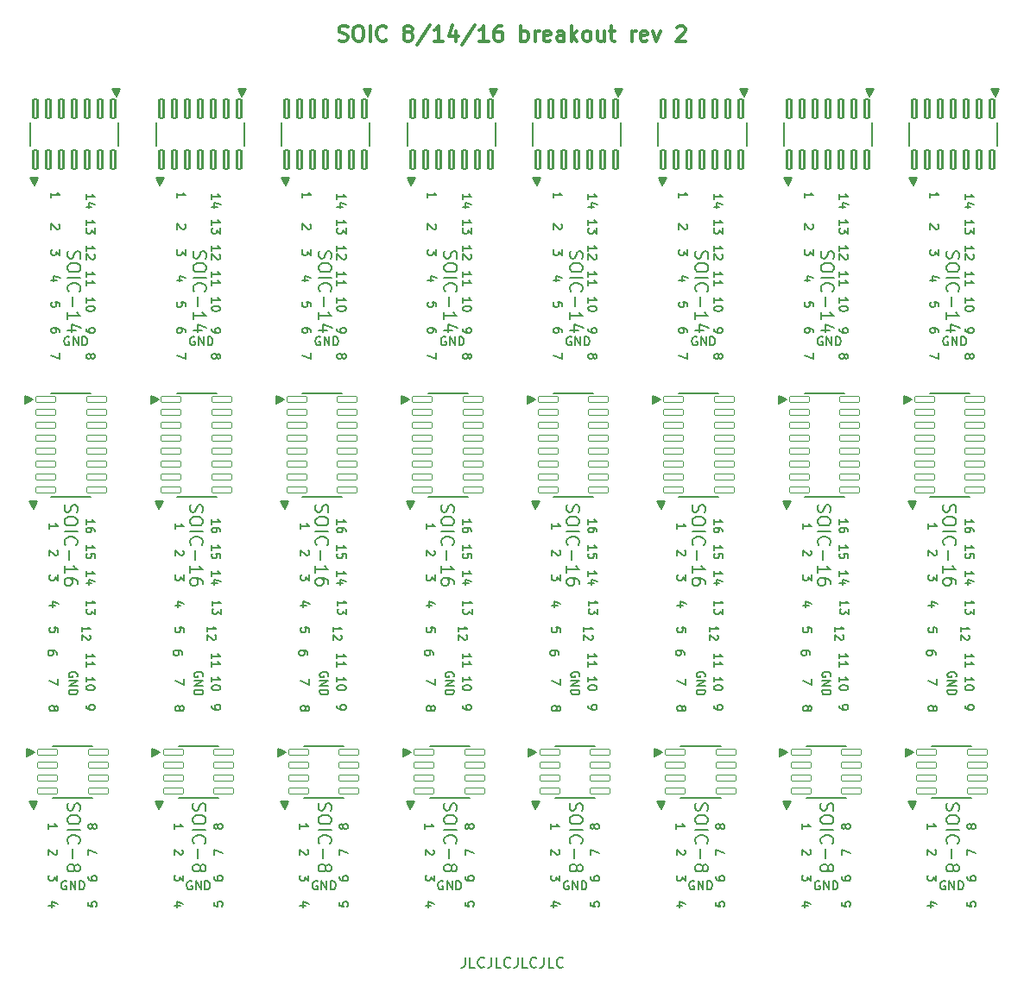
<source format=gto>
%TF.GenerationSoftware,KiCad,Pcbnew,8.0.5*%
%TF.CreationDate,2024-12-01T20:05:21-08:00*%
%TF.ProjectId,soic,736f6963-2e6b-4696-9361-645f70636258,rev?*%
%TF.SameCoordinates,Original*%
%TF.FileFunction,Legend,Top*%
%TF.FilePolarity,Positive*%
%FSLAX46Y46*%
G04 Gerber Fmt 4.6, Leading zero omitted, Abs format (unit mm)*
G04 Created by KiCad (PCBNEW 8.0.5) date 2024-12-01 20:05:21*
%MOMM*%
%LPD*%
G01*
G04 APERTURE LIST*
G04 Aperture macros list*
%AMRoundRect*
0 Rectangle with rounded corners*
0 $1 Rounding radius*
0 $2 $3 $4 $5 $6 $7 $8 $9 X,Y pos of 4 corners*
0 Add a 4 corners polygon primitive as box body*
4,1,4,$2,$3,$4,$5,$6,$7,$8,$9,$2,$3,0*
0 Add four circle primitives for the rounded corners*
1,1,$1+$1,$2,$3*
1,1,$1+$1,$4,$5*
1,1,$1+$1,$6,$7*
1,1,$1+$1,$8,$9*
0 Add four rect primitives between the rounded corners*
20,1,$1+$1,$2,$3,$4,$5,0*
20,1,$1+$1,$4,$5,$6,$7,0*
20,1,$1+$1,$6,$7,$8,$9,0*
20,1,$1+$1,$8,$9,$2,$3,0*%
G04 Aperture macros list end*
%ADD10C,0.150000*%
%ADD11C,0.200000*%
%ADD12C,0.300000*%
%ADD13C,0.127000*%
%ADD14C,0.500000*%
%ADD15O,1.700000X1.700000*%
%ADD16C,2.000000*%
%ADD17R,1.700000X1.700000*%
%ADD18RoundRect,0.090000X-0.210000X0.895000X-0.210000X-0.895000X0.210000X-0.895000X0.210000X0.895000X0*%
%ADD19RoundRect,0.042000X-0.943000X-0.258000X0.943000X-0.258000X0.943000X0.258000X-0.943000X0.258000X0*%
%ADD20C,1.500000*%
G04 APERTURE END LIST*
D10*
X100542000Y-91591120D02*
X100161000Y-90829120D01*
X100923000Y-90829120D01*
X100542000Y-91591120D01*
G36*
X100542000Y-91591120D02*
G01*
X100161000Y-90829120D01*
X100923000Y-90829120D01*
X100542000Y-91591120D01*
G37*
X133297800Y-51143000D02*
X132916800Y-50381000D01*
X133678800Y-50381000D01*
X133297800Y-51143000D01*
G36*
X133297800Y-51143000D02*
G01*
X132916800Y-50381000D01*
X133678800Y-50381000D01*
X133297800Y-51143000D01*
G37*
X71735800Y-51143000D02*
X71354800Y-50381000D01*
X72116800Y-50381000D01*
X71735800Y-51143000D01*
G36*
X71735800Y-51143000D02*
G01*
X71354800Y-50381000D01*
X72116800Y-50381000D01*
X71735800Y-51143000D01*
G37*
X75917200Y-91591120D02*
X75536200Y-90829120D01*
X76298200Y-90829120D01*
X75917200Y-91591120D01*
G36*
X75917200Y-91591120D02*
G01*
X75536200Y-90829120D01*
X76298200Y-90829120D01*
X75917200Y-91591120D01*
G37*
X88229600Y-91591120D02*
X87848600Y-90829120D01*
X88610600Y-90829120D01*
X88229600Y-91591120D01*
G36*
X88229600Y-91591120D02*
G01*
X87848600Y-90829120D01*
X88610600Y-90829120D01*
X88229600Y-91591120D01*
G37*
X125271400Y-59880600D02*
X124890400Y-59118600D01*
X125652400Y-59118600D01*
X125271400Y-59880600D01*
G36*
X125271400Y-59880600D02*
G01*
X124890400Y-59118600D01*
X125652400Y-59118600D01*
X125271400Y-59880600D01*
G37*
X100545000Y-121104400D02*
X100164000Y-120342400D01*
X100926000Y-120342400D01*
X100545000Y-121104400D01*
G36*
X100545000Y-121104400D02*
G01*
X100164000Y-120342400D01*
X100926000Y-120342400D01*
X100545000Y-121104400D01*
G37*
X51295400Y-121104400D02*
X50914400Y-120342400D01*
X51676400Y-120342400D01*
X51295400Y-121104400D01*
G36*
X51295400Y-121104400D02*
G01*
X50914400Y-120342400D01*
X51676400Y-120342400D01*
X51295400Y-121104400D01*
G37*
X120985400Y-51143000D02*
X120604400Y-50381000D01*
X121366400Y-50381000D01*
X120985400Y-51143000D01*
G36*
X120985400Y-51143000D02*
G01*
X120604400Y-50381000D01*
X121366400Y-50381000D01*
X120985400Y-51143000D01*
G37*
X63554000Y-80877400D02*
X62792000Y-81258400D01*
X62792000Y-80496400D01*
X63554000Y-80877400D01*
G36*
X63554000Y-80877400D02*
G01*
X62792000Y-81258400D01*
X62792000Y-80496400D01*
X63554000Y-80877400D01*
G37*
X88232600Y-121104400D02*
X87851600Y-120342400D01*
X88613600Y-120342400D01*
X88232600Y-121104400D01*
G36*
X88232600Y-121104400D02*
G01*
X87851600Y-120342400D01*
X88613600Y-120342400D01*
X88232600Y-121104400D01*
G37*
X125166800Y-91591120D02*
X124785800Y-90829120D01*
X125547800Y-90829120D01*
X125166800Y-91591120D01*
G36*
X125166800Y-91591120D02*
G01*
X124785800Y-90829120D01*
X125547800Y-90829120D01*
X125166800Y-91591120D01*
G37*
X51371600Y-115516400D02*
X50609600Y-115897400D01*
X50609600Y-115135400D01*
X51371600Y-115516400D01*
G36*
X51371600Y-115516400D02*
G01*
X50609600Y-115897400D01*
X50609600Y-115135400D01*
X51371600Y-115516400D01*
G37*
X145610200Y-51143000D02*
X145229200Y-50381000D01*
X145991200Y-50381000D01*
X145610200Y-51143000D01*
G36*
X145610200Y-51143000D02*
G01*
X145229200Y-50381000D01*
X145991200Y-50381000D01*
X145610200Y-51143000D01*
G37*
X137482200Y-121104400D02*
X137101200Y-120342400D01*
X137863200Y-120342400D01*
X137482200Y-121104400D01*
G36*
X137482200Y-121104400D02*
G01*
X137101200Y-120342400D01*
X137863200Y-120342400D01*
X137482200Y-121104400D01*
G37*
X88308800Y-115516400D02*
X87546800Y-115897400D01*
X87546800Y-115135400D01*
X88308800Y-115516400D01*
G36*
X88308800Y-115516400D02*
G01*
X87546800Y-115897400D01*
X87546800Y-115135400D01*
X88308800Y-115516400D01*
G37*
X100491200Y-80877400D02*
X99729200Y-81258400D01*
X99729200Y-80496400D01*
X100491200Y-80877400D01*
G36*
X100491200Y-80877400D02*
G01*
X99729200Y-81258400D01*
X99729200Y-80496400D01*
X100491200Y-80877400D01*
G37*
X112803600Y-80877400D02*
X112041600Y-81258400D01*
X112041600Y-80496400D01*
X112803600Y-80877400D01*
G36*
X112803600Y-80877400D02*
G01*
X112041600Y-81258400D01*
X112041600Y-80496400D01*
X112803600Y-80877400D01*
G37*
X88334200Y-59880600D02*
X87953200Y-59118600D01*
X88715200Y-59118600D01*
X88334200Y-59880600D01*
G36*
X88334200Y-59880600D02*
G01*
X87953200Y-59118600D01*
X88715200Y-59118600D01*
X88334200Y-59880600D01*
G37*
X75866400Y-80877400D02*
X75104400Y-81258400D01*
X75104400Y-80496400D01*
X75866400Y-80877400D01*
G36*
X75866400Y-80877400D02*
G01*
X75104400Y-81258400D01*
X75104400Y-80496400D01*
X75866400Y-80877400D01*
G37*
X51241600Y-80877400D02*
X50479600Y-81258400D01*
X50479600Y-80496400D01*
X51241600Y-80877400D01*
G36*
X51241600Y-80877400D02*
G01*
X50479600Y-81258400D01*
X50479600Y-80496400D01*
X51241600Y-80877400D01*
G37*
X51397000Y-59880600D02*
X51016000Y-59118600D01*
X51778000Y-59118600D01*
X51397000Y-59880600D01*
G36*
X51397000Y-59880600D02*
G01*
X51016000Y-59118600D01*
X51778000Y-59118600D01*
X51397000Y-59880600D01*
G37*
X125169800Y-121104400D02*
X124788800Y-120342400D01*
X125550800Y-120342400D01*
X125169800Y-121104400D01*
G36*
X125169800Y-121104400D02*
G01*
X124788800Y-120342400D01*
X125550800Y-120342400D01*
X125169800Y-121104400D01*
G37*
X88178800Y-80877400D02*
X87416800Y-81258400D01*
X87416800Y-80496400D01*
X88178800Y-80877400D01*
G36*
X88178800Y-80877400D02*
G01*
X87416800Y-81258400D01*
X87416800Y-80496400D01*
X88178800Y-80877400D01*
G37*
X63604800Y-91591120D02*
X63223800Y-90829120D01*
X63985800Y-90829120D01*
X63604800Y-91591120D01*
G36*
X63604800Y-91591120D02*
G01*
X63223800Y-90829120D01*
X63985800Y-90829120D01*
X63604800Y-91591120D01*
G37*
X96360600Y-51143000D02*
X95979600Y-50381000D01*
X96741600Y-50381000D01*
X96360600Y-51143000D01*
G36*
X96360600Y-51143000D02*
G01*
X95979600Y-50381000D01*
X96741600Y-50381000D01*
X96360600Y-51143000D01*
G37*
X63684000Y-115516400D02*
X62922000Y-115897400D01*
X62922000Y-115135400D01*
X63684000Y-115516400D01*
G36*
X63684000Y-115516400D02*
G01*
X62922000Y-115897400D01*
X62922000Y-115135400D01*
X63684000Y-115516400D01*
G37*
X84048200Y-51143000D02*
X83667200Y-50381000D01*
X84429200Y-50381000D01*
X84048200Y-51143000D01*
G36*
X84048200Y-51143000D02*
G01*
X83667200Y-50381000D01*
X84429200Y-50381000D01*
X84048200Y-51143000D01*
G37*
X75920200Y-121104400D02*
X75539200Y-120342400D01*
X76301200Y-120342400D01*
X75920200Y-121104400D01*
G36*
X75920200Y-121104400D02*
G01*
X75539200Y-120342400D01*
X76301200Y-120342400D01*
X75920200Y-121104400D01*
G37*
X112857400Y-121104400D02*
X112476400Y-120342400D01*
X113238400Y-120342400D01*
X112857400Y-121104400D01*
G36*
X112857400Y-121104400D02*
G01*
X112476400Y-120342400D01*
X113238400Y-120342400D01*
X112857400Y-121104400D01*
G37*
X137558400Y-115516400D02*
X136796400Y-115897400D01*
X136796400Y-115135400D01*
X137558400Y-115516400D01*
G36*
X137558400Y-115516400D02*
G01*
X136796400Y-115897400D01*
X136796400Y-115135400D01*
X137558400Y-115516400D01*
G37*
X125116000Y-80877400D02*
X124354000Y-81258400D01*
X124354000Y-80496400D01*
X125116000Y-80877400D01*
G36*
X125116000Y-80877400D02*
G01*
X124354000Y-81258400D01*
X124354000Y-80496400D01*
X125116000Y-80877400D01*
G37*
X75996400Y-115516400D02*
X75234400Y-115897400D01*
X75234400Y-115135400D01*
X75996400Y-115516400D01*
G36*
X75996400Y-115516400D02*
G01*
X75234400Y-115897400D01*
X75234400Y-115135400D01*
X75996400Y-115516400D01*
G37*
X63607800Y-121104400D02*
X63226800Y-120342400D01*
X63988800Y-120342400D01*
X63607800Y-121104400D01*
G36*
X63607800Y-121104400D02*
G01*
X63226800Y-120342400D01*
X63988800Y-120342400D01*
X63607800Y-121104400D01*
G37*
X137479200Y-91591120D02*
X137098200Y-90829120D01*
X137860200Y-90829120D01*
X137479200Y-91591120D01*
G36*
X137479200Y-91591120D02*
G01*
X137098200Y-90829120D01*
X137860200Y-90829120D01*
X137479200Y-91591120D01*
G37*
X108673000Y-51143000D02*
X108292000Y-50381000D01*
X109054000Y-50381000D01*
X108673000Y-51143000D01*
G36*
X108673000Y-51143000D02*
G01*
X108292000Y-50381000D01*
X109054000Y-50381000D01*
X108673000Y-51143000D01*
G37*
X112933600Y-115516400D02*
X112171600Y-115897400D01*
X112171600Y-115135400D01*
X112933600Y-115516400D01*
G36*
X112933600Y-115516400D02*
G01*
X112171600Y-115897400D01*
X112171600Y-115135400D01*
X112933600Y-115516400D01*
G37*
X51292400Y-91591120D02*
X50911400Y-90829120D01*
X51673400Y-90829120D01*
X51292400Y-91591120D01*
G36*
X51292400Y-91591120D02*
G01*
X50911400Y-90829120D01*
X51673400Y-90829120D01*
X51292400Y-91591120D01*
G37*
X112959000Y-59880600D02*
X112578000Y-59118600D01*
X113340000Y-59118600D01*
X112959000Y-59880600D01*
G36*
X112959000Y-59880600D02*
G01*
X112578000Y-59118600D01*
X113340000Y-59118600D01*
X112959000Y-59880600D01*
G37*
X137428400Y-80877400D02*
X136666400Y-81258400D01*
X136666400Y-80496400D01*
X137428400Y-80877400D01*
G36*
X137428400Y-80877400D02*
G01*
X136666400Y-81258400D01*
X136666400Y-80496400D01*
X137428400Y-80877400D01*
G37*
X100621200Y-115516400D02*
X99859200Y-115897400D01*
X99859200Y-115135400D01*
X100621200Y-115516400D01*
G36*
X100621200Y-115516400D02*
G01*
X99859200Y-115897400D01*
X99859200Y-115135400D01*
X100621200Y-115516400D01*
G37*
X125246000Y-115516400D02*
X124484000Y-115897400D01*
X124484000Y-115135400D01*
X125246000Y-115516400D01*
G36*
X125246000Y-115516400D02*
G01*
X124484000Y-115897400D01*
X124484000Y-115135400D01*
X125246000Y-115516400D01*
G37*
X100646600Y-59880600D02*
X100265600Y-59118600D01*
X101027600Y-59118600D01*
X100646600Y-59880600D01*
G36*
X100646600Y-59880600D02*
G01*
X100265600Y-59118600D01*
X101027600Y-59118600D01*
X100646600Y-59880600D01*
G37*
X59423400Y-51143000D02*
X59042400Y-50381000D01*
X59804400Y-50381000D01*
X59423400Y-51143000D01*
G36*
X59423400Y-51143000D02*
G01*
X59042400Y-50381000D01*
X59804400Y-50381000D01*
X59423400Y-51143000D01*
G37*
X112854400Y-91591120D02*
X112473400Y-90829120D01*
X113235400Y-90829120D01*
X112854400Y-91591120D01*
G36*
X112854400Y-91591120D02*
G01*
X112473400Y-90829120D01*
X113235400Y-90829120D01*
X112854400Y-91591120D01*
G37*
X76021800Y-59880600D02*
X75640800Y-59118600D01*
X76402800Y-59118600D01*
X76021800Y-59880600D01*
G36*
X76021800Y-59880600D02*
G01*
X75640800Y-59118600D01*
X76402800Y-59118600D01*
X76021800Y-59880600D01*
G37*
X137583800Y-59880600D02*
X137202800Y-59118600D01*
X137964800Y-59118600D01*
X137583800Y-59880600D01*
G36*
X137583800Y-59880600D02*
G01*
X137202800Y-59118600D01*
X137964800Y-59118600D01*
X137583800Y-59880600D01*
G37*
X63709400Y-59880600D02*
X63328400Y-59118600D01*
X64090400Y-59118600D01*
X63709400Y-59880600D01*
G36*
X63709400Y-59880600D02*
G01*
X63328400Y-59118600D01*
X64090400Y-59118600D01*
X63709400Y-59880600D01*
G37*
X93384372Y-110893695D02*
X93384372Y-111055599D01*
X93384372Y-111055599D02*
X93424849Y-111136552D01*
X93424849Y-111136552D02*
X93465325Y-111177028D01*
X93465325Y-111177028D02*
X93586753Y-111257980D01*
X93586753Y-111257980D02*
X93748658Y-111298457D01*
X93748658Y-111298457D02*
X94072468Y-111298457D01*
X94072468Y-111298457D02*
X94153420Y-111257980D01*
X94153420Y-111257980D02*
X94193896Y-111217504D01*
X94193896Y-111217504D02*
X94234372Y-111136552D01*
X94234372Y-111136552D02*
X94234372Y-110974647D01*
X94234372Y-110974647D02*
X94193896Y-110893695D01*
X94193896Y-110893695D02*
X94153420Y-110853218D01*
X94153420Y-110853218D02*
X94072468Y-110812742D01*
X94072468Y-110812742D02*
X93870087Y-110812742D01*
X93870087Y-110812742D02*
X93789134Y-110853218D01*
X93789134Y-110853218D02*
X93748658Y-110893695D01*
X93748658Y-110893695D02*
X93708182Y-110974647D01*
X93708182Y-110974647D02*
X93708182Y-111136552D01*
X93708182Y-111136552D02*
X93748658Y-111217504D01*
X93748658Y-111217504D02*
X93789134Y-111257980D01*
X93789134Y-111257980D02*
X93870087Y-111298457D01*
X65330572Y-61063257D02*
X65330572Y-60577542D01*
X65330572Y-60820399D02*
X66180572Y-60820399D01*
X66180572Y-60820399D02*
X66059144Y-60739447D01*
X66059144Y-60739447D02*
X65978191Y-60658495D01*
X65978191Y-60658495D02*
X65937715Y-60577542D01*
X102598087Y-111101647D02*
X102638563Y-111020695D01*
X102638563Y-111020695D02*
X102679039Y-110980218D01*
X102679039Y-110980218D02*
X102759991Y-110939742D01*
X102759991Y-110939742D02*
X102800468Y-110939742D01*
X102800468Y-110939742D02*
X102881420Y-110980218D01*
X102881420Y-110980218D02*
X102921896Y-111020695D01*
X102921896Y-111020695D02*
X102962372Y-111101647D01*
X102962372Y-111101647D02*
X102962372Y-111263552D01*
X102962372Y-111263552D02*
X102921896Y-111344504D01*
X102921896Y-111344504D02*
X102881420Y-111384980D01*
X102881420Y-111384980D02*
X102800468Y-111425457D01*
X102800468Y-111425457D02*
X102759991Y-111425457D01*
X102759991Y-111425457D02*
X102679039Y-111384980D01*
X102679039Y-111384980D02*
X102638563Y-111344504D01*
X102638563Y-111344504D02*
X102598087Y-111263552D01*
X102598087Y-111263552D02*
X102598087Y-111101647D01*
X102598087Y-111101647D02*
X102557610Y-111020695D01*
X102557610Y-111020695D02*
X102517134Y-110980218D01*
X102517134Y-110980218D02*
X102436182Y-110939742D01*
X102436182Y-110939742D02*
X102274277Y-110939742D01*
X102274277Y-110939742D02*
X102193325Y-110980218D01*
X102193325Y-110980218D02*
X102152849Y-111020695D01*
X102152849Y-111020695D02*
X102112372Y-111101647D01*
X102112372Y-111101647D02*
X102112372Y-111263552D01*
X102112372Y-111263552D02*
X102152849Y-111344504D01*
X102152849Y-111344504D02*
X102193325Y-111384980D01*
X102193325Y-111384980D02*
X102274277Y-111425457D01*
X102274277Y-111425457D02*
X102436182Y-111425457D01*
X102436182Y-111425457D02*
X102517134Y-111384980D01*
X102517134Y-111384980D02*
X102557610Y-111344504D01*
X102557610Y-111344504D02*
X102598087Y-111263552D01*
X68759572Y-61217295D02*
X68759572Y-60731580D01*
X68759572Y-60974437D02*
X69609572Y-60974437D01*
X69609572Y-60974437D02*
X69488144Y-60893485D01*
X69488144Y-60893485D02*
X69407191Y-60812533D01*
X69407191Y-60812533D02*
X69366715Y-60731580D01*
X69326239Y-61945866D02*
X68759572Y-61945866D01*
X69650049Y-61743485D02*
X69042906Y-61541104D01*
X69042906Y-61541104D02*
X69042906Y-62067295D01*
X78492972Y-66150466D02*
X78492972Y-66676657D01*
X78492972Y-66676657D02*
X78169163Y-66393323D01*
X78169163Y-66393323D02*
X78169163Y-66514752D01*
X78169163Y-66514752D02*
X78128687Y-66595704D01*
X78128687Y-66595704D02*
X78088210Y-66636180D01*
X78088210Y-66636180D02*
X78007258Y-66676657D01*
X78007258Y-66676657D02*
X77804877Y-66676657D01*
X77804877Y-66676657D02*
X77723925Y-66636180D01*
X77723925Y-66636180D02*
X77683449Y-66595704D01*
X77683449Y-66595704D02*
X77642972Y-66514752D01*
X77642972Y-66514752D02*
X77642972Y-66271895D01*
X77642972Y-66271895D02*
X77683449Y-66190942D01*
X77683449Y-66190942D02*
X77723925Y-66150466D01*
X66025172Y-103688780D02*
X66025172Y-103284018D01*
X66025172Y-103284018D02*
X65620410Y-103243542D01*
X65620410Y-103243542D02*
X65660887Y-103284018D01*
X65660887Y-103284018D02*
X65701363Y-103364971D01*
X65701363Y-103364971D02*
X65701363Y-103567352D01*
X65701363Y-103567352D02*
X65660887Y-103648304D01*
X65660887Y-103648304D02*
X65620410Y-103688780D01*
X65620410Y-103688780D02*
X65539458Y-103729257D01*
X65539458Y-103729257D02*
X65337077Y-103729257D01*
X65337077Y-103729257D02*
X65256125Y-103688780D01*
X65256125Y-103688780D02*
X65215649Y-103648304D01*
X65215649Y-103648304D02*
X65175172Y-103567352D01*
X65175172Y-103567352D02*
X65175172Y-103364971D01*
X65175172Y-103364971D02*
X65215649Y-103284018D01*
X65215649Y-103284018D02*
X65256125Y-103243542D01*
X115430172Y-71741580D02*
X115430172Y-71336818D01*
X115430172Y-71336818D02*
X115025410Y-71296342D01*
X115025410Y-71296342D02*
X115065887Y-71336818D01*
X115065887Y-71336818D02*
X115106363Y-71417771D01*
X115106363Y-71417771D02*
X115106363Y-71620152D01*
X115106363Y-71620152D02*
X115065887Y-71701104D01*
X115065887Y-71701104D02*
X115025410Y-71741580D01*
X115025410Y-71741580D02*
X114944458Y-71782057D01*
X114944458Y-71782057D02*
X114742077Y-71782057D01*
X114742077Y-71782057D02*
X114661125Y-71741580D01*
X114661125Y-71741580D02*
X114620649Y-71701104D01*
X114620649Y-71701104D02*
X114580172Y-71620152D01*
X114580172Y-71620152D02*
X114580172Y-71417771D01*
X114580172Y-71417771D02*
X114620649Y-71336818D01*
X114620649Y-71336818D02*
X114661125Y-71296342D01*
X81071972Y-110893695D02*
X81071972Y-111055599D01*
X81071972Y-111055599D02*
X81112449Y-111136552D01*
X81112449Y-111136552D02*
X81152925Y-111177028D01*
X81152925Y-111177028D02*
X81274353Y-111257980D01*
X81274353Y-111257980D02*
X81436258Y-111298457D01*
X81436258Y-111298457D02*
X81760068Y-111298457D01*
X81760068Y-111298457D02*
X81841020Y-111257980D01*
X81841020Y-111257980D02*
X81881496Y-111217504D01*
X81881496Y-111217504D02*
X81921972Y-111136552D01*
X81921972Y-111136552D02*
X81921972Y-110974647D01*
X81921972Y-110974647D02*
X81881496Y-110893695D01*
X81881496Y-110893695D02*
X81841020Y-110853218D01*
X81841020Y-110853218D02*
X81760068Y-110812742D01*
X81760068Y-110812742D02*
X81557687Y-110812742D01*
X81557687Y-110812742D02*
X81476734Y-110853218D01*
X81476734Y-110853218D02*
X81436258Y-110893695D01*
X81436258Y-110893695D02*
X81395782Y-110974647D01*
X81395782Y-110974647D02*
X81395782Y-111136552D01*
X81395782Y-111136552D02*
X81436258Y-111217504D01*
X81436258Y-111217504D02*
X81476734Y-111257980D01*
X81476734Y-111257980D02*
X81557687Y-111298457D01*
X115430172Y-74241104D02*
X115430172Y-74079199D01*
X115430172Y-74079199D02*
X115389696Y-73998247D01*
X115389696Y-73998247D02*
X115349220Y-73957771D01*
X115349220Y-73957771D02*
X115227791Y-73876818D01*
X115227791Y-73876818D02*
X115065887Y-73836342D01*
X115065887Y-73836342D02*
X114742077Y-73836342D01*
X114742077Y-73836342D02*
X114661125Y-73876818D01*
X114661125Y-73876818D02*
X114620649Y-73917295D01*
X114620649Y-73917295D02*
X114580172Y-73998247D01*
X114580172Y-73998247D02*
X114580172Y-74160152D01*
X114580172Y-74160152D02*
X114620649Y-74241104D01*
X114620649Y-74241104D02*
X114661125Y-74281580D01*
X114661125Y-74281580D02*
X114742077Y-74322057D01*
X114742077Y-74322057D02*
X114944458Y-74322057D01*
X114944458Y-74322057D02*
X115025410Y-74281580D01*
X115025410Y-74281580D02*
X115065887Y-74241104D01*
X115065887Y-74241104D02*
X115106363Y-74160152D01*
X115106363Y-74160152D02*
X115106363Y-73998247D01*
X115106363Y-73998247D02*
X115065887Y-73917295D01*
X115065887Y-73917295D02*
X115025410Y-73876818D01*
X115025410Y-73876818D02*
X114944458Y-73836342D01*
X116070581Y-128147903D02*
X115989628Y-128107427D01*
X115989628Y-128107427D02*
X115868200Y-128107427D01*
X115868200Y-128107427D02*
X115746771Y-128147903D01*
X115746771Y-128147903D02*
X115665819Y-128228855D01*
X115665819Y-128228855D02*
X115625342Y-128309808D01*
X115625342Y-128309808D02*
X115584866Y-128471712D01*
X115584866Y-128471712D02*
X115584866Y-128593141D01*
X115584866Y-128593141D02*
X115625342Y-128755046D01*
X115625342Y-128755046D02*
X115665819Y-128835998D01*
X115665819Y-128835998D02*
X115746771Y-128916951D01*
X115746771Y-128916951D02*
X115868200Y-128957427D01*
X115868200Y-128957427D02*
X115949152Y-128957427D01*
X115949152Y-128957427D02*
X116070581Y-128916951D01*
X116070581Y-128916951D02*
X116111057Y-128876474D01*
X116111057Y-128876474D02*
X116111057Y-128593141D01*
X116111057Y-128593141D02*
X115949152Y-128593141D01*
X116475342Y-128957427D02*
X116475342Y-128107427D01*
X116475342Y-128107427D02*
X116961057Y-128957427D01*
X116961057Y-128957427D02*
X116961057Y-128107427D01*
X117365818Y-128957427D02*
X117365818Y-128107427D01*
X117365818Y-128107427D02*
X117568199Y-128107427D01*
X117568199Y-128107427D02*
X117689628Y-128147903D01*
X117689628Y-128147903D02*
X117770580Y-128228855D01*
X117770580Y-128228855D02*
X117811057Y-128309808D01*
X117811057Y-128309808D02*
X117851533Y-128471712D01*
X117851533Y-128471712D02*
X117851533Y-128593141D01*
X117851533Y-128593141D02*
X117811057Y-128755046D01*
X117811057Y-128755046D02*
X117770580Y-128835998D01*
X117770580Y-128835998D02*
X117689628Y-128916951D01*
X117689628Y-128916951D02*
X117568199Y-128957427D01*
X117568199Y-128957427D02*
X117365818Y-128957427D01*
X90649972Y-108283066D02*
X90649972Y-108849733D01*
X90649972Y-108849733D02*
X89799972Y-108485447D01*
X56447172Y-68837295D02*
X56447172Y-68351580D01*
X56447172Y-68594437D02*
X57297172Y-68594437D01*
X57297172Y-68594437D02*
X57175744Y-68513485D01*
X57175744Y-68513485D02*
X57094791Y-68432533D01*
X57094791Y-68432533D02*
X57054315Y-68351580D01*
X56447172Y-69646819D02*
X56447172Y-69161104D01*
X56447172Y-69403961D02*
X57297172Y-69403961D01*
X57297172Y-69403961D02*
X57175744Y-69323009D01*
X57175744Y-69323009D02*
X57094791Y-69242057D01*
X57094791Y-69242057D02*
X57054315Y-69161104D01*
X68985227Y-130173019D02*
X68985227Y-130577781D01*
X68985227Y-130577781D02*
X69389989Y-130618257D01*
X69389989Y-130618257D02*
X69349512Y-130577781D01*
X69349512Y-130577781D02*
X69309036Y-130496828D01*
X69309036Y-130496828D02*
X69309036Y-130294447D01*
X69309036Y-130294447D02*
X69349512Y-130213495D01*
X69349512Y-130213495D02*
X69389989Y-130173019D01*
X69389989Y-130173019D02*
X69470941Y-130132542D01*
X69470941Y-130132542D02*
X69673322Y-130132542D01*
X69673322Y-130132542D02*
X69754274Y-130173019D01*
X69754274Y-130173019D02*
X69794751Y-130213495D01*
X69794751Y-130213495D02*
X69835227Y-130294447D01*
X69835227Y-130294447D02*
X69835227Y-130496828D01*
X69835227Y-130496828D02*
X69794751Y-130577781D01*
X69794751Y-130577781D02*
X69754274Y-130618257D01*
X65871020Y-125052542D02*
X65911496Y-125093018D01*
X65911496Y-125093018D02*
X65951972Y-125173971D01*
X65951972Y-125173971D02*
X65951972Y-125376352D01*
X65951972Y-125376352D02*
X65911496Y-125457304D01*
X65911496Y-125457304D02*
X65871020Y-125497780D01*
X65871020Y-125497780D02*
X65790068Y-125538257D01*
X65790068Y-125538257D02*
X65709115Y-125538257D01*
X65709115Y-125538257D02*
X65587687Y-125497780D01*
X65587687Y-125497780D02*
X65101972Y-125012066D01*
X65101972Y-125012066D02*
X65101972Y-125538257D01*
X68759572Y-68837295D02*
X68759572Y-68351580D01*
X68759572Y-68594437D02*
X69609572Y-68594437D01*
X69609572Y-68594437D02*
X69488144Y-68513485D01*
X69488144Y-68513485D02*
X69407191Y-68432533D01*
X69407191Y-68432533D02*
X69366715Y-68351580D01*
X68759572Y-69646819D02*
X68759572Y-69161104D01*
X68759572Y-69403961D02*
X69609572Y-69403961D01*
X69609572Y-69403961D02*
X69488144Y-69323009D01*
X69488144Y-69323009D02*
X69407191Y-69242057D01*
X69407191Y-69242057D02*
X69366715Y-69161104D01*
X53868172Y-76310466D02*
X53868172Y-76877133D01*
X53868172Y-76877133D02*
X53018172Y-76512847D01*
X142633972Y-61217295D02*
X142633972Y-60731580D01*
X142633972Y-60974437D02*
X143483972Y-60974437D01*
X143483972Y-60974437D02*
X143362544Y-60893485D01*
X143362544Y-60893485D02*
X143281591Y-60812533D01*
X143281591Y-60812533D02*
X143241115Y-60731580D01*
X143200639Y-61945866D02*
X142633972Y-61945866D01*
X143524449Y-61743485D02*
X142917306Y-61541104D01*
X142917306Y-61541104D02*
X142917306Y-62067295D01*
X66025172Y-98072266D02*
X66025172Y-98598457D01*
X66025172Y-98598457D02*
X65701363Y-98315123D01*
X65701363Y-98315123D02*
X65701363Y-98436552D01*
X65701363Y-98436552D02*
X65660887Y-98517504D01*
X65660887Y-98517504D02*
X65620410Y-98557980D01*
X65620410Y-98557980D02*
X65539458Y-98598457D01*
X65539458Y-98598457D02*
X65337077Y-98598457D01*
X65337077Y-98598457D02*
X65256125Y-98557980D01*
X65256125Y-98557980D02*
X65215649Y-98517504D01*
X65215649Y-98517504D02*
X65175172Y-98436552D01*
X65175172Y-98436552D02*
X65175172Y-98193695D01*
X65175172Y-98193695D02*
X65215649Y-98112742D01*
X65215649Y-98112742D02*
X65256125Y-98072266D01*
X78183420Y-125052542D02*
X78223896Y-125093018D01*
X78223896Y-125093018D02*
X78264372Y-125173971D01*
X78264372Y-125173971D02*
X78264372Y-125376352D01*
X78264372Y-125376352D02*
X78223896Y-125457304D01*
X78223896Y-125457304D02*
X78183420Y-125497780D01*
X78183420Y-125497780D02*
X78102468Y-125538257D01*
X78102468Y-125538257D02*
X78021515Y-125538257D01*
X78021515Y-125538257D02*
X77900087Y-125497780D01*
X77900087Y-125497780D02*
X77414372Y-125012066D01*
X77414372Y-125012066D02*
X77414372Y-125538257D01*
X68985227Y-125578733D02*
X68985227Y-125012066D01*
X68985227Y-125012066D02*
X69835227Y-125376352D01*
X130321572Y-73917295D02*
X130321572Y-74079199D01*
X130321572Y-74079199D02*
X130362049Y-74160152D01*
X130362049Y-74160152D02*
X130402525Y-74200628D01*
X130402525Y-74200628D02*
X130523953Y-74281580D01*
X130523953Y-74281580D02*
X130685858Y-74322057D01*
X130685858Y-74322057D02*
X131009668Y-74322057D01*
X131009668Y-74322057D02*
X131090620Y-74281580D01*
X131090620Y-74281580D02*
X131131096Y-74241104D01*
X131131096Y-74241104D02*
X131171572Y-74160152D01*
X131171572Y-74160152D02*
X131171572Y-73998247D01*
X131171572Y-73998247D02*
X131131096Y-73917295D01*
X131131096Y-73917295D02*
X131090620Y-73876818D01*
X131090620Y-73876818D02*
X131009668Y-73836342D01*
X131009668Y-73836342D02*
X130807287Y-73836342D01*
X130807287Y-73836342D02*
X130726334Y-73876818D01*
X130726334Y-73876818D02*
X130685858Y-73917295D01*
X130685858Y-73917295D02*
X130645382Y-73998247D01*
X130645382Y-73998247D02*
X130645382Y-74160152D01*
X130645382Y-74160152D02*
X130685858Y-74241104D01*
X130685858Y-74241104D02*
X130726334Y-74281580D01*
X130726334Y-74281580D02*
X130807287Y-74322057D01*
X90724420Y-63650942D02*
X90764896Y-63691418D01*
X90764896Y-63691418D02*
X90805372Y-63772371D01*
X90805372Y-63772371D02*
X90805372Y-63974752D01*
X90805372Y-63974752D02*
X90764896Y-64055704D01*
X90764896Y-64055704D02*
X90724420Y-64096180D01*
X90724420Y-64096180D02*
X90643468Y-64136657D01*
X90643468Y-64136657D02*
X90562515Y-64136657D01*
X90562515Y-64136657D02*
X90441087Y-64096180D01*
X90441087Y-64096180D02*
X89955372Y-63610466D01*
X89955372Y-63610466D02*
X89955372Y-64136657D01*
X78054239Y-101108304D02*
X77487572Y-101108304D01*
X78378049Y-100905923D02*
X77770906Y-100703542D01*
X77770906Y-100703542D02*
X77770906Y-101229733D01*
X103758181Y-128147903D02*
X103677228Y-128107427D01*
X103677228Y-128107427D02*
X103555800Y-128107427D01*
X103555800Y-128107427D02*
X103434371Y-128147903D01*
X103434371Y-128147903D02*
X103353419Y-128228855D01*
X103353419Y-128228855D02*
X103312942Y-128309808D01*
X103312942Y-128309808D02*
X103272466Y-128471712D01*
X103272466Y-128471712D02*
X103272466Y-128593141D01*
X103272466Y-128593141D02*
X103312942Y-128755046D01*
X103312942Y-128755046D02*
X103353419Y-128835998D01*
X103353419Y-128835998D02*
X103434371Y-128916951D01*
X103434371Y-128916951D02*
X103555800Y-128957427D01*
X103555800Y-128957427D02*
X103636752Y-128957427D01*
X103636752Y-128957427D02*
X103758181Y-128916951D01*
X103758181Y-128916951D02*
X103798657Y-128876474D01*
X103798657Y-128876474D02*
X103798657Y-128593141D01*
X103798657Y-128593141D02*
X103636752Y-128593141D01*
X104162942Y-128957427D02*
X104162942Y-128107427D01*
X104162942Y-128107427D02*
X104648657Y-128957427D01*
X104648657Y-128957427D02*
X104648657Y-128107427D01*
X105053418Y-128957427D02*
X105053418Y-128107427D01*
X105053418Y-128107427D02*
X105255799Y-128107427D01*
X105255799Y-128107427D02*
X105377228Y-128147903D01*
X105377228Y-128147903D02*
X105458180Y-128228855D01*
X105458180Y-128228855D02*
X105498657Y-128309808D01*
X105498657Y-128309808D02*
X105539133Y-128471712D01*
X105539133Y-128471712D02*
X105539133Y-128593141D01*
X105539133Y-128593141D02*
X105498657Y-128755046D01*
X105498657Y-128755046D02*
X105458180Y-128835998D01*
X105458180Y-128835998D02*
X105377228Y-128916951D01*
X105377228Y-128916951D02*
X105255799Y-128957427D01*
X105255799Y-128957427D02*
X105053418Y-128957427D01*
X114910487Y-111101647D02*
X114950963Y-111020695D01*
X114950963Y-111020695D02*
X114991439Y-110980218D01*
X114991439Y-110980218D02*
X115072391Y-110939742D01*
X115072391Y-110939742D02*
X115112868Y-110939742D01*
X115112868Y-110939742D02*
X115193820Y-110980218D01*
X115193820Y-110980218D02*
X115234296Y-111020695D01*
X115234296Y-111020695D02*
X115274772Y-111101647D01*
X115274772Y-111101647D02*
X115274772Y-111263552D01*
X115274772Y-111263552D02*
X115234296Y-111344504D01*
X115234296Y-111344504D02*
X115193820Y-111384980D01*
X115193820Y-111384980D02*
X115112868Y-111425457D01*
X115112868Y-111425457D02*
X115072391Y-111425457D01*
X115072391Y-111425457D02*
X114991439Y-111384980D01*
X114991439Y-111384980D02*
X114950963Y-111344504D01*
X114950963Y-111344504D02*
X114910487Y-111263552D01*
X114910487Y-111263552D02*
X114910487Y-111101647D01*
X114910487Y-111101647D02*
X114870010Y-111020695D01*
X114870010Y-111020695D02*
X114829534Y-110980218D01*
X114829534Y-110980218D02*
X114748582Y-110939742D01*
X114748582Y-110939742D02*
X114586677Y-110939742D01*
X114586677Y-110939742D02*
X114505725Y-110980218D01*
X114505725Y-110980218D02*
X114465249Y-111020695D01*
X114465249Y-111020695D02*
X114424772Y-111101647D01*
X114424772Y-111101647D02*
X114424772Y-111263552D01*
X114424772Y-111263552D02*
X114465249Y-111344504D01*
X114465249Y-111344504D02*
X114505725Y-111384980D01*
X114505725Y-111384980D02*
X114586677Y-111425457D01*
X114586677Y-111425457D02*
X114748582Y-111425457D01*
X114748582Y-111425457D02*
X114829534Y-111384980D01*
X114829534Y-111384980D02*
X114870010Y-111344504D01*
X114870010Y-111344504D02*
X114910487Y-111263552D01*
X52862772Y-93518457D02*
X52862772Y-93032742D01*
X52862772Y-93275599D02*
X53712772Y-93275599D01*
X53712772Y-93275599D02*
X53591344Y-93194647D01*
X53591344Y-93194647D02*
X53510391Y-93113695D01*
X53510391Y-93113695D02*
X53469915Y-93032742D01*
X93384372Y-66297295D02*
X93384372Y-65811580D01*
X93384372Y-66054437D02*
X94234372Y-66054437D01*
X94234372Y-66054437D02*
X94112944Y-65973485D01*
X94112944Y-65973485D02*
X94031991Y-65892533D01*
X94031991Y-65892533D02*
X93991515Y-65811580D01*
X94153420Y-66621104D02*
X94193896Y-66661580D01*
X94193896Y-66661580D02*
X94234372Y-66742533D01*
X94234372Y-66742533D02*
X94234372Y-66944914D01*
X94234372Y-66944914D02*
X94193896Y-67025866D01*
X94193896Y-67025866D02*
X94153420Y-67066342D01*
X94153420Y-67066342D02*
X94072468Y-67106819D01*
X94072468Y-67106819D02*
X93991515Y-67106819D01*
X93991515Y-67106819D02*
X93870087Y-67066342D01*
X93870087Y-67066342D02*
X93384372Y-66580628D01*
X93384372Y-66580628D02*
X93384372Y-67106819D01*
D11*
X66977350Y-120487282D02*
X66916873Y-120668711D01*
X66916873Y-120668711D02*
X66916873Y-120971092D01*
X66916873Y-120971092D02*
X66977350Y-121092044D01*
X66977350Y-121092044D02*
X67037826Y-121152520D01*
X67037826Y-121152520D02*
X67158778Y-121212997D01*
X67158778Y-121212997D02*
X67279730Y-121212997D01*
X67279730Y-121212997D02*
X67400683Y-121152520D01*
X67400683Y-121152520D02*
X67461159Y-121092044D01*
X67461159Y-121092044D02*
X67521635Y-120971092D01*
X67521635Y-120971092D02*
X67582111Y-120729187D01*
X67582111Y-120729187D02*
X67642588Y-120608235D01*
X67642588Y-120608235D02*
X67703064Y-120547758D01*
X67703064Y-120547758D02*
X67824016Y-120487282D01*
X67824016Y-120487282D02*
X67944969Y-120487282D01*
X67944969Y-120487282D02*
X68065921Y-120547758D01*
X68065921Y-120547758D02*
X68126397Y-120608235D01*
X68126397Y-120608235D02*
X68186873Y-120729187D01*
X68186873Y-120729187D02*
X68186873Y-121031568D01*
X68186873Y-121031568D02*
X68126397Y-121212997D01*
X68186873Y-121999187D02*
X68186873Y-122241092D01*
X68186873Y-122241092D02*
X68126397Y-122362044D01*
X68126397Y-122362044D02*
X68005445Y-122482997D01*
X68005445Y-122482997D02*
X67763540Y-122543473D01*
X67763540Y-122543473D02*
X67340207Y-122543473D01*
X67340207Y-122543473D02*
X67098302Y-122482997D01*
X67098302Y-122482997D02*
X66977350Y-122362044D01*
X66977350Y-122362044D02*
X66916873Y-122241092D01*
X66916873Y-122241092D02*
X66916873Y-121999187D01*
X66916873Y-121999187D02*
X66977350Y-121878235D01*
X66977350Y-121878235D02*
X67098302Y-121757282D01*
X67098302Y-121757282D02*
X67340207Y-121696806D01*
X67340207Y-121696806D02*
X67763540Y-121696806D01*
X67763540Y-121696806D02*
X68005445Y-121757282D01*
X68005445Y-121757282D02*
X68126397Y-121878235D01*
X68126397Y-121878235D02*
X68186873Y-121999187D01*
X66916873Y-123087758D02*
X68186873Y-123087758D01*
X67037826Y-124418235D02*
X66977350Y-124357759D01*
X66977350Y-124357759D02*
X66916873Y-124176330D01*
X66916873Y-124176330D02*
X66916873Y-124055378D01*
X66916873Y-124055378D02*
X66977350Y-123873949D01*
X66977350Y-123873949D02*
X67098302Y-123752997D01*
X67098302Y-123752997D02*
X67219254Y-123692520D01*
X67219254Y-123692520D02*
X67461159Y-123632044D01*
X67461159Y-123632044D02*
X67642588Y-123632044D01*
X67642588Y-123632044D02*
X67884492Y-123692520D01*
X67884492Y-123692520D02*
X68005445Y-123752997D01*
X68005445Y-123752997D02*
X68126397Y-123873949D01*
X68126397Y-123873949D02*
X68186873Y-124055378D01*
X68186873Y-124055378D02*
X68186873Y-124176330D01*
X68186873Y-124176330D02*
X68126397Y-124357759D01*
X68126397Y-124357759D02*
X68065921Y-124418235D01*
X67400683Y-124962520D02*
X67400683Y-125930140D01*
X67642588Y-126716330D02*
X67703064Y-126595378D01*
X67703064Y-126595378D02*
X67763540Y-126534901D01*
X67763540Y-126534901D02*
X67884492Y-126474425D01*
X67884492Y-126474425D02*
X67944969Y-126474425D01*
X67944969Y-126474425D02*
X68065921Y-126534901D01*
X68065921Y-126534901D02*
X68126397Y-126595378D01*
X68126397Y-126595378D02*
X68186873Y-126716330D01*
X68186873Y-126716330D02*
X68186873Y-126958235D01*
X68186873Y-126958235D02*
X68126397Y-127079187D01*
X68126397Y-127079187D02*
X68065921Y-127139663D01*
X68065921Y-127139663D02*
X67944969Y-127200140D01*
X67944969Y-127200140D02*
X67884492Y-127200140D01*
X67884492Y-127200140D02*
X67763540Y-127139663D01*
X67763540Y-127139663D02*
X67703064Y-127079187D01*
X67703064Y-127079187D02*
X67642588Y-126958235D01*
X67642588Y-126958235D02*
X67642588Y-126716330D01*
X67642588Y-126716330D02*
X67582111Y-126595378D01*
X67582111Y-126595378D02*
X67521635Y-126534901D01*
X67521635Y-126534901D02*
X67400683Y-126474425D01*
X67400683Y-126474425D02*
X67158778Y-126474425D01*
X67158778Y-126474425D02*
X67037826Y-126534901D01*
X67037826Y-126534901D02*
X66977350Y-126595378D01*
X66977350Y-126595378D02*
X66916873Y-126716330D01*
X66916873Y-126716330D02*
X66916873Y-126958235D01*
X66916873Y-126958235D02*
X66977350Y-127079187D01*
X66977350Y-127079187D02*
X67037826Y-127139663D01*
X67037826Y-127139663D02*
X67158778Y-127200140D01*
X67158778Y-127200140D02*
X67400683Y-127200140D01*
X67400683Y-127200140D02*
X67521635Y-127139663D01*
X67521635Y-127139663D02*
X67582111Y-127079187D01*
X67582111Y-127079187D02*
X67642588Y-126958235D01*
D10*
X66099620Y-63650942D02*
X66140096Y-63691418D01*
X66140096Y-63691418D02*
X66180572Y-63772371D01*
X66180572Y-63772371D02*
X66180572Y-63974752D01*
X66180572Y-63974752D02*
X66140096Y-64055704D01*
X66140096Y-64055704D02*
X66099620Y-64096180D01*
X66099620Y-64096180D02*
X66018668Y-64136657D01*
X66018668Y-64136657D02*
X65937715Y-64136657D01*
X65937715Y-64136657D02*
X65816287Y-64096180D01*
X65816287Y-64096180D02*
X65330572Y-63610466D01*
X65330572Y-63610466D02*
X65330572Y-64136657D01*
X140054972Y-74241104D02*
X140054972Y-74079199D01*
X140054972Y-74079199D02*
X140014496Y-73998247D01*
X140014496Y-73998247D02*
X139974020Y-73957771D01*
X139974020Y-73957771D02*
X139852591Y-73876818D01*
X139852591Y-73876818D02*
X139690687Y-73836342D01*
X139690687Y-73836342D02*
X139366877Y-73836342D01*
X139366877Y-73836342D02*
X139285925Y-73876818D01*
X139285925Y-73876818D02*
X139245449Y-73917295D01*
X139245449Y-73917295D02*
X139204972Y-73998247D01*
X139204972Y-73998247D02*
X139204972Y-74160152D01*
X139204972Y-74160152D02*
X139245449Y-74241104D01*
X139245449Y-74241104D02*
X139285925Y-74281580D01*
X139285925Y-74281580D02*
X139366877Y-74322057D01*
X139366877Y-74322057D02*
X139569258Y-74322057D01*
X139569258Y-74322057D02*
X139650210Y-74281580D01*
X139650210Y-74281580D02*
X139690687Y-74241104D01*
X139690687Y-74241104D02*
X139731163Y-74160152D01*
X139731163Y-74160152D02*
X139731163Y-73998247D01*
X139731163Y-73998247D02*
X139690687Y-73917295D01*
X139690687Y-73917295D02*
X139650210Y-73876818D01*
X139650210Y-73876818D02*
X139569258Y-73836342D01*
X56447172Y-66297295D02*
X56447172Y-65811580D01*
X56447172Y-66054437D02*
X57297172Y-66054437D01*
X57297172Y-66054437D02*
X57175744Y-65973485D01*
X57175744Y-65973485D02*
X57094791Y-65892533D01*
X57094791Y-65892533D02*
X57054315Y-65811580D01*
X57216220Y-66621104D02*
X57256696Y-66661580D01*
X57256696Y-66661580D02*
X57297172Y-66742533D01*
X57297172Y-66742533D02*
X57297172Y-66944914D01*
X57297172Y-66944914D02*
X57256696Y-67025866D01*
X57256696Y-67025866D02*
X57216220Y-67066342D01*
X57216220Y-67066342D02*
X57135268Y-67106819D01*
X57135268Y-67106819D02*
X57054315Y-67106819D01*
X57054315Y-67106819D02*
X56932887Y-67066342D01*
X56932887Y-67066342D02*
X56447172Y-66580628D01*
X56447172Y-66580628D02*
X56447172Y-67106819D01*
X53584839Y-69161104D02*
X53018172Y-69161104D01*
X53908649Y-68958723D02*
X53301506Y-68756342D01*
X53301506Y-68756342D02*
X53301506Y-69282533D01*
X92974972Y-103654695D02*
X92974972Y-103168980D01*
X92974972Y-103411837D02*
X93824972Y-103411837D01*
X93824972Y-103411837D02*
X93703544Y-103330885D01*
X93703544Y-103330885D02*
X93622591Y-103249933D01*
X93622591Y-103249933D02*
X93582115Y-103168980D01*
X93744020Y-103978504D02*
X93784496Y-104018980D01*
X93784496Y-104018980D02*
X93824972Y-104099933D01*
X93824972Y-104099933D02*
X93824972Y-104302314D01*
X93824972Y-104302314D02*
X93784496Y-104383266D01*
X93784496Y-104383266D02*
X93744020Y-104423742D01*
X93744020Y-104423742D02*
X93663068Y-104464219D01*
X93663068Y-104464219D02*
X93582115Y-104464219D01*
X93582115Y-104464219D02*
X93460687Y-104423742D01*
X93460687Y-104423742D02*
X92974972Y-103938028D01*
X92974972Y-103938028D02*
X92974972Y-104464219D01*
X139049572Y-93518457D02*
X139049572Y-93032742D01*
X139049572Y-93275599D02*
X139899572Y-93275599D01*
X139899572Y-93275599D02*
X139778144Y-93194647D01*
X139778144Y-93194647D02*
X139697191Y-93113695D01*
X139697191Y-93113695D02*
X139656715Y-93032742D01*
X128659303Y-74732653D02*
X128578350Y-74692177D01*
X128578350Y-74692177D02*
X128456922Y-74692177D01*
X128456922Y-74692177D02*
X128335493Y-74732653D01*
X128335493Y-74732653D02*
X128254541Y-74813605D01*
X128254541Y-74813605D02*
X128214064Y-74894558D01*
X128214064Y-74894558D02*
X128173588Y-75056462D01*
X128173588Y-75056462D02*
X128173588Y-75177891D01*
X128173588Y-75177891D02*
X128214064Y-75339796D01*
X128214064Y-75339796D02*
X128254541Y-75420748D01*
X128254541Y-75420748D02*
X128335493Y-75501701D01*
X128335493Y-75501701D02*
X128456922Y-75542177D01*
X128456922Y-75542177D02*
X128537874Y-75542177D01*
X128537874Y-75542177D02*
X128659303Y-75501701D01*
X128659303Y-75501701D02*
X128699779Y-75461224D01*
X128699779Y-75461224D02*
X128699779Y-75177891D01*
X128699779Y-75177891D02*
X128537874Y-75177891D01*
X129064064Y-75542177D02*
X129064064Y-74692177D01*
X129064064Y-74692177D02*
X129549779Y-75542177D01*
X129549779Y-75542177D02*
X129549779Y-74692177D01*
X129954540Y-75542177D02*
X129954540Y-74692177D01*
X129954540Y-74692177D02*
X130156921Y-74692177D01*
X130156921Y-74692177D02*
X130278350Y-74732653D01*
X130278350Y-74732653D02*
X130359302Y-74813605D01*
X130359302Y-74813605D02*
X130399779Y-74894558D01*
X130399779Y-74894558D02*
X130440255Y-75056462D01*
X130440255Y-75056462D02*
X130440255Y-75177891D01*
X130440255Y-75177891D02*
X130399779Y-75339796D01*
X130399779Y-75339796D02*
X130359302Y-75420748D01*
X130359302Y-75420748D02*
X130278350Y-75501701D01*
X130278350Y-75501701D02*
X130156921Y-75542177D01*
X130156921Y-75542177D02*
X129954540Y-75542177D01*
X139826372Y-127552066D02*
X139826372Y-128078257D01*
X139826372Y-128078257D02*
X139502563Y-127794923D01*
X139502563Y-127794923D02*
X139502563Y-127916352D01*
X139502563Y-127916352D02*
X139462087Y-127997304D01*
X139462087Y-127997304D02*
X139421610Y-128037780D01*
X139421610Y-128037780D02*
X139340658Y-128078257D01*
X139340658Y-128078257D02*
X139138277Y-128078257D01*
X139138277Y-128078257D02*
X139057325Y-128037780D01*
X139057325Y-128037780D02*
X139016849Y-127997304D01*
X139016849Y-127997304D02*
X138976372Y-127916352D01*
X138976372Y-127916352D02*
X138976372Y-127673495D01*
X138976372Y-127673495D02*
X139016849Y-127592542D01*
X139016849Y-127592542D02*
X139057325Y-127552066D01*
X114580172Y-61063257D02*
X114580172Y-60577542D01*
X114580172Y-60820399D02*
X115430172Y-60820399D01*
X115430172Y-60820399D02*
X115308744Y-60739447D01*
X115308744Y-60739447D02*
X115227791Y-60658495D01*
X115227791Y-60658495D02*
X115187315Y-60577542D01*
X142224572Y-103654695D02*
X142224572Y-103168980D01*
X142224572Y-103411837D02*
X143074572Y-103411837D01*
X143074572Y-103411837D02*
X142953144Y-103330885D01*
X142953144Y-103330885D02*
X142872191Y-103249933D01*
X142872191Y-103249933D02*
X142831715Y-103168980D01*
X142993620Y-103978504D02*
X143034096Y-104018980D01*
X143034096Y-104018980D02*
X143074572Y-104099933D01*
X143074572Y-104099933D02*
X143074572Y-104302314D01*
X143074572Y-104302314D02*
X143034096Y-104383266D01*
X143034096Y-104383266D02*
X142993620Y-104423742D01*
X142993620Y-104423742D02*
X142912668Y-104464219D01*
X142912668Y-104464219D02*
X142831715Y-104464219D01*
X142831715Y-104464219D02*
X142710287Y-104423742D01*
X142710287Y-104423742D02*
X142224572Y-103938028D01*
X142224572Y-103938028D02*
X142224572Y-104464219D01*
X142633972Y-110893695D02*
X142633972Y-111055599D01*
X142633972Y-111055599D02*
X142674449Y-111136552D01*
X142674449Y-111136552D02*
X142714925Y-111177028D01*
X142714925Y-111177028D02*
X142836353Y-111257980D01*
X142836353Y-111257980D02*
X142998258Y-111298457D01*
X142998258Y-111298457D02*
X143322068Y-111298457D01*
X143322068Y-111298457D02*
X143403020Y-111257980D01*
X143403020Y-111257980D02*
X143443496Y-111217504D01*
X143443496Y-111217504D02*
X143483972Y-111136552D01*
X143483972Y-111136552D02*
X143483972Y-110974647D01*
X143483972Y-110974647D02*
X143443496Y-110893695D01*
X143443496Y-110893695D02*
X143403020Y-110853218D01*
X143403020Y-110853218D02*
X143322068Y-110812742D01*
X143322068Y-110812742D02*
X143119687Y-110812742D01*
X143119687Y-110812742D02*
X143038734Y-110853218D01*
X143038734Y-110853218D02*
X142998258Y-110893695D01*
X142998258Y-110893695D02*
X142957782Y-110974647D01*
X142957782Y-110974647D02*
X142957782Y-111136552D01*
X142957782Y-111136552D02*
X142998258Y-111217504D01*
X142998258Y-111217504D02*
X143038734Y-111257980D01*
X143038734Y-111257980D02*
X143119687Y-111298457D01*
D11*
X116226950Y-120487282D02*
X116166473Y-120668711D01*
X116166473Y-120668711D02*
X116166473Y-120971092D01*
X116166473Y-120971092D02*
X116226950Y-121092044D01*
X116226950Y-121092044D02*
X116287426Y-121152520D01*
X116287426Y-121152520D02*
X116408378Y-121212997D01*
X116408378Y-121212997D02*
X116529330Y-121212997D01*
X116529330Y-121212997D02*
X116650283Y-121152520D01*
X116650283Y-121152520D02*
X116710759Y-121092044D01*
X116710759Y-121092044D02*
X116771235Y-120971092D01*
X116771235Y-120971092D02*
X116831711Y-120729187D01*
X116831711Y-120729187D02*
X116892188Y-120608235D01*
X116892188Y-120608235D02*
X116952664Y-120547758D01*
X116952664Y-120547758D02*
X117073616Y-120487282D01*
X117073616Y-120487282D02*
X117194569Y-120487282D01*
X117194569Y-120487282D02*
X117315521Y-120547758D01*
X117315521Y-120547758D02*
X117375997Y-120608235D01*
X117375997Y-120608235D02*
X117436473Y-120729187D01*
X117436473Y-120729187D02*
X117436473Y-121031568D01*
X117436473Y-121031568D02*
X117375997Y-121212997D01*
X117436473Y-121999187D02*
X117436473Y-122241092D01*
X117436473Y-122241092D02*
X117375997Y-122362044D01*
X117375997Y-122362044D02*
X117255045Y-122482997D01*
X117255045Y-122482997D02*
X117013140Y-122543473D01*
X117013140Y-122543473D02*
X116589807Y-122543473D01*
X116589807Y-122543473D02*
X116347902Y-122482997D01*
X116347902Y-122482997D02*
X116226950Y-122362044D01*
X116226950Y-122362044D02*
X116166473Y-122241092D01*
X116166473Y-122241092D02*
X116166473Y-121999187D01*
X116166473Y-121999187D02*
X116226950Y-121878235D01*
X116226950Y-121878235D02*
X116347902Y-121757282D01*
X116347902Y-121757282D02*
X116589807Y-121696806D01*
X116589807Y-121696806D02*
X117013140Y-121696806D01*
X117013140Y-121696806D02*
X117255045Y-121757282D01*
X117255045Y-121757282D02*
X117375997Y-121878235D01*
X117375997Y-121878235D02*
X117436473Y-121999187D01*
X116166473Y-123087758D02*
X117436473Y-123087758D01*
X116287426Y-124418235D02*
X116226950Y-124357759D01*
X116226950Y-124357759D02*
X116166473Y-124176330D01*
X116166473Y-124176330D02*
X116166473Y-124055378D01*
X116166473Y-124055378D02*
X116226950Y-123873949D01*
X116226950Y-123873949D02*
X116347902Y-123752997D01*
X116347902Y-123752997D02*
X116468854Y-123692520D01*
X116468854Y-123692520D02*
X116710759Y-123632044D01*
X116710759Y-123632044D02*
X116892188Y-123632044D01*
X116892188Y-123632044D02*
X117134092Y-123692520D01*
X117134092Y-123692520D02*
X117255045Y-123752997D01*
X117255045Y-123752997D02*
X117375997Y-123873949D01*
X117375997Y-123873949D02*
X117436473Y-124055378D01*
X117436473Y-124055378D02*
X117436473Y-124176330D01*
X117436473Y-124176330D02*
X117375997Y-124357759D01*
X117375997Y-124357759D02*
X117315521Y-124418235D01*
X116650283Y-124962520D02*
X116650283Y-125930140D01*
X116892188Y-126716330D02*
X116952664Y-126595378D01*
X116952664Y-126595378D02*
X117013140Y-126534901D01*
X117013140Y-126534901D02*
X117134092Y-126474425D01*
X117134092Y-126474425D02*
X117194569Y-126474425D01*
X117194569Y-126474425D02*
X117315521Y-126534901D01*
X117315521Y-126534901D02*
X117375997Y-126595378D01*
X117375997Y-126595378D02*
X117436473Y-126716330D01*
X117436473Y-126716330D02*
X117436473Y-126958235D01*
X117436473Y-126958235D02*
X117375997Y-127079187D01*
X117375997Y-127079187D02*
X117315521Y-127139663D01*
X117315521Y-127139663D02*
X117194569Y-127200140D01*
X117194569Y-127200140D02*
X117134092Y-127200140D01*
X117134092Y-127200140D02*
X117013140Y-127139663D01*
X117013140Y-127139663D02*
X116952664Y-127079187D01*
X116952664Y-127079187D02*
X116892188Y-126958235D01*
X116892188Y-126958235D02*
X116892188Y-126716330D01*
X116892188Y-126716330D02*
X116831711Y-126595378D01*
X116831711Y-126595378D02*
X116771235Y-126534901D01*
X116771235Y-126534901D02*
X116650283Y-126474425D01*
X116650283Y-126474425D02*
X116408378Y-126474425D01*
X116408378Y-126474425D02*
X116287426Y-126534901D01*
X116287426Y-126534901D02*
X116226950Y-126595378D01*
X116226950Y-126595378D02*
X116166473Y-126716330D01*
X116166473Y-126716330D02*
X116166473Y-126958235D01*
X116166473Y-126958235D02*
X116226950Y-127079187D01*
X116226950Y-127079187D02*
X116287426Y-127139663D01*
X116287426Y-127139663D02*
X116408378Y-127200140D01*
X116408378Y-127200140D02*
X116650283Y-127200140D01*
X116650283Y-127200140D02*
X116771235Y-127139663D01*
X116771235Y-127139663D02*
X116831711Y-127079187D01*
X116831711Y-127079187D02*
X116892188Y-126958235D01*
D10*
X142633972Y-66297295D02*
X142633972Y-65811580D01*
X142633972Y-66054437D02*
X143483972Y-66054437D01*
X143483972Y-66054437D02*
X143362544Y-65973485D01*
X143362544Y-65973485D02*
X143281591Y-65892533D01*
X143281591Y-65892533D02*
X143241115Y-65811580D01*
X143403020Y-66621104D02*
X143443496Y-66661580D01*
X143443496Y-66661580D02*
X143483972Y-66742533D01*
X143483972Y-66742533D02*
X143483972Y-66944914D01*
X143483972Y-66944914D02*
X143443496Y-67025866D01*
X143443496Y-67025866D02*
X143403020Y-67066342D01*
X143403020Y-67066342D02*
X143322068Y-67106819D01*
X143322068Y-67106819D02*
X143241115Y-67106819D01*
X143241115Y-67106819D02*
X143119687Y-67066342D01*
X143119687Y-67066342D02*
X142633972Y-66580628D01*
X142633972Y-66580628D02*
X142633972Y-67106819D01*
X53631820Y-95674342D02*
X53672296Y-95714818D01*
X53672296Y-95714818D02*
X53712772Y-95795771D01*
X53712772Y-95795771D02*
X53712772Y-95998152D01*
X53712772Y-95998152D02*
X53672296Y-96079104D01*
X53672296Y-96079104D02*
X53631820Y-96119580D01*
X53631820Y-96119580D02*
X53550868Y-96160057D01*
X53550868Y-96160057D02*
X53469915Y-96160057D01*
X53469915Y-96160057D02*
X53348487Y-96119580D01*
X53348487Y-96119580D02*
X52862772Y-95633866D01*
X52862772Y-95633866D02*
X52862772Y-96160057D01*
X105696772Y-63757295D02*
X105696772Y-63271580D01*
X105696772Y-63514437D02*
X106546772Y-63514437D01*
X106546772Y-63514437D02*
X106425344Y-63433485D01*
X106425344Y-63433485D02*
X106344391Y-63352533D01*
X106344391Y-63352533D02*
X106303915Y-63271580D01*
X106546772Y-64040628D02*
X106546772Y-64566819D01*
X106546772Y-64566819D02*
X106222963Y-64283485D01*
X106222963Y-64283485D02*
X106222963Y-64404914D01*
X106222963Y-64404914D02*
X106182487Y-64485866D01*
X106182487Y-64485866D02*
X106142010Y-64526342D01*
X106142010Y-64526342D02*
X106061058Y-64566819D01*
X106061058Y-64566819D02*
X105858677Y-64566819D01*
X105858677Y-64566819D02*
X105777725Y-64526342D01*
X105777725Y-64526342D02*
X105737249Y-64485866D01*
X105737249Y-64485866D02*
X105696772Y-64404914D01*
X105696772Y-64404914D02*
X105696772Y-64162057D01*
X105696772Y-64162057D02*
X105737249Y-64081104D01*
X105737249Y-64081104D02*
X105777725Y-64040628D01*
X105696772Y-98193695D02*
X105696772Y-97707980D01*
X105696772Y-97950837D02*
X106546772Y-97950837D01*
X106546772Y-97950837D02*
X106425344Y-97869885D01*
X106425344Y-97869885D02*
X106344391Y-97788933D01*
X106344391Y-97788933D02*
X106303915Y-97707980D01*
X106263439Y-98922266D02*
X105696772Y-98922266D01*
X106587249Y-98719885D02*
X105980106Y-98517504D01*
X105980106Y-98517504D02*
X105980106Y-99043695D01*
X93384372Y-73917295D02*
X93384372Y-74079199D01*
X93384372Y-74079199D02*
X93424849Y-74160152D01*
X93424849Y-74160152D02*
X93465325Y-74200628D01*
X93465325Y-74200628D02*
X93586753Y-74281580D01*
X93586753Y-74281580D02*
X93748658Y-74322057D01*
X93748658Y-74322057D02*
X94072468Y-74322057D01*
X94072468Y-74322057D02*
X94153420Y-74281580D01*
X94153420Y-74281580D02*
X94193896Y-74241104D01*
X94193896Y-74241104D02*
X94234372Y-74160152D01*
X94234372Y-74160152D02*
X94234372Y-73998247D01*
X94234372Y-73998247D02*
X94193896Y-73917295D01*
X94193896Y-73917295D02*
X94153420Y-73876818D01*
X94153420Y-73876818D02*
X94072468Y-73836342D01*
X94072468Y-73836342D02*
X93870087Y-73836342D01*
X93870087Y-73836342D02*
X93789134Y-73876818D01*
X93789134Y-73876818D02*
X93748658Y-73917295D01*
X93748658Y-73917295D02*
X93708182Y-73998247D01*
X93708182Y-73998247D02*
X93708182Y-74160152D01*
X93708182Y-74160152D02*
X93748658Y-74241104D01*
X93748658Y-74241104D02*
X93789134Y-74281580D01*
X93789134Y-74281580D02*
X93870087Y-74322057D01*
X126892572Y-61063257D02*
X126892572Y-60577542D01*
X126892572Y-60820399D02*
X127742572Y-60820399D01*
X127742572Y-60820399D02*
X127621144Y-60739447D01*
X127621144Y-60739447D02*
X127540191Y-60658495D01*
X127540191Y-60658495D02*
X127499715Y-60577542D01*
X127222887Y-111101647D02*
X127263363Y-111020695D01*
X127263363Y-111020695D02*
X127303839Y-110980218D01*
X127303839Y-110980218D02*
X127384791Y-110939742D01*
X127384791Y-110939742D02*
X127425268Y-110939742D01*
X127425268Y-110939742D02*
X127506220Y-110980218D01*
X127506220Y-110980218D02*
X127546696Y-111020695D01*
X127546696Y-111020695D02*
X127587172Y-111101647D01*
X127587172Y-111101647D02*
X127587172Y-111263552D01*
X127587172Y-111263552D02*
X127546696Y-111344504D01*
X127546696Y-111344504D02*
X127506220Y-111384980D01*
X127506220Y-111384980D02*
X127425268Y-111425457D01*
X127425268Y-111425457D02*
X127384791Y-111425457D01*
X127384791Y-111425457D02*
X127303839Y-111384980D01*
X127303839Y-111384980D02*
X127263363Y-111344504D01*
X127263363Y-111344504D02*
X127222887Y-111263552D01*
X127222887Y-111263552D02*
X127222887Y-111101647D01*
X127222887Y-111101647D02*
X127182410Y-111020695D01*
X127182410Y-111020695D02*
X127141934Y-110980218D01*
X127141934Y-110980218D02*
X127060982Y-110939742D01*
X127060982Y-110939742D02*
X126899077Y-110939742D01*
X126899077Y-110939742D02*
X126818125Y-110980218D01*
X126818125Y-110980218D02*
X126777649Y-111020695D01*
X126777649Y-111020695D02*
X126737172Y-111101647D01*
X126737172Y-111101647D02*
X126737172Y-111263552D01*
X126737172Y-111263552D02*
X126777649Y-111344504D01*
X126777649Y-111344504D02*
X126818125Y-111384980D01*
X126818125Y-111384980D02*
X126899077Y-111425457D01*
X126899077Y-111425457D02*
X127060982Y-111425457D01*
X127060982Y-111425457D02*
X127141934Y-111384980D01*
X127141934Y-111384980D02*
X127182410Y-111344504D01*
X127182410Y-111344504D02*
X127222887Y-111263552D01*
X93610027Y-127698895D02*
X93610027Y-127860800D01*
X93610027Y-127860800D02*
X93650503Y-127941752D01*
X93650503Y-127941752D02*
X93690979Y-127982228D01*
X93690979Y-127982228D02*
X93812408Y-128063181D01*
X93812408Y-128063181D02*
X93974312Y-128103657D01*
X93974312Y-128103657D02*
X94298122Y-128103657D01*
X94298122Y-128103657D02*
X94379074Y-128063181D01*
X94379074Y-128063181D02*
X94419551Y-128022704D01*
X94419551Y-128022704D02*
X94460027Y-127941752D01*
X94460027Y-127941752D02*
X94460027Y-127779847D01*
X94460027Y-127779847D02*
X94419551Y-127698895D01*
X94419551Y-127698895D02*
X94379074Y-127658419D01*
X94379074Y-127658419D02*
X94298122Y-127617942D01*
X94298122Y-127617942D02*
X94095741Y-127617942D01*
X94095741Y-127617942D02*
X94014789Y-127658419D01*
X94014789Y-127658419D02*
X93974312Y-127698895D01*
X93974312Y-127698895D02*
X93933836Y-127779847D01*
X93933836Y-127779847D02*
X93933836Y-127941752D01*
X93933836Y-127941752D02*
X93974312Y-128022704D01*
X93974312Y-128022704D02*
X94014789Y-128063181D01*
X94014789Y-128063181D02*
X94095741Y-128103657D01*
X130321572Y-110893695D02*
X130321572Y-111055599D01*
X130321572Y-111055599D02*
X130362049Y-111136552D01*
X130362049Y-111136552D02*
X130402525Y-111177028D01*
X130402525Y-111177028D02*
X130523953Y-111257980D01*
X130523953Y-111257980D02*
X130685858Y-111298457D01*
X130685858Y-111298457D02*
X131009668Y-111298457D01*
X131009668Y-111298457D02*
X131090620Y-111257980D01*
X131090620Y-111257980D02*
X131131096Y-111217504D01*
X131131096Y-111217504D02*
X131171572Y-111136552D01*
X131171572Y-111136552D02*
X131171572Y-110974647D01*
X131171572Y-110974647D02*
X131131096Y-110893695D01*
X131131096Y-110893695D02*
X131090620Y-110853218D01*
X131090620Y-110853218D02*
X131009668Y-110812742D01*
X131009668Y-110812742D02*
X130807287Y-110812742D01*
X130807287Y-110812742D02*
X130726334Y-110853218D01*
X130726334Y-110853218D02*
X130685858Y-110893695D01*
X130685858Y-110893695D02*
X130645382Y-110974647D01*
X130645382Y-110974647D02*
X130645382Y-111136552D01*
X130645382Y-111136552D02*
X130685858Y-111217504D01*
X130685858Y-111217504D02*
X130726334Y-111257980D01*
X130726334Y-111257980D02*
X130807287Y-111298457D01*
X127587172Y-103688780D02*
X127587172Y-103284018D01*
X127587172Y-103284018D02*
X127182410Y-103243542D01*
X127182410Y-103243542D02*
X127222887Y-103284018D01*
X127222887Y-103284018D02*
X127263363Y-103364971D01*
X127263363Y-103364971D02*
X127263363Y-103567352D01*
X127263363Y-103567352D02*
X127222887Y-103648304D01*
X127222887Y-103648304D02*
X127182410Y-103688780D01*
X127182410Y-103688780D02*
X127101458Y-103729257D01*
X127101458Y-103729257D02*
X126899077Y-103729257D01*
X126899077Y-103729257D02*
X126818125Y-103688780D01*
X126818125Y-103688780D02*
X126777649Y-103648304D01*
X126777649Y-103648304D02*
X126737172Y-103567352D01*
X126737172Y-103567352D02*
X126737172Y-103364971D01*
X126737172Y-103364971D02*
X126777649Y-103284018D01*
X126777649Y-103284018D02*
X126818125Y-103243542D01*
X80662572Y-103654695D02*
X80662572Y-103168980D01*
X80662572Y-103411837D02*
X81512572Y-103411837D01*
X81512572Y-103411837D02*
X81391144Y-103330885D01*
X81391144Y-103330885D02*
X81310191Y-103249933D01*
X81310191Y-103249933D02*
X81269715Y-103168980D01*
X81431620Y-103978504D02*
X81472096Y-104018980D01*
X81472096Y-104018980D02*
X81512572Y-104099933D01*
X81512572Y-104099933D02*
X81512572Y-104302314D01*
X81512572Y-104302314D02*
X81472096Y-104383266D01*
X81472096Y-104383266D02*
X81431620Y-104423742D01*
X81431620Y-104423742D02*
X81350668Y-104464219D01*
X81350668Y-104464219D02*
X81269715Y-104464219D01*
X81269715Y-104464219D02*
X81148287Y-104423742D01*
X81148287Y-104423742D02*
X80662572Y-103938028D01*
X80662572Y-103938028D02*
X80662572Y-104464219D01*
X53868172Y-71741580D02*
X53868172Y-71336818D01*
X53868172Y-71336818D02*
X53463410Y-71296342D01*
X53463410Y-71296342D02*
X53503887Y-71336818D01*
X53503887Y-71336818D02*
X53544363Y-71417771D01*
X53544363Y-71417771D02*
X53544363Y-71620152D01*
X53544363Y-71620152D02*
X53503887Y-71701104D01*
X53503887Y-71701104D02*
X53463410Y-71741580D01*
X53463410Y-71741580D02*
X53382458Y-71782057D01*
X53382458Y-71782057D02*
X53180077Y-71782057D01*
X53180077Y-71782057D02*
X53099125Y-71741580D01*
X53099125Y-71741580D02*
X53058649Y-71701104D01*
X53058649Y-71701104D02*
X53018172Y-71620152D01*
X53018172Y-71620152D02*
X53018172Y-71417771D01*
X53018172Y-71417771D02*
X53058649Y-71336818D01*
X53058649Y-71336818D02*
X53099125Y-71296342D01*
X77981039Y-130562704D02*
X77414372Y-130562704D01*
X78304849Y-130360323D02*
X77697706Y-130157942D01*
X77697706Y-130157942D02*
X77697706Y-130684133D01*
X102605839Y-130562704D02*
X102039172Y-130562704D01*
X102929649Y-130360323D02*
X102322506Y-130157942D01*
X102322506Y-130157942D02*
X102322506Y-130684133D01*
X67867296Y-108071181D02*
X67907772Y-107990228D01*
X67907772Y-107990228D02*
X67907772Y-107868800D01*
X67907772Y-107868800D02*
X67867296Y-107747371D01*
X67867296Y-107747371D02*
X67786344Y-107666419D01*
X67786344Y-107666419D02*
X67705391Y-107625942D01*
X67705391Y-107625942D02*
X67543487Y-107585466D01*
X67543487Y-107585466D02*
X67422058Y-107585466D01*
X67422058Y-107585466D02*
X67260153Y-107625942D01*
X67260153Y-107625942D02*
X67179201Y-107666419D01*
X67179201Y-107666419D02*
X67098249Y-107747371D01*
X67098249Y-107747371D02*
X67057772Y-107868800D01*
X67057772Y-107868800D02*
X67057772Y-107949752D01*
X67057772Y-107949752D02*
X67098249Y-108071181D01*
X67098249Y-108071181D02*
X67138725Y-108111657D01*
X67138725Y-108111657D02*
X67422058Y-108111657D01*
X67422058Y-108111657D02*
X67422058Y-107949752D01*
X67057772Y-108475942D02*
X67907772Y-108475942D01*
X67907772Y-108475942D02*
X67057772Y-108961657D01*
X67057772Y-108961657D02*
X67907772Y-108961657D01*
X67057772Y-109366418D02*
X67907772Y-109366418D01*
X67907772Y-109366418D02*
X67907772Y-109568799D01*
X67907772Y-109568799D02*
X67867296Y-109690228D01*
X67867296Y-109690228D02*
X67786344Y-109771180D01*
X67786344Y-109771180D02*
X67705391Y-109811657D01*
X67705391Y-109811657D02*
X67543487Y-109852133D01*
X67543487Y-109852133D02*
X67422058Y-109852133D01*
X67422058Y-109852133D02*
X67260153Y-109811657D01*
X67260153Y-109811657D02*
X67179201Y-109771180D01*
X67179201Y-109771180D02*
X67098249Y-109690228D01*
X67098249Y-109690228D02*
X67057772Y-109568799D01*
X67057772Y-109568799D02*
X67057772Y-109366418D01*
X130321572Y-71377295D02*
X130321572Y-70891580D01*
X130321572Y-71134437D02*
X131171572Y-71134437D01*
X131171572Y-71134437D02*
X131050144Y-71053485D01*
X131050144Y-71053485D02*
X130969191Y-70972533D01*
X130969191Y-70972533D02*
X130928715Y-70891580D01*
X131171572Y-71903485D02*
X131171572Y-71984438D01*
X131171572Y-71984438D02*
X131131096Y-72065390D01*
X131131096Y-72065390D02*
X131090620Y-72105866D01*
X131090620Y-72105866D02*
X131009668Y-72146342D01*
X131009668Y-72146342D02*
X130847763Y-72186819D01*
X130847763Y-72186819D02*
X130645382Y-72186819D01*
X130645382Y-72186819D02*
X130483477Y-72146342D01*
X130483477Y-72146342D02*
X130402525Y-72105866D01*
X130402525Y-72105866D02*
X130362049Y-72065390D01*
X130362049Y-72065390D02*
X130321572Y-71984438D01*
X130321572Y-71984438D02*
X130321572Y-71903485D01*
X130321572Y-71903485D02*
X130362049Y-71822533D01*
X130362049Y-71822533D02*
X130402525Y-71782057D01*
X130402525Y-71782057D02*
X130483477Y-71741580D01*
X130483477Y-71741580D02*
X130645382Y-71701104D01*
X130645382Y-71701104D02*
X130847763Y-71701104D01*
X130847763Y-71701104D02*
X131009668Y-71741580D01*
X131009668Y-71741580D02*
X131090620Y-71782057D01*
X131090620Y-71782057D02*
X131131096Y-71822533D01*
X131131096Y-71822533D02*
X131171572Y-71903485D01*
X139899572Y-103688780D02*
X139899572Y-103284018D01*
X139899572Y-103284018D02*
X139494810Y-103243542D01*
X139494810Y-103243542D02*
X139535287Y-103284018D01*
X139535287Y-103284018D02*
X139575763Y-103364971D01*
X139575763Y-103364971D02*
X139575763Y-103567352D01*
X139575763Y-103567352D02*
X139535287Y-103648304D01*
X139535287Y-103648304D02*
X139494810Y-103688780D01*
X139494810Y-103688780D02*
X139413858Y-103729257D01*
X139413858Y-103729257D02*
X139211477Y-103729257D01*
X139211477Y-103729257D02*
X139130525Y-103688780D01*
X139130525Y-103688780D02*
X139090049Y-103648304D01*
X139090049Y-103648304D02*
X139049572Y-103567352D01*
X139049572Y-103567352D02*
X139049572Y-103364971D01*
X139049572Y-103364971D02*
X139090049Y-103284018D01*
X139090049Y-103284018D02*
X139130525Y-103243542D01*
X143223912Y-122836352D02*
X143183436Y-122917304D01*
X143183436Y-122917304D02*
X143142960Y-122957781D01*
X143142960Y-122957781D02*
X143062008Y-122998257D01*
X143062008Y-122998257D02*
X143021531Y-122998257D01*
X143021531Y-122998257D02*
X142940579Y-122957781D01*
X142940579Y-122957781D02*
X142900103Y-122917304D01*
X142900103Y-122917304D02*
X142859627Y-122836352D01*
X142859627Y-122836352D02*
X142859627Y-122674447D01*
X142859627Y-122674447D02*
X142900103Y-122593495D01*
X142900103Y-122593495D02*
X142940579Y-122553019D01*
X142940579Y-122553019D02*
X143021531Y-122512542D01*
X143021531Y-122512542D02*
X143062008Y-122512542D01*
X143062008Y-122512542D02*
X143142960Y-122553019D01*
X143142960Y-122553019D02*
X143183436Y-122593495D01*
X143183436Y-122593495D02*
X143223912Y-122674447D01*
X143223912Y-122674447D02*
X143223912Y-122836352D01*
X143223912Y-122836352D02*
X143264389Y-122917304D01*
X143264389Y-122917304D02*
X143304865Y-122957781D01*
X143304865Y-122957781D02*
X143385817Y-122998257D01*
X143385817Y-122998257D02*
X143547722Y-122998257D01*
X143547722Y-122998257D02*
X143628674Y-122957781D01*
X143628674Y-122957781D02*
X143669151Y-122917304D01*
X143669151Y-122917304D02*
X143709627Y-122836352D01*
X143709627Y-122836352D02*
X143709627Y-122674447D01*
X143709627Y-122674447D02*
X143669151Y-122593495D01*
X143669151Y-122593495D02*
X143628674Y-122553019D01*
X143628674Y-122553019D02*
X143547722Y-122512542D01*
X143547722Y-122512542D02*
X143385817Y-122512542D01*
X143385817Y-122512542D02*
X143304865Y-122553019D01*
X143304865Y-122553019D02*
X143264389Y-122593495D01*
X143264389Y-122593495D02*
X143223912Y-122674447D01*
X53558620Y-125052542D02*
X53599096Y-125093018D01*
X53599096Y-125093018D02*
X53639572Y-125173971D01*
X53639572Y-125173971D02*
X53639572Y-125376352D01*
X53639572Y-125376352D02*
X53599096Y-125457304D01*
X53599096Y-125457304D02*
X53558620Y-125497780D01*
X53558620Y-125497780D02*
X53477668Y-125538257D01*
X53477668Y-125538257D02*
X53396715Y-125538257D01*
X53396715Y-125538257D02*
X53275287Y-125497780D01*
X53275287Y-125497780D02*
X52789572Y-125012066D01*
X52789572Y-125012066D02*
X52789572Y-125538257D01*
X78492972Y-76310466D02*
X78492972Y-76877133D01*
X78492972Y-76877133D02*
X77642972Y-76512847D01*
X127587172Y-98072266D02*
X127587172Y-98598457D01*
X127587172Y-98598457D02*
X127263363Y-98315123D01*
X127263363Y-98315123D02*
X127263363Y-98436552D01*
X127263363Y-98436552D02*
X127222887Y-98517504D01*
X127222887Y-98517504D02*
X127182410Y-98557980D01*
X127182410Y-98557980D02*
X127101458Y-98598457D01*
X127101458Y-98598457D02*
X126899077Y-98598457D01*
X126899077Y-98598457D02*
X126818125Y-98557980D01*
X126818125Y-98557980D02*
X126777649Y-98517504D01*
X126777649Y-98517504D02*
X126737172Y-98436552D01*
X126737172Y-98436552D02*
X126737172Y-98193695D01*
X126737172Y-98193695D02*
X126777649Y-98112742D01*
X126777649Y-98112742D02*
X126818125Y-98072266D01*
X126638572Y-122998257D02*
X126638572Y-122512542D01*
X126638572Y-122755399D02*
X127488572Y-122755399D01*
X127488572Y-122755399D02*
X127367144Y-122674447D01*
X127367144Y-122674447D02*
X127286191Y-122593495D01*
X127286191Y-122593495D02*
X127245715Y-122512542D01*
X90293439Y-130562704D02*
X89726772Y-130562704D01*
X90617249Y-130360323D02*
X90010106Y-130157942D01*
X90010106Y-130157942D02*
X90010106Y-130684133D01*
X139204972Y-61063257D02*
X139204972Y-60577542D01*
X139204972Y-60820399D02*
X140054972Y-60820399D01*
X140054972Y-60820399D02*
X139933544Y-60739447D01*
X139933544Y-60739447D02*
X139852591Y-60658495D01*
X139852591Y-60658495D02*
X139812115Y-60577542D01*
D11*
X91633900Y-66299282D02*
X91573423Y-66480711D01*
X91573423Y-66480711D02*
X91573423Y-66783092D01*
X91573423Y-66783092D02*
X91633900Y-66904044D01*
X91633900Y-66904044D02*
X91694376Y-66964520D01*
X91694376Y-66964520D02*
X91815328Y-67024997D01*
X91815328Y-67024997D02*
X91936280Y-67024997D01*
X91936280Y-67024997D02*
X92057233Y-66964520D01*
X92057233Y-66964520D02*
X92117709Y-66904044D01*
X92117709Y-66904044D02*
X92178185Y-66783092D01*
X92178185Y-66783092D02*
X92238661Y-66541187D01*
X92238661Y-66541187D02*
X92299138Y-66420235D01*
X92299138Y-66420235D02*
X92359614Y-66359758D01*
X92359614Y-66359758D02*
X92480566Y-66299282D01*
X92480566Y-66299282D02*
X92601519Y-66299282D01*
X92601519Y-66299282D02*
X92722471Y-66359758D01*
X92722471Y-66359758D02*
X92782947Y-66420235D01*
X92782947Y-66420235D02*
X92843423Y-66541187D01*
X92843423Y-66541187D02*
X92843423Y-66843568D01*
X92843423Y-66843568D02*
X92782947Y-67024997D01*
X92843423Y-67811187D02*
X92843423Y-68053092D01*
X92843423Y-68053092D02*
X92782947Y-68174044D01*
X92782947Y-68174044D02*
X92661995Y-68294997D01*
X92661995Y-68294997D02*
X92420090Y-68355473D01*
X92420090Y-68355473D02*
X91996757Y-68355473D01*
X91996757Y-68355473D02*
X91754852Y-68294997D01*
X91754852Y-68294997D02*
X91633900Y-68174044D01*
X91633900Y-68174044D02*
X91573423Y-68053092D01*
X91573423Y-68053092D02*
X91573423Y-67811187D01*
X91573423Y-67811187D02*
X91633900Y-67690235D01*
X91633900Y-67690235D02*
X91754852Y-67569282D01*
X91754852Y-67569282D02*
X91996757Y-67508806D01*
X91996757Y-67508806D02*
X92420090Y-67508806D01*
X92420090Y-67508806D02*
X92661995Y-67569282D01*
X92661995Y-67569282D02*
X92782947Y-67690235D01*
X92782947Y-67690235D02*
X92843423Y-67811187D01*
X91573423Y-68899758D02*
X92843423Y-68899758D01*
X91694376Y-70230235D02*
X91633900Y-70169759D01*
X91633900Y-70169759D02*
X91573423Y-69988330D01*
X91573423Y-69988330D02*
X91573423Y-69867378D01*
X91573423Y-69867378D02*
X91633900Y-69685949D01*
X91633900Y-69685949D02*
X91754852Y-69564997D01*
X91754852Y-69564997D02*
X91875804Y-69504520D01*
X91875804Y-69504520D02*
X92117709Y-69444044D01*
X92117709Y-69444044D02*
X92299138Y-69444044D01*
X92299138Y-69444044D02*
X92541042Y-69504520D01*
X92541042Y-69504520D02*
X92661995Y-69564997D01*
X92661995Y-69564997D02*
X92782947Y-69685949D01*
X92782947Y-69685949D02*
X92843423Y-69867378D01*
X92843423Y-69867378D02*
X92843423Y-69988330D01*
X92843423Y-69988330D02*
X92782947Y-70169759D01*
X92782947Y-70169759D02*
X92722471Y-70230235D01*
X92057233Y-70774520D02*
X92057233Y-71742140D01*
X91573423Y-73012140D02*
X91573423Y-72286425D01*
X91573423Y-72649282D02*
X92843423Y-72649282D01*
X92843423Y-72649282D02*
X92661995Y-72528330D01*
X92661995Y-72528330D02*
X92541042Y-72407378D01*
X92541042Y-72407378D02*
X92480566Y-72286425D01*
X92420090Y-74100711D02*
X91573423Y-74100711D01*
X92903900Y-73798330D02*
X91996757Y-73495949D01*
X91996757Y-73495949D02*
X91996757Y-74282140D01*
D10*
X54508581Y-128147903D02*
X54427628Y-128107427D01*
X54427628Y-128107427D02*
X54306200Y-128107427D01*
X54306200Y-128107427D02*
X54184771Y-128147903D01*
X54184771Y-128147903D02*
X54103819Y-128228855D01*
X54103819Y-128228855D02*
X54063342Y-128309808D01*
X54063342Y-128309808D02*
X54022866Y-128471712D01*
X54022866Y-128471712D02*
X54022866Y-128593141D01*
X54022866Y-128593141D02*
X54063342Y-128755046D01*
X54063342Y-128755046D02*
X54103819Y-128835998D01*
X54103819Y-128835998D02*
X54184771Y-128916951D01*
X54184771Y-128916951D02*
X54306200Y-128957427D01*
X54306200Y-128957427D02*
X54387152Y-128957427D01*
X54387152Y-128957427D02*
X54508581Y-128916951D01*
X54508581Y-128916951D02*
X54549057Y-128876474D01*
X54549057Y-128876474D02*
X54549057Y-128593141D01*
X54549057Y-128593141D02*
X54387152Y-128593141D01*
X54913342Y-128957427D02*
X54913342Y-128107427D01*
X54913342Y-128107427D02*
X55399057Y-128957427D01*
X55399057Y-128957427D02*
X55399057Y-128107427D01*
X55803818Y-128957427D02*
X55803818Y-128107427D01*
X55803818Y-128107427D02*
X56006199Y-128107427D01*
X56006199Y-128107427D02*
X56127628Y-128147903D01*
X56127628Y-128147903D02*
X56208580Y-128228855D01*
X56208580Y-128228855D02*
X56249057Y-128309808D01*
X56249057Y-128309808D02*
X56289533Y-128471712D01*
X56289533Y-128471712D02*
X56289533Y-128593141D01*
X56289533Y-128593141D02*
X56249057Y-128755046D01*
X56249057Y-128755046D02*
X56208580Y-128835998D01*
X56208580Y-128835998D02*
X56127628Y-128916951D01*
X56127628Y-128916951D02*
X56006199Y-128957427D01*
X56006199Y-128957427D02*
X55803818Y-128957427D01*
X140971703Y-74732653D02*
X140890750Y-74692177D01*
X140890750Y-74692177D02*
X140769322Y-74692177D01*
X140769322Y-74692177D02*
X140647893Y-74732653D01*
X140647893Y-74732653D02*
X140566941Y-74813605D01*
X140566941Y-74813605D02*
X140526464Y-74894558D01*
X140526464Y-74894558D02*
X140485988Y-75056462D01*
X140485988Y-75056462D02*
X140485988Y-75177891D01*
X140485988Y-75177891D02*
X140526464Y-75339796D01*
X140526464Y-75339796D02*
X140566941Y-75420748D01*
X140566941Y-75420748D02*
X140647893Y-75501701D01*
X140647893Y-75501701D02*
X140769322Y-75542177D01*
X140769322Y-75542177D02*
X140850274Y-75542177D01*
X140850274Y-75542177D02*
X140971703Y-75501701D01*
X140971703Y-75501701D02*
X141012179Y-75461224D01*
X141012179Y-75461224D02*
X141012179Y-75177891D01*
X141012179Y-75177891D02*
X140850274Y-75177891D01*
X141376464Y-75542177D02*
X141376464Y-74692177D01*
X141376464Y-74692177D02*
X141862179Y-75542177D01*
X141862179Y-75542177D02*
X141862179Y-74692177D01*
X142266940Y-75542177D02*
X142266940Y-74692177D01*
X142266940Y-74692177D02*
X142469321Y-74692177D01*
X142469321Y-74692177D02*
X142590750Y-74732653D01*
X142590750Y-74732653D02*
X142671702Y-74813605D01*
X142671702Y-74813605D02*
X142712179Y-74894558D01*
X142712179Y-74894558D02*
X142752655Y-75056462D01*
X142752655Y-75056462D02*
X142752655Y-75177891D01*
X142752655Y-75177891D02*
X142712179Y-75339796D01*
X142712179Y-75339796D02*
X142671702Y-75420748D01*
X142671702Y-75420748D02*
X142590750Y-75501701D01*
X142590750Y-75501701D02*
X142469321Y-75542177D01*
X142469321Y-75542177D02*
X142266940Y-75542177D01*
X139974020Y-63650942D02*
X140014496Y-63691418D01*
X140014496Y-63691418D02*
X140054972Y-63772371D01*
X140054972Y-63772371D02*
X140054972Y-63974752D01*
X140054972Y-63974752D02*
X140014496Y-64055704D01*
X140014496Y-64055704D02*
X139974020Y-64096180D01*
X139974020Y-64096180D02*
X139893068Y-64136657D01*
X139893068Y-64136657D02*
X139812115Y-64136657D01*
X139812115Y-64136657D02*
X139690687Y-64096180D01*
X139690687Y-64096180D02*
X139204972Y-63610466D01*
X139204972Y-63610466D02*
X139204972Y-64136657D01*
X65951972Y-127552066D02*
X65951972Y-128078257D01*
X65951972Y-128078257D02*
X65628163Y-127794923D01*
X65628163Y-127794923D02*
X65628163Y-127916352D01*
X65628163Y-127916352D02*
X65587687Y-127997304D01*
X65587687Y-127997304D02*
X65547210Y-128037780D01*
X65547210Y-128037780D02*
X65466258Y-128078257D01*
X65466258Y-128078257D02*
X65263877Y-128078257D01*
X65263877Y-128078257D02*
X65182925Y-128037780D01*
X65182925Y-128037780D02*
X65142449Y-127997304D01*
X65142449Y-127997304D02*
X65101972Y-127916352D01*
X65101972Y-127916352D02*
X65101972Y-127673495D01*
X65101972Y-127673495D02*
X65142449Y-127592542D01*
X65142449Y-127592542D02*
X65182925Y-127552066D01*
X77642972Y-61063257D02*
X77642972Y-60577542D01*
X77642972Y-60820399D02*
X78492972Y-60820399D01*
X78492972Y-60820399D02*
X78371544Y-60739447D01*
X78371544Y-60739447D02*
X78290591Y-60658495D01*
X78290591Y-60658495D02*
X78250115Y-60577542D01*
X104034503Y-74732653D02*
X103953550Y-74692177D01*
X103953550Y-74692177D02*
X103832122Y-74692177D01*
X103832122Y-74692177D02*
X103710693Y-74732653D01*
X103710693Y-74732653D02*
X103629741Y-74813605D01*
X103629741Y-74813605D02*
X103589264Y-74894558D01*
X103589264Y-74894558D02*
X103548788Y-75056462D01*
X103548788Y-75056462D02*
X103548788Y-75177891D01*
X103548788Y-75177891D02*
X103589264Y-75339796D01*
X103589264Y-75339796D02*
X103629741Y-75420748D01*
X103629741Y-75420748D02*
X103710693Y-75501701D01*
X103710693Y-75501701D02*
X103832122Y-75542177D01*
X103832122Y-75542177D02*
X103913074Y-75542177D01*
X103913074Y-75542177D02*
X104034503Y-75501701D01*
X104034503Y-75501701D02*
X104074979Y-75461224D01*
X104074979Y-75461224D02*
X104074979Y-75177891D01*
X104074979Y-75177891D02*
X103913074Y-75177891D01*
X104439264Y-75542177D02*
X104439264Y-74692177D01*
X104439264Y-74692177D02*
X104924979Y-75542177D01*
X104924979Y-75542177D02*
X104924979Y-74692177D01*
X105329740Y-75542177D02*
X105329740Y-74692177D01*
X105329740Y-74692177D02*
X105532121Y-74692177D01*
X105532121Y-74692177D02*
X105653550Y-74732653D01*
X105653550Y-74732653D02*
X105734502Y-74813605D01*
X105734502Y-74813605D02*
X105774979Y-74894558D01*
X105774979Y-74894558D02*
X105815455Y-75056462D01*
X105815455Y-75056462D02*
X105815455Y-75177891D01*
X105815455Y-75177891D02*
X105774979Y-75339796D01*
X105774979Y-75339796D02*
X105734502Y-75420748D01*
X105734502Y-75420748D02*
X105653550Y-75501701D01*
X105653550Y-75501701D02*
X105532121Y-75542177D01*
X105532121Y-75542177D02*
X105329740Y-75542177D01*
X139771639Y-69161104D02*
X139204972Y-69161104D01*
X140095449Y-68958723D02*
X139488306Y-68756342D01*
X139488306Y-68756342D02*
X139488306Y-69282533D01*
X139745420Y-125052542D02*
X139785896Y-125093018D01*
X139785896Y-125093018D02*
X139826372Y-125173971D01*
X139826372Y-125173971D02*
X139826372Y-125376352D01*
X139826372Y-125376352D02*
X139785896Y-125457304D01*
X139785896Y-125457304D02*
X139745420Y-125497780D01*
X139745420Y-125497780D02*
X139664468Y-125538257D01*
X139664468Y-125538257D02*
X139583515Y-125538257D01*
X139583515Y-125538257D02*
X139462087Y-125497780D01*
X139462087Y-125497780D02*
X138976372Y-125012066D01*
X138976372Y-125012066D02*
X138976372Y-125538257D01*
X53639572Y-127552066D02*
X53639572Y-128078257D01*
X53639572Y-128078257D02*
X53315763Y-127794923D01*
X53315763Y-127794923D02*
X53315763Y-127916352D01*
X53315763Y-127916352D02*
X53275287Y-127997304D01*
X53275287Y-127997304D02*
X53234810Y-128037780D01*
X53234810Y-128037780D02*
X53153858Y-128078257D01*
X53153858Y-128078257D02*
X52951477Y-128078257D01*
X52951477Y-128078257D02*
X52870525Y-128037780D01*
X52870525Y-128037780D02*
X52830049Y-127997304D01*
X52830049Y-127997304D02*
X52789572Y-127916352D01*
X52789572Y-127916352D02*
X52789572Y-127673495D01*
X52789572Y-127673495D02*
X52830049Y-127592542D01*
X52830049Y-127592542D02*
X52870525Y-127552066D01*
X68759572Y-66297295D02*
X68759572Y-65811580D01*
X68759572Y-66054437D02*
X69609572Y-66054437D01*
X69609572Y-66054437D02*
X69488144Y-65973485D01*
X69488144Y-65973485D02*
X69407191Y-65892533D01*
X69407191Y-65892533D02*
X69366715Y-65811580D01*
X69528620Y-66621104D02*
X69569096Y-66661580D01*
X69569096Y-66661580D02*
X69609572Y-66742533D01*
X69609572Y-66742533D02*
X69609572Y-66944914D01*
X69609572Y-66944914D02*
X69569096Y-67025866D01*
X69569096Y-67025866D02*
X69528620Y-67066342D01*
X69528620Y-67066342D02*
X69447668Y-67106819D01*
X69447668Y-67106819D02*
X69366715Y-67106819D01*
X69366715Y-67106819D02*
X69245287Y-67066342D01*
X69245287Y-67066342D02*
X68759572Y-66580628D01*
X68759572Y-66580628D02*
X68759572Y-67106819D01*
X78256620Y-95674342D02*
X78297096Y-95714818D01*
X78297096Y-95714818D02*
X78337572Y-95795771D01*
X78337572Y-95795771D02*
X78337572Y-95998152D01*
X78337572Y-95998152D02*
X78297096Y-96079104D01*
X78297096Y-96079104D02*
X78256620Y-96119580D01*
X78256620Y-96119580D02*
X78175668Y-96160057D01*
X78175668Y-96160057D02*
X78094715Y-96160057D01*
X78094715Y-96160057D02*
X77973287Y-96119580D01*
X77973287Y-96119580D02*
X77487572Y-95633866D01*
X77487572Y-95633866D02*
X77487572Y-96160057D01*
X115125372Y-105883504D02*
X115125372Y-105721599D01*
X115125372Y-105721599D02*
X115084896Y-105640647D01*
X115084896Y-105640647D02*
X115044420Y-105600171D01*
X115044420Y-105600171D02*
X114922991Y-105519218D01*
X114922991Y-105519218D02*
X114761087Y-105478742D01*
X114761087Y-105478742D02*
X114437277Y-105478742D01*
X114437277Y-105478742D02*
X114356325Y-105519218D01*
X114356325Y-105519218D02*
X114315849Y-105559695D01*
X114315849Y-105559695D02*
X114275372Y-105640647D01*
X114275372Y-105640647D02*
X114275372Y-105802552D01*
X114275372Y-105802552D02*
X114315849Y-105883504D01*
X114315849Y-105883504D02*
X114356325Y-105923980D01*
X114356325Y-105923980D02*
X114437277Y-105964457D01*
X114437277Y-105964457D02*
X114639658Y-105964457D01*
X114639658Y-105964457D02*
X114720610Y-105923980D01*
X114720610Y-105923980D02*
X114761087Y-105883504D01*
X114761087Y-105883504D02*
X114801563Y-105802552D01*
X114801563Y-105802552D02*
X114801563Y-105640647D01*
X114801563Y-105640647D02*
X114761087Y-105559695D01*
X114761087Y-105559695D02*
X114720610Y-105519218D01*
X114720610Y-105519218D02*
X114639658Y-105478742D01*
X105696772Y-71377295D02*
X105696772Y-70891580D01*
X105696772Y-71134437D02*
X106546772Y-71134437D01*
X106546772Y-71134437D02*
X106425344Y-71053485D01*
X106425344Y-71053485D02*
X106344391Y-70972533D01*
X106344391Y-70972533D02*
X106303915Y-70891580D01*
X106546772Y-71903485D02*
X106546772Y-71984438D01*
X106546772Y-71984438D02*
X106506296Y-72065390D01*
X106506296Y-72065390D02*
X106465820Y-72105866D01*
X106465820Y-72105866D02*
X106384868Y-72146342D01*
X106384868Y-72146342D02*
X106222963Y-72186819D01*
X106222963Y-72186819D02*
X106020582Y-72186819D01*
X106020582Y-72186819D02*
X105858677Y-72146342D01*
X105858677Y-72146342D02*
X105777725Y-72105866D01*
X105777725Y-72105866D02*
X105737249Y-72065390D01*
X105737249Y-72065390D02*
X105696772Y-71984438D01*
X105696772Y-71984438D02*
X105696772Y-71903485D01*
X105696772Y-71903485D02*
X105737249Y-71822533D01*
X105737249Y-71822533D02*
X105777725Y-71782057D01*
X105777725Y-71782057D02*
X105858677Y-71741580D01*
X105858677Y-71741580D02*
X106020582Y-71701104D01*
X106020582Y-71701104D02*
X106222963Y-71701104D01*
X106222963Y-71701104D02*
X106384868Y-71741580D01*
X106384868Y-71741580D02*
X106465820Y-71782057D01*
X106465820Y-71782057D02*
X106506296Y-71822533D01*
X106506296Y-71822533D02*
X106546772Y-71903485D01*
X53348487Y-111101647D02*
X53388963Y-111020695D01*
X53388963Y-111020695D02*
X53429439Y-110980218D01*
X53429439Y-110980218D02*
X53510391Y-110939742D01*
X53510391Y-110939742D02*
X53550868Y-110939742D01*
X53550868Y-110939742D02*
X53631820Y-110980218D01*
X53631820Y-110980218D02*
X53672296Y-111020695D01*
X53672296Y-111020695D02*
X53712772Y-111101647D01*
X53712772Y-111101647D02*
X53712772Y-111263552D01*
X53712772Y-111263552D02*
X53672296Y-111344504D01*
X53672296Y-111344504D02*
X53631820Y-111384980D01*
X53631820Y-111384980D02*
X53550868Y-111425457D01*
X53550868Y-111425457D02*
X53510391Y-111425457D01*
X53510391Y-111425457D02*
X53429439Y-111384980D01*
X53429439Y-111384980D02*
X53388963Y-111344504D01*
X53388963Y-111344504D02*
X53348487Y-111263552D01*
X53348487Y-111263552D02*
X53348487Y-111101647D01*
X53348487Y-111101647D02*
X53308010Y-111020695D01*
X53308010Y-111020695D02*
X53267534Y-110980218D01*
X53267534Y-110980218D02*
X53186582Y-110939742D01*
X53186582Y-110939742D02*
X53024677Y-110939742D01*
X53024677Y-110939742D02*
X52943725Y-110980218D01*
X52943725Y-110980218D02*
X52903249Y-111020695D01*
X52903249Y-111020695D02*
X52862772Y-111101647D01*
X52862772Y-111101647D02*
X52862772Y-111263552D01*
X52862772Y-111263552D02*
X52903249Y-111344504D01*
X52903249Y-111344504D02*
X52943725Y-111384980D01*
X52943725Y-111384980D02*
X53024677Y-111425457D01*
X53024677Y-111425457D02*
X53186582Y-111425457D01*
X53186582Y-111425457D02*
X53267534Y-111384980D01*
X53267534Y-111384980D02*
X53308010Y-111344504D01*
X53308010Y-111344504D02*
X53348487Y-111263552D01*
X118009172Y-73917295D02*
X118009172Y-74079199D01*
X118009172Y-74079199D02*
X118049649Y-74160152D01*
X118049649Y-74160152D02*
X118090125Y-74200628D01*
X118090125Y-74200628D02*
X118211553Y-74281580D01*
X118211553Y-74281580D02*
X118373458Y-74322057D01*
X118373458Y-74322057D02*
X118697268Y-74322057D01*
X118697268Y-74322057D02*
X118778220Y-74281580D01*
X118778220Y-74281580D02*
X118818696Y-74241104D01*
X118818696Y-74241104D02*
X118859172Y-74160152D01*
X118859172Y-74160152D02*
X118859172Y-73998247D01*
X118859172Y-73998247D02*
X118818696Y-73917295D01*
X118818696Y-73917295D02*
X118778220Y-73876818D01*
X118778220Y-73876818D02*
X118697268Y-73836342D01*
X118697268Y-73836342D02*
X118494887Y-73836342D01*
X118494887Y-73836342D02*
X118413934Y-73876818D01*
X118413934Y-73876818D02*
X118373458Y-73917295D01*
X118373458Y-73917295D02*
X118332982Y-73998247D01*
X118332982Y-73998247D02*
X118332982Y-74160152D01*
X118332982Y-74160152D02*
X118373458Y-74241104D01*
X118373458Y-74241104D02*
X118413934Y-74281580D01*
X118413934Y-74281580D02*
X118494887Y-74322057D01*
X53356239Y-130562704D02*
X52789572Y-130562704D01*
X53680049Y-130360323D02*
X53072906Y-130157942D01*
X53072906Y-130157942D02*
X53072906Y-130684133D01*
X78412020Y-63650942D02*
X78452496Y-63691418D01*
X78452496Y-63691418D02*
X78492972Y-63772371D01*
X78492972Y-63772371D02*
X78492972Y-63974752D01*
X78492972Y-63974752D02*
X78452496Y-64055704D01*
X78452496Y-64055704D02*
X78412020Y-64096180D01*
X78412020Y-64096180D02*
X78331068Y-64136657D01*
X78331068Y-64136657D02*
X78250115Y-64136657D01*
X78250115Y-64136657D02*
X78128687Y-64096180D01*
X78128687Y-64096180D02*
X77642972Y-63610466D01*
X77642972Y-63610466D02*
X77642972Y-64136657D01*
D11*
X67009100Y-66299282D02*
X66948623Y-66480711D01*
X66948623Y-66480711D02*
X66948623Y-66783092D01*
X66948623Y-66783092D02*
X67009100Y-66904044D01*
X67009100Y-66904044D02*
X67069576Y-66964520D01*
X67069576Y-66964520D02*
X67190528Y-67024997D01*
X67190528Y-67024997D02*
X67311480Y-67024997D01*
X67311480Y-67024997D02*
X67432433Y-66964520D01*
X67432433Y-66964520D02*
X67492909Y-66904044D01*
X67492909Y-66904044D02*
X67553385Y-66783092D01*
X67553385Y-66783092D02*
X67613861Y-66541187D01*
X67613861Y-66541187D02*
X67674338Y-66420235D01*
X67674338Y-66420235D02*
X67734814Y-66359758D01*
X67734814Y-66359758D02*
X67855766Y-66299282D01*
X67855766Y-66299282D02*
X67976719Y-66299282D01*
X67976719Y-66299282D02*
X68097671Y-66359758D01*
X68097671Y-66359758D02*
X68158147Y-66420235D01*
X68158147Y-66420235D02*
X68218623Y-66541187D01*
X68218623Y-66541187D02*
X68218623Y-66843568D01*
X68218623Y-66843568D02*
X68158147Y-67024997D01*
X68218623Y-67811187D02*
X68218623Y-68053092D01*
X68218623Y-68053092D02*
X68158147Y-68174044D01*
X68158147Y-68174044D02*
X68037195Y-68294997D01*
X68037195Y-68294997D02*
X67795290Y-68355473D01*
X67795290Y-68355473D02*
X67371957Y-68355473D01*
X67371957Y-68355473D02*
X67130052Y-68294997D01*
X67130052Y-68294997D02*
X67009100Y-68174044D01*
X67009100Y-68174044D02*
X66948623Y-68053092D01*
X66948623Y-68053092D02*
X66948623Y-67811187D01*
X66948623Y-67811187D02*
X67009100Y-67690235D01*
X67009100Y-67690235D02*
X67130052Y-67569282D01*
X67130052Y-67569282D02*
X67371957Y-67508806D01*
X67371957Y-67508806D02*
X67795290Y-67508806D01*
X67795290Y-67508806D02*
X68037195Y-67569282D01*
X68037195Y-67569282D02*
X68158147Y-67690235D01*
X68158147Y-67690235D02*
X68218623Y-67811187D01*
X66948623Y-68899758D02*
X68218623Y-68899758D01*
X67069576Y-70230235D02*
X67009100Y-70169759D01*
X67009100Y-70169759D02*
X66948623Y-69988330D01*
X66948623Y-69988330D02*
X66948623Y-69867378D01*
X66948623Y-69867378D02*
X67009100Y-69685949D01*
X67009100Y-69685949D02*
X67130052Y-69564997D01*
X67130052Y-69564997D02*
X67251004Y-69504520D01*
X67251004Y-69504520D02*
X67492909Y-69444044D01*
X67492909Y-69444044D02*
X67674338Y-69444044D01*
X67674338Y-69444044D02*
X67916242Y-69504520D01*
X67916242Y-69504520D02*
X68037195Y-69564997D01*
X68037195Y-69564997D02*
X68158147Y-69685949D01*
X68158147Y-69685949D02*
X68218623Y-69867378D01*
X68218623Y-69867378D02*
X68218623Y-69988330D01*
X68218623Y-69988330D02*
X68158147Y-70169759D01*
X68158147Y-70169759D02*
X68097671Y-70230235D01*
X67432433Y-70774520D02*
X67432433Y-71742140D01*
X66948623Y-73012140D02*
X66948623Y-72286425D01*
X66948623Y-72649282D02*
X68218623Y-72649282D01*
X68218623Y-72649282D02*
X68037195Y-72528330D01*
X68037195Y-72528330D02*
X67916242Y-72407378D01*
X67916242Y-72407378D02*
X67855766Y-72286425D01*
X67795290Y-74100711D02*
X66948623Y-74100711D01*
X68279100Y-73798330D02*
X67371957Y-73495949D01*
X67371957Y-73495949D02*
X67371957Y-74282140D01*
D10*
X81071972Y-68837295D02*
X81071972Y-68351580D01*
X81071972Y-68594437D02*
X81921972Y-68594437D01*
X81921972Y-68594437D02*
X81800544Y-68513485D01*
X81800544Y-68513485D02*
X81719591Y-68432533D01*
X81719591Y-68432533D02*
X81679115Y-68351580D01*
X81071972Y-69646819D02*
X81071972Y-69161104D01*
X81071972Y-69403961D02*
X81921972Y-69403961D01*
X81921972Y-69403961D02*
X81800544Y-69323009D01*
X81800544Y-69323009D02*
X81719591Y-69242057D01*
X81719591Y-69242057D02*
X81679115Y-69161104D01*
X65660887Y-111101647D02*
X65701363Y-111020695D01*
X65701363Y-111020695D02*
X65741839Y-110980218D01*
X65741839Y-110980218D02*
X65822791Y-110939742D01*
X65822791Y-110939742D02*
X65863268Y-110939742D01*
X65863268Y-110939742D02*
X65944220Y-110980218D01*
X65944220Y-110980218D02*
X65984696Y-111020695D01*
X65984696Y-111020695D02*
X66025172Y-111101647D01*
X66025172Y-111101647D02*
X66025172Y-111263552D01*
X66025172Y-111263552D02*
X65984696Y-111344504D01*
X65984696Y-111344504D02*
X65944220Y-111384980D01*
X65944220Y-111384980D02*
X65863268Y-111425457D01*
X65863268Y-111425457D02*
X65822791Y-111425457D01*
X65822791Y-111425457D02*
X65741839Y-111384980D01*
X65741839Y-111384980D02*
X65701363Y-111344504D01*
X65701363Y-111344504D02*
X65660887Y-111263552D01*
X65660887Y-111263552D02*
X65660887Y-111101647D01*
X65660887Y-111101647D02*
X65620410Y-111020695D01*
X65620410Y-111020695D02*
X65579934Y-110980218D01*
X65579934Y-110980218D02*
X65498982Y-110939742D01*
X65498982Y-110939742D02*
X65337077Y-110939742D01*
X65337077Y-110939742D02*
X65256125Y-110980218D01*
X65256125Y-110980218D02*
X65215649Y-111020695D01*
X65215649Y-111020695D02*
X65175172Y-111101647D01*
X65175172Y-111101647D02*
X65175172Y-111263552D01*
X65175172Y-111263552D02*
X65215649Y-111344504D01*
X65215649Y-111344504D02*
X65256125Y-111384980D01*
X65256125Y-111384980D02*
X65337077Y-111425457D01*
X65337077Y-111425457D02*
X65498982Y-111425457D01*
X65498982Y-111425457D02*
X65579934Y-111384980D01*
X65579934Y-111384980D02*
X65620410Y-111344504D01*
X65620410Y-111344504D02*
X65660887Y-111263552D01*
X129912172Y-103654695D02*
X129912172Y-103168980D01*
X129912172Y-103411837D02*
X130762172Y-103411837D01*
X130762172Y-103411837D02*
X130640744Y-103330885D01*
X130640744Y-103330885D02*
X130559791Y-103249933D01*
X130559791Y-103249933D02*
X130519315Y-103168980D01*
X130681220Y-103978504D02*
X130721696Y-104018980D01*
X130721696Y-104018980D02*
X130762172Y-104099933D01*
X130762172Y-104099933D02*
X130762172Y-104302314D01*
X130762172Y-104302314D02*
X130721696Y-104383266D01*
X130721696Y-104383266D02*
X130681220Y-104423742D01*
X130681220Y-104423742D02*
X130600268Y-104464219D01*
X130600268Y-104464219D02*
X130519315Y-104464219D01*
X130519315Y-104464219D02*
X130397887Y-104423742D01*
X130397887Y-104423742D02*
X129912172Y-103938028D01*
X129912172Y-103938028D02*
X129912172Y-104464219D01*
X93610027Y-130173019D02*
X93610027Y-130577781D01*
X93610027Y-130577781D02*
X94014789Y-130618257D01*
X94014789Y-130618257D02*
X93974312Y-130577781D01*
X93974312Y-130577781D02*
X93933836Y-130496828D01*
X93933836Y-130496828D02*
X93933836Y-130294447D01*
X93933836Y-130294447D02*
X93974312Y-130213495D01*
X93974312Y-130213495D02*
X94014789Y-130173019D01*
X94014789Y-130173019D02*
X94095741Y-130132542D01*
X94095741Y-130132542D02*
X94298122Y-130132542D01*
X94298122Y-130132542D02*
X94379074Y-130173019D01*
X94379074Y-130173019D02*
X94419551Y-130213495D01*
X94419551Y-130213495D02*
X94460027Y-130294447D01*
X94460027Y-130294447D02*
X94460027Y-130496828D01*
X94460027Y-130496828D02*
X94419551Y-130577781D01*
X94419551Y-130577781D02*
X94379074Y-130618257D01*
X114991439Y-101108304D02*
X114424772Y-101108304D01*
X115315249Y-100905923D02*
X114708106Y-100703542D01*
X114708106Y-100703542D02*
X114708106Y-101229733D01*
X114424772Y-93518457D02*
X114424772Y-93032742D01*
X114424772Y-93275599D02*
X115274772Y-93275599D01*
X115274772Y-93275599D02*
X115153344Y-93194647D01*
X115153344Y-93194647D02*
X115072391Y-93113695D01*
X115072391Y-93113695D02*
X115031915Y-93032742D01*
X105696772Y-106296295D02*
X105696772Y-105810580D01*
X105696772Y-106053437D02*
X106546772Y-106053437D01*
X106546772Y-106053437D02*
X106425344Y-105972485D01*
X106425344Y-105972485D02*
X106344391Y-105891533D01*
X106344391Y-105891533D02*
X106303915Y-105810580D01*
X105696772Y-107105819D02*
X105696772Y-106620104D01*
X105696772Y-106862961D02*
X106546772Y-106862961D01*
X106546772Y-106862961D02*
X106425344Y-106782009D01*
X106425344Y-106782009D02*
X106344391Y-106701057D01*
X106344391Y-106701057D02*
X106303915Y-106620104D01*
X90366639Y-101108304D02*
X89799972Y-101108304D01*
X90690449Y-100905923D02*
X90083306Y-100703542D01*
X90083306Y-100703542D02*
X90083306Y-101229733D01*
X102962372Y-103688780D02*
X102962372Y-103284018D01*
X102962372Y-103284018D02*
X102557610Y-103243542D01*
X102557610Y-103243542D02*
X102598087Y-103284018D01*
X102598087Y-103284018D02*
X102638563Y-103364971D01*
X102638563Y-103364971D02*
X102638563Y-103567352D01*
X102638563Y-103567352D02*
X102598087Y-103648304D01*
X102598087Y-103648304D02*
X102557610Y-103688780D01*
X102557610Y-103688780D02*
X102476658Y-103729257D01*
X102476658Y-103729257D02*
X102274277Y-103729257D01*
X102274277Y-103729257D02*
X102193325Y-103688780D01*
X102193325Y-103688780D02*
X102152849Y-103648304D01*
X102152849Y-103648304D02*
X102112372Y-103567352D01*
X102112372Y-103567352D02*
X102112372Y-103364971D01*
X102112372Y-103364971D02*
X102152849Y-103284018D01*
X102152849Y-103284018D02*
X102193325Y-103243542D01*
X90500572Y-105883504D02*
X90500572Y-105721599D01*
X90500572Y-105721599D02*
X90460096Y-105640647D01*
X90460096Y-105640647D02*
X90419620Y-105600171D01*
X90419620Y-105600171D02*
X90298191Y-105519218D01*
X90298191Y-105519218D02*
X90136287Y-105478742D01*
X90136287Y-105478742D02*
X89812477Y-105478742D01*
X89812477Y-105478742D02*
X89731525Y-105519218D01*
X89731525Y-105519218D02*
X89691049Y-105559695D01*
X89691049Y-105559695D02*
X89650572Y-105640647D01*
X89650572Y-105640647D02*
X89650572Y-105802552D01*
X89650572Y-105802552D02*
X89691049Y-105883504D01*
X89691049Y-105883504D02*
X89731525Y-105923980D01*
X89731525Y-105923980D02*
X89812477Y-105964457D01*
X89812477Y-105964457D02*
X90014858Y-105964457D01*
X90014858Y-105964457D02*
X90095810Y-105923980D01*
X90095810Y-105923980D02*
X90136287Y-105883504D01*
X90136287Y-105883504D02*
X90176763Y-105802552D01*
X90176763Y-105802552D02*
X90176763Y-105640647D01*
X90176763Y-105640647D02*
X90136287Y-105559695D01*
X90136287Y-105559695D02*
X90095810Y-105519218D01*
X90095810Y-105519218D02*
X90014858Y-105478742D01*
X130547227Y-127698895D02*
X130547227Y-127860800D01*
X130547227Y-127860800D02*
X130587703Y-127941752D01*
X130587703Y-127941752D02*
X130628179Y-127982228D01*
X130628179Y-127982228D02*
X130749608Y-128063181D01*
X130749608Y-128063181D02*
X130911512Y-128103657D01*
X130911512Y-128103657D02*
X131235322Y-128103657D01*
X131235322Y-128103657D02*
X131316274Y-128063181D01*
X131316274Y-128063181D02*
X131356751Y-128022704D01*
X131356751Y-128022704D02*
X131397227Y-127941752D01*
X131397227Y-127941752D02*
X131397227Y-127779847D01*
X131397227Y-127779847D02*
X131356751Y-127698895D01*
X131356751Y-127698895D02*
X131316274Y-127658419D01*
X131316274Y-127658419D02*
X131235322Y-127617942D01*
X131235322Y-127617942D02*
X131032941Y-127617942D01*
X131032941Y-127617942D02*
X130951989Y-127658419D01*
X130951989Y-127658419D02*
X130911512Y-127698895D01*
X130911512Y-127698895D02*
X130871036Y-127779847D01*
X130871036Y-127779847D02*
X130871036Y-127941752D01*
X130871036Y-127941752D02*
X130911512Y-128022704D01*
X130911512Y-128022704D02*
X130951989Y-128063181D01*
X130951989Y-128063181D02*
X131032941Y-128103657D01*
X81071972Y-73917295D02*
X81071972Y-74079199D01*
X81071972Y-74079199D02*
X81112449Y-74160152D01*
X81112449Y-74160152D02*
X81152925Y-74200628D01*
X81152925Y-74200628D02*
X81274353Y-74281580D01*
X81274353Y-74281580D02*
X81436258Y-74322057D01*
X81436258Y-74322057D02*
X81760068Y-74322057D01*
X81760068Y-74322057D02*
X81841020Y-74281580D01*
X81841020Y-74281580D02*
X81881496Y-74241104D01*
X81881496Y-74241104D02*
X81921972Y-74160152D01*
X81921972Y-74160152D02*
X81921972Y-73998247D01*
X81921972Y-73998247D02*
X81881496Y-73917295D01*
X81881496Y-73917295D02*
X81841020Y-73876818D01*
X81841020Y-73876818D02*
X81760068Y-73836342D01*
X81760068Y-73836342D02*
X81557687Y-73836342D01*
X81557687Y-73836342D02*
X81476734Y-73876818D01*
X81476734Y-73876818D02*
X81436258Y-73917295D01*
X81436258Y-73917295D02*
X81395782Y-73998247D01*
X81395782Y-73998247D02*
X81395782Y-74160152D01*
X81395782Y-74160152D02*
X81436258Y-74241104D01*
X81436258Y-74241104D02*
X81476734Y-74281580D01*
X81476734Y-74281580D02*
X81557687Y-74322057D01*
X118009172Y-110893695D02*
X118009172Y-111055599D01*
X118009172Y-111055599D02*
X118049649Y-111136552D01*
X118049649Y-111136552D02*
X118090125Y-111177028D01*
X118090125Y-111177028D02*
X118211553Y-111257980D01*
X118211553Y-111257980D02*
X118373458Y-111298457D01*
X118373458Y-111298457D02*
X118697268Y-111298457D01*
X118697268Y-111298457D02*
X118778220Y-111257980D01*
X118778220Y-111257980D02*
X118818696Y-111217504D01*
X118818696Y-111217504D02*
X118859172Y-111136552D01*
X118859172Y-111136552D02*
X118859172Y-110974647D01*
X118859172Y-110974647D02*
X118818696Y-110893695D01*
X118818696Y-110893695D02*
X118778220Y-110853218D01*
X118778220Y-110853218D02*
X118697268Y-110812742D01*
X118697268Y-110812742D02*
X118494887Y-110812742D01*
X118494887Y-110812742D02*
X118413934Y-110853218D01*
X118413934Y-110853218D02*
X118373458Y-110893695D01*
X118373458Y-110893695D02*
X118332982Y-110974647D01*
X118332982Y-110974647D02*
X118332982Y-111136552D01*
X118332982Y-111136552D02*
X118373458Y-111217504D01*
X118373458Y-111217504D02*
X118413934Y-111257980D01*
X118413934Y-111257980D02*
X118494887Y-111298457D01*
X127513972Y-127552066D02*
X127513972Y-128078257D01*
X127513972Y-128078257D02*
X127190163Y-127794923D01*
X127190163Y-127794923D02*
X127190163Y-127916352D01*
X127190163Y-127916352D02*
X127149687Y-127997304D01*
X127149687Y-127997304D02*
X127109210Y-128037780D01*
X127109210Y-128037780D02*
X127028258Y-128078257D01*
X127028258Y-128078257D02*
X126825877Y-128078257D01*
X126825877Y-128078257D02*
X126744925Y-128037780D01*
X126744925Y-128037780D02*
X126704449Y-127997304D01*
X126704449Y-127997304D02*
X126663972Y-127916352D01*
X126663972Y-127916352D02*
X126663972Y-127673495D01*
X126663972Y-127673495D02*
X126704449Y-127592542D01*
X126704449Y-127592542D02*
X126744925Y-127552066D01*
X143119687Y-76538247D02*
X143160163Y-76457295D01*
X143160163Y-76457295D02*
X143200639Y-76416818D01*
X143200639Y-76416818D02*
X143281591Y-76376342D01*
X143281591Y-76376342D02*
X143322068Y-76376342D01*
X143322068Y-76376342D02*
X143403020Y-76416818D01*
X143403020Y-76416818D02*
X143443496Y-76457295D01*
X143443496Y-76457295D02*
X143483972Y-76538247D01*
X143483972Y-76538247D02*
X143483972Y-76700152D01*
X143483972Y-76700152D02*
X143443496Y-76781104D01*
X143443496Y-76781104D02*
X143403020Y-76821580D01*
X143403020Y-76821580D02*
X143322068Y-76862057D01*
X143322068Y-76862057D02*
X143281591Y-76862057D01*
X143281591Y-76862057D02*
X143200639Y-76821580D01*
X143200639Y-76821580D02*
X143160163Y-76781104D01*
X143160163Y-76781104D02*
X143119687Y-76700152D01*
X143119687Y-76700152D02*
X143119687Y-76538247D01*
X143119687Y-76538247D02*
X143079210Y-76457295D01*
X143079210Y-76457295D02*
X143038734Y-76416818D01*
X143038734Y-76416818D02*
X142957782Y-76376342D01*
X142957782Y-76376342D02*
X142795877Y-76376342D01*
X142795877Y-76376342D02*
X142714925Y-76416818D01*
X142714925Y-76416818D02*
X142674449Y-76457295D01*
X142674449Y-76457295D02*
X142633972Y-76538247D01*
X142633972Y-76538247D02*
X142633972Y-76700152D01*
X142633972Y-76700152D02*
X142674449Y-76781104D01*
X142674449Y-76781104D02*
X142714925Y-76821580D01*
X142714925Y-76821580D02*
X142795877Y-76862057D01*
X142795877Y-76862057D02*
X142957782Y-76862057D01*
X142957782Y-76862057D02*
X143038734Y-76821580D01*
X143038734Y-76821580D02*
X143079210Y-76781104D01*
X143079210Y-76781104D02*
X143119687Y-76700152D01*
D11*
X128571100Y-66299282D02*
X128510623Y-66480711D01*
X128510623Y-66480711D02*
X128510623Y-66783092D01*
X128510623Y-66783092D02*
X128571100Y-66904044D01*
X128571100Y-66904044D02*
X128631576Y-66964520D01*
X128631576Y-66964520D02*
X128752528Y-67024997D01*
X128752528Y-67024997D02*
X128873480Y-67024997D01*
X128873480Y-67024997D02*
X128994433Y-66964520D01*
X128994433Y-66964520D02*
X129054909Y-66904044D01*
X129054909Y-66904044D02*
X129115385Y-66783092D01*
X129115385Y-66783092D02*
X129175861Y-66541187D01*
X129175861Y-66541187D02*
X129236338Y-66420235D01*
X129236338Y-66420235D02*
X129296814Y-66359758D01*
X129296814Y-66359758D02*
X129417766Y-66299282D01*
X129417766Y-66299282D02*
X129538719Y-66299282D01*
X129538719Y-66299282D02*
X129659671Y-66359758D01*
X129659671Y-66359758D02*
X129720147Y-66420235D01*
X129720147Y-66420235D02*
X129780623Y-66541187D01*
X129780623Y-66541187D02*
X129780623Y-66843568D01*
X129780623Y-66843568D02*
X129720147Y-67024997D01*
X129780623Y-67811187D02*
X129780623Y-68053092D01*
X129780623Y-68053092D02*
X129720147Y-68174044D01*
X129720147Y-68174044D02*
X129599195Y-68294997D01*
X129599195Y-68294997D02*
X129357290Y-68355473D01*
X129357290Y-68355473D02*
X128933957Y-68355473D01*
X128933957Y-68355473D02*
X128692052Y-68294997D01*
X128692052Y-68294997D02*
X128571100Y-68174044D01*
X128571100Y-68174044D02*
X128510623Y-68053092D01*
X128510623Y-68053092D02*
X128510623Y-67811187D01*
X128510623Y-67811187D02*
X128571100Y-67690235D01*
X128571100Y-67690235D02*
X128692052Y-67569282D01*
X128692052Y-67569282D02*
X128933957Y-67508806D01*
X128933957Y-67508806D02*
X129357290Y-67508806D01*
X129357290Y-67508806D02*
X129599195Y-67569282D01*
X129599195Y-67569282D02*
X129720147Y-67690235D01*
X129720147Y-67690235D02*
X129780623Y-67811187D01*
X128510623Y-68899758D02*
X129780623Y-68899758D01*
X128631576Y-70230235D02*
X128571100Y-70169759D01*
X128571100Y-70169759D02*
X128510623Y-69988330D01*
X128510623Y-69988330D02*
X128510623Y-69867378D01*
X128510623Y-69867378D02*
X128571100Y-69685949D01*
X128571100Y-69685949D02*
X128692052Y-69564997D01*
X128692052Y-69564997D02*
X128813004Y-69504520D01*
X128813004Y-69504520D02*
X129054909Y-69444044D01*
X129054909Y-69444044D02*
X129236338Y-69444044D01*
X129236338Y-69444044D02*
X129478242Y-69504520D01*
X129478242Y-69504520D02*
X129599195Y-69564997D01*
X129599195Y-69564997D02*
X129720147Y-69685949D01*
X129720147Y-69685949D02*
X129780623Y-69867378D01*
X129780623Y-69867378D02*
X129780623Y-69988330D01*
X129780623Y-69988330D02*
X129720147Y-70169759D01*
X129720147Y-70169759D02*
X129659671Y-70230235D01*
X128994433Y-70774520D02*
X128994433Y-71742140D01*
X128510623Y-73012140D02*
X128510623Y-72286425D01*
X128510623Y-72649282D02*
X129780623Y-72649282D01*
X129780623Y-72649282D02*
X129599195Y-72528330D01*
X129599195Y-72528330D02*
X129478242Y-72407378D01*
X129478242Y-72407378D02*
X129417766Y-72286425D01*
X129357290Y-74100711D02*
X128510623Y-74100711D01*
X129841100Y-73798330D02*
X128933957Y-73495949D01*
X128933957Y-73495949D02*
X128933957Y-74282140D01*
D10*
X56447172Y-93113695D02*
X56447172Y-92627980D01*
X56447172Y-92870837D02*
X57297172Y-92870837D01*
X57297172Y-92870837D02*
X57175744Y-92789885D01*
X57175744Y-92789885D02*
X57094791Y-92708933D01*
X57094791Y-92708933D02*
X57054315Y-92627980D01*
X57297172Y-93842266D02*
X57297172Y-93680361D01*
X57297172Y-93680361D02*
X57256696Y-93599409D01*
X57256696Y-93599409D02*
X57216220Y-93558933D01*
X57216220Y-93558933D02*
X57094791Y-93477980D01*
X57094791Y-93477980D02*
X56932887Y-93437504D01*
X56932887Y-93437504D02*
X56609077Y-93437504D01*
X56609077Y-93437504D02*
X56528125Y-93477980D01*
X56528125Y-93477980D02*
X56487649Y-93518457D01*
X56487649Y-93518457D02*
X56447172Y-93599409D01*
X56447172Y-93599409D02*
X56447172Y-93761314D01*
X56447172Y-93761314D02*
X56487649Y-93842266D01*
X56487649Y-93842266D02*
X56528125Y-93882742D01*
X56528125Y-93882742D02*
X56609077Y-93923219D01*
X56609077Y-93923219D02*
X56811458Y-93923219D01*
X56811458Y-93923219D02*
X56892410Y-93882742D01*
X56892410Y-93882742D02*
X56932887Y-93842266D01*
X56932887Y-93842266D02*
X56973363Y-93761314D01*
X56973363Y-93761314D02*
X56973363Y-93599409D01*
X56973363Y-93599409D02*
X56932887Y-93518457D01*
X56932887Y-93518457D02*
X56892410Y-93477980D01*
X56892410Y-93477980D02*
X56811458Y-93437504D01*
X66820981Y-128147903D02*
X66740028Y-128107427D01*
X66740028Y-128107427D02*
X66618600Y-128107427D01*
X66618600Y-128107427D02*
X66497171Y-128147903D01*
X66497171Y-128147903D02*
X66416219Y-128228855D01*
X66416219Y-128228855D02*
X66375742Y-128309808D01*
X66375742Y-128309808D02*
X66335266Y-128471712D01*
X66335266Y-128471712D02*
X66335266Y-128593141D01*
X66335266Y-128593141D02*
X66375742Y-128755046D01*
X66375742Y-128755046D02*
X66416219Y-128835998D01*
X66416219Y-128835998D02*
X66497171Y-128916951D01*
X66497171Y-128916951D02*
X66618600Y-128957427D01*
X66618600Y-128957427D02*
X66699552Y-128957427D01*
X66699552Y-128957427D02*
X66820981Y-128916951D01*
X66820981Y-128916951D02*
X66861457Y-128876474D01*
X66861457Y-128876474D02*
X66861457Y-128593141D01*
X66861457Y-128593141D02*
X66699552Y-128593141D01*
X67225742Y-128957427D02*
X67225742Y-128107427D01*
X67225742Y-128107427D02*
X67711457Y-128957427D01*
X67711457Y-128957427D02*
X67711457Y-128107427D01*
X68116218Y-128957427D02*
X68116218Y-128107427D01*
X68116218Y-128107427D02*
X68318599Y-128107427D01*
X68318599Y-128107427D02*
X68440028Y-128147903D01*
X68440028Y-128147903D02*
X68520980Y-128228855D01*
X68520980Y-128228855D02*
X68561457Y-128309808D01*
X68561457Y-128309808D02*
X68601933Y-128471712D01*
X68601933Y-128471712D02*
X68601933Y-128593141D01*
X68601933Y-128593141D02*
X68561457Y-128755046D01*
X68561457Y-128755046D02*
X68520980Y-128835998D01*
X68520980Y-128835998D02*
X68440028Y-128916951D01*
X68440028Y-128916951D02*
X68318599Y-128957427D01*
X68318599Y-128957427D02*
X68116218Y-128957427D01*
X65944220Y-95674342D02*
X65984696Y-95714818D01*
X65984696Y-95714818D02*
X66025172Y-95795771D01*
X66025172Y-95795771D02*
X66025172Y-95998152D01*
X66025172Y-95998152D02*
X65984696Y-96079104D01*
X65984696Y-96079104D02*
X65944220Y-96119580D01*
X65944220Y-96119580D02*
X65863268Y-96160057D01*
X65863268Y-96160057D02*
X65782315Y-96160057D01*
X65782315Y-96160057D02*
X65660887Y-96119580D01*
X65660887Y-96119580D02*
X65175172Y-95633866D01*
X65175172Y-95633866D02*
X65175172Y-96160057D01*
X115430172Y-76310466D02*
X115430172Y-76877133D01*
X115430172Y-76877133D02*
X114580172Y-76512847D01*
X127437772Y-105883504D02*
X127437772Y-105721599D01*
X127437772Y-105721599D02*
X127397296Y-105640647D01*
X127397296Y-105640647D02*
X127356820Y-105600171D01*
X127356820Y-105600171D02*
X127235391Y-105519218D01*
X127235391Y-105519218D02*
X127073487Y-105478742D01*
X127073487Y-105478742D02*
X126749677Y-105478742D01*
X126749677Y-105478742D02*
X126668725Y-105519218D01*
X126668725Y-105519218D02*
X126628249Y-105559695D01*
X126628249Y-105559695D02*
X126587772Y-105640647D01*
X126587772Y-105640647D02*
X126587772Y-105802552D01*
X126587772Y-105802552D02*
X126628249Y-105883504D01*
X126628249Y-105883504D02*
X126668725Y-105923980D01*
X126668725Y-105923980D02*
X126749677Y-105964457D01*
X126749677Y-105964457D02*
X126952058Y-105964457D01*
X126952058Y-105964457D02*
X127033010Y-105923980D01*
X127033010Y-105923980D02*
X127073487Y-105883504D01*
X127073487Y-105883504D02*
X127113963Y-105802552D01*
X127113963Y-105802552D02*
X127113963Y-105640647D01*
X127113963Y-105640647D02*
X127073487Y-105559695D01*
X127073487Y-105559695D02*
X127033010Y-105519218D01*
X127033010Y-105519218D02*
X126952058Y-105478742D01*
X81071972Y-63757295D02*
X81071972Y-63271580D01*
X81071972Y-63514437D02*
X81921972Y-63514437D01*
X81921972Y-63514437D02*
X81800544Y-63433485D01*
X81800544Y-63433485D02*
X81719591Y-63352533D01*
X81719591Y-63352533D02*
X81679115Y-63271580D01*
X81921972Y-64040628D02*
X81921972Y-64566819D01*
X81921972Y-64566819D02*
X81598163Y-64283485D01*
X81598163Y-64283485D02*
X81598163Y-64404914D01*
X81598163Y-64404914D02*
X81557687Y-64485866D01*
X81557687Y-64485866D02*
X81517210Y-64526342D01*
X81517210Y-64526342D02*
X81436258Y-64566819D01*
X81436258Y-64566819D02*
X81233877Y-64566819D01*
X81233877Y-64566819D02*
X81152925Y-64526342D01*
X81152925Y-64526342D02*
X81112449Y-64485866D01*
X81112449Y-64485866D02*
X81071972Y-64404914D01*
X81071972Y-64404914D02*
X81071972Y-64162057D01*
X81071972Y-64162057D02*
X81112449Y-64081104D01*
X81112449Y-64081104D02*
X81152925Y-64040628D01*
D11*
X54664950Y-120487282D02*
X54604473Y-120668711D01*
X54604473Y-120668711D02*
X54604473Y-120971092D01*
X54604473Y-120971092D02*
X54664950Y-121092044D01*
X54664950Y-121092044D02*
X54725426Y-121152520D01*
X54725426Y-121152520D02*
X54846378Y-121212997D01*
X54846378Y-121212997D02*
X54967330Y-121212997D01*
X54967330Y-121212997D02*
X55088283Y-121152520D01*
X55088283Y-121152520D02*
X55148759Y-121092044D01*
X55148759Y-121092044D02*
X55209235Y-120971092D01*
X55209235Y-120971092D02*
X55269711Y-120729187D01*
X55269711Y-120729187D02*
X55330188Y-120608235D01*
X55330188Y-120608235D02*
X55390664Y-120547758D01*
X55390664Y-120547758D02*
X55511616Y-120487282D01*
X55511616Y-120487282D02*
X55632569Y-120487282D01*
X55632569Y-120487282D02*
X55753521Y-120547758D01*
X55753521Y-120547758D02*
X55813997Y-120608235D01*
X55813997Y-120608235D02*
X55874473Y-120729187D01*
X55874473Y-120729187D02*
X55874473Y-121031568D01*
X55874473Y-121031568D02*
X55813997Y-121212997D01*
X55874473Y-121999187D02*
X55874473Y-122241092D01*
X55874473Y-122241092D02*
X55813997Y-122362044D01*
X55813997Y-122362044D02*
X55693045Y-122482997D01*
X55693045Y-122482997D02*
X55451140Y-122543473D01*
X55451140Y-122543473D02*
X55027807Y-122543473D01*
X55027807Y-122543473D02*
X54785902Y-122482997D01*
X54785902Y-122482997D02*
X54664950Y-122362044D01*
X54664950Y-122362044D02*
X54604473Y-122241092D01*
X54604473Y-122241092D02*
X54604473Y-121999187D01*
X54604473Y-121999187D02*
X54664950Y-121878235D01*
X54664950Y-121878235D02*
X54785902Y-121757282D01*
X54785902Y-121757282D02*
X55027807Y-121696806D01*
X55027807Y-121696806D02*
X55451140Y-121696806D01*
X55451140Y-121696806D02*
X55693045Y-121757282D01*
X55693045Y-121757282D02*
X55813997Y-121878235D01*
X55813997Y-121878235D02*
X55874473Y-121999187D01*
X54604473Y-123087758D02*
X55874473Y-123087758D01*
X54725426Y-124418235D02*
X54664950Y-124357759D01*
X54664950Y-124357759D02*
X54604473Y-124176330D01*
X54604473Y-124176330D02*
X54604473Y-124055378D01*
X54604473Y-124055378D02*
X54664950Y-123873949D01*
X54664950Y-123873949D02*
X54785902Y-123752997D01*
X54785902Y-123752997D02*
X54906854Y-123692520D01*
X54906854Y-123692520D02*
X55148759Y-123632044D01*
X55148759Y-123632044D02*
X55330188Y-123632044D01*
X55330188Y-123632044D02*
X55572092Y-123692520D01*
X55572092Y-123692520D02*
X55693045Y-123752997D01*
X55693045Y-123752997D02*
X55813997Y-123873949D01*
X55813997Y-123873949D02*
X55874473Y-124055378D01*
X55874473Y-124055378D02*
X55874473Y-124176330D01*
X55874473Y-124176330D02*
X55813997Y-124357759D01*
X55813997Y-124357759D02*
X55753521Y-124418235D01*
X55088283Y-124962520D02*
X55088283Y-125930140D01*
X55330188Y-126716330D02*
X55390664Y-126595378D01*
X55390664Y-126595378D02*
X55451140Y-126534901D01*
X55451140Y-126534901D02*
X55572092Y-126474425D01*
X55572092Y-126474425D02*
X55632569Y-126474425D01*
X55632569Y-126474425D02*
X55753521Y-126534901D01*
X55753521Y-126534901D02*
X55813997Y-126595378D01*
X55813997Y-126595378D02*
X55874473Y-126716330D01*
X55874473Y-126716330D02*
X55874473Y-126958235D01*
X55874473Y-126958235D02*
X55813997Y-127079187D01*
X55813997Y-127079187D02*
X55753521Y-127139663D01*
X55753521Y-127139663D02*
X55632569Y-127200140D01*
X55632569Y-127200140D02*
X55572092Y-127200140D01*
X55572092Y-127200140D02*
X55451140Y-127139663D01*
X55451140Y-127139663D02*
X55390664Y-127079187D01*
X55390664Y-127079187D02*
X55330188Y-126958235D01*
X55330188Y-126958235D02*
X55330188Y-126716330D01*
X55330188Y-126716330D02*
X55269711Y-126595378D01*
X55269711Y-126595378D02*
X55209235Y-126534901D01*
X55209235Y-126534901D02*
X55088283Y-126474425D01*
X55088283Y-126474425D02*
X54846378Y-126474425D01*
X54846378Y-126474425D02*
X54725426Y-126534901D01*
X54725426Y-126534901D02*
X54664950Y-126595378D01*
X54664950Y-126595378D02*
X54604473Y-126716330D01*
X54604473Y-126716330D02*
X54604473Y-126958235D01*
X54604473Y-126958235D02*
X54664950Y-127079187D01*
X54664950Y-127079187D02*
X54725426Y-127139663D01*
X54725426Y-127139663D02*
X54846378Y-127200140D01*
X54846378Y-127200140D02*
X55088283Y-127200140D01*
X55088283Y-127200140D02*
X55209235Y-127139663D01*
X55209235Y-127139663D02*
X55269711Y-127079187D01*
X55269711Y-127079187D02*
X55330188Y-126958235D01*
D10*
X68810372Y-101114695D02*
X68810372Y-100628980D01*
X68810372Y-100871837D02*
X69660372Y-100871837D01*
X69660372Y-100871837D02*
X69538944Y-100790885D01*
X69538944Y-100790885D02*
X69457991Y-100709933D01*
X69457991Y-100709933D02*
X69417515Y-100628980D01*
X69660372Y-101398028D02*
X69660372Y-101924219D01*
X69660372Y-101924219D02*
X69336563Y-101640885D01*
X69336563Y-101640885D02*
X69336563Y-101762314D01*
X69336563Y-101762314D02*
X69296087Y-101843266D01*
X69296087Y-101843266D02*
X69255610Y-101883742D01*
X69255610Y-101883742D02*
X69174658Y-101924219D01*
X69174658Y-101924219D02*
X68972277Y-101924219D01*
X68972277Y-101924219D02*
X68891325Y-101883742D01*
X68891325Y-101883742D02*
X68850849Y-101843266D01*
X68850849Y-101843266D02*
X68810372Y-101762314D01*
X68810372Y-101762314D02*
X68810372Y-101519457D01*
X68810372Y-101519457D02*
X68850849Y-101438504D01*
X68850849Y-101438504D02*
X68891325Y-101398028D01*
X130321572Y-98193695D02*
X130321572Y-97707980D01*
X130321572Y-97950837D02*
X131171572Y-97950837D01*
X131171572Y-97950837D02*
X131050144Y-97869885D01*
X131050144Y-97869885D02*
X130969191Y-97788933D01*
X130969191Y-97788933D02*
X130928715Y-97707980D01*
X130888239Y-98922266D02*
X130321572Y-98922266D01*
X131212049Y-98719885D02*
X130604906Y-98517504D01*
X130604906Y-98517504D02*
X130604906Y-99043695D01*
X56672827Y-130173019D02*
X56672827Y-130577781D01*
X56672827Y-130577781D02*
X57077589Y-130618257D01*
X57077589Y-130618257D02*
X57037112Y-130577781D01*
X57037112Y-130577781D02*
X56996636Y-130496828D01*
X56996636Y-130496828D02*
X56996636Y-130294447D01*
X56996636Y-130294447D02*
X57037112Y-130213495D01*
X57037112Y-130213495D02*
X57077589Y-130173019D01*
X57077589Y-130173019D02*
X57158541Y-130132542D01*
X57158541Y-130132542D02*
X57360922Y-130132542D01*
X57360922Y-130132542D02*
X57441874Y-130173019D01*
X57441874Y-130173019D02*
X57482351Y-130213495D01*
X57482351Y-130213495D02*
X57522827Y-130294447D01*
X57522827Y-130294447D02*
X57522827Y-130496828D01*
X57522827Y-130496828D02*
X57482351Y-130577781D01*
X57482351Y-130577781D02*
X57441874Y-130618257D01*
X127303839Y-101108304D02*
X126737172Y-101108304D01*
X127627649Y-100905923D02*
X127020506Y-100703542D01*
X127020506Y-100703542D02*
X127020506Y-101229733D01*
X140054972Y-71741580D02*
X140054972Y-71336818D01*
X140054972Y-71336818D02*
X139650210Y-71296342D01*
X139650210Y-71296342D02*
X139690687Y-71336818D01*
X139690687Y-71336818D02*
X139731163Y-71417771D01*
X139731163Y-71417771D02*
X139731163Y-71620152D01*
X139731163Y-71620152D02*
X139690687Y-71701104D01*
X139690687Y-71701104D02*
X139650210Y-71741580D01*
X139650210Y-71741580D02*
X139569258Y-71782057D01*
X139569258Y-71782057D02*
X139366877Y-71782057D01*
X139366877Y-71782057D02*
X139285925Y-71741580D01*
X139285925Y-71741580D02*
X139245449Y-71701104D01*
X139245449Y-71701104D02*
X139204972Y-71620152D01*
X139204972Y-71620152D02*
X139204972Y-71417771D01*
X139204972Y-71417771D02*
X139245449Y-71336818D01*
X139245449Y-71336818D02*
X139285925Y-71296342D01*
X139818620Y-95674342D02*
X139859096Y-95714818D01*
X139859096Y-95714818D02*
X139899572Y-95795771D01*
X139899572Y-95795771D02*
X139899572Y-95998152D01*
X139899572Y-95998152D02*
X139859096Y-96079104D01*
X139859096Y-96079104D02*
X139818620Y-96119580D01*
X139818620Y-96119580D02*
X139737668Y-96160057D01*
X139737668Y-96160057D02*
X139656715Y-96160057D01*
X139656715Y-96160057D02*
X139535287Y-96119580D01*
X139535287Y-96119580D02*
X139049572Y-95633866D01*
X139049572Y-95633866D02*
X139049572Y-96160057D01*
X93384372Y-61217295D02*
X93384372Y-60731580D01*
X93384372Y-60974437D02*
X94234372Y-60974437D01*
X94234372Y-60974437D02*
X94112944Y-60893485D01*
X94112944Y-60893485D02*
X94031991Y-60812533D01*
X94031991Y-60812533D02*
X93991515Y-60731580D01*
X93951039Y-61945866D02*
X93384372Y-61945866D01*
X94274849Y-61743485D02*
X93667706Y-61541104D01*
X93667706Y-61541104D02*
X93667706Y-62067295D01*
X127587172Y-108283066D02*
X127587172Y-108849733D01*
X127587172Y-108849733D02*
X126737172Y-108485447D01*
X118059972Y-101114695D02*
X118059972Y-100628980D01*
X118059972Y-100871837D02*
X118909972Y-100871837D01*
X118909972Y-100871837D02*
X118788544Y-100790885D01*
X118788544Y-100790885D02*
X118707591Y-100709933D01*
X118707591Y-100709933D02*
X118667115Y-100628980D01*
X118909972Y-101398028D02*
X118909972Y-101924219D01*
X118909972Y-101924219D02*
X118586163Y-101640885D01*
X118586163Y-101640885D02*
X118586163Y-101762314D01*
X118586163Y-101762314D02*
X118545687Y-101843266D01*
X118545687Y-101843266D02*
X118505210Y-101883742D01*
X118505210Y-101883742D02*
X118424258Y-101924219D01*
X118424258Y-101924219D02*
X118221877Y-101924219D01*
X118221877Y-101924219D02*
X118140925Y-101883742D01*
X118140925Y-101883742D02*
X118100449Y-101843266D01*
X118100449Y-101843266D02*
X118059972Y-101762314D01*
X118059972Y-101762314D02*
X118059972Y-101519457D01*
X118059972Y-101519457D02*
X118100449Y-101438504D01*
X118100449Y-101438504D02*
X118140925Y-101398028D01*
X130372372Y-101114695D02*
X130372372Y-100628980D01*
X130372372Y-100871837D02*
X131222372Y-100871837D01*
X131222372Y-100871837D02*
X131100944Y-100790885D01*
X131100944Y-100790885D02*
X131019991Y-100709933D01*
X131019991Y-100709933D02*
X130979515Y-100628980D01*
X131222372Y-101398028D02*
X131222372Y-101924219D01*
X131222372Y-101924219D02*
X130898563Y-101640885D01*
X130898563Y-101640885D02*
X130898563Y-101762314D01*
X130898563Y-101762314D02*
X130858087Y-101843266D01*
X130858087Y-101843266D02*
X130817610Y-101883742D01*
X130817610Y-101883742D02*
X130736658Y-101924219D01*
X130736658Y-101924219D02*
X130534277Y-101924219D01*
X130534277Y-101924219D02*
X130453325Y-101883742D01*
X130453325Y-101883742D02*
X130412849Y-101843266D01*
X130412849Y-101843266D02*
X130372372Y-101762314D01*
X130372372Y-101762314D02*
X130372372Y-101519457D01*
X130372372Y-101519457D02*
X130412849Y-101438504D01*
X130412849Y-101438504D02*
X130453325Y-101398028D01*
X90805372Y-66150466D02*
X90805372Y-66676657D01*
X90805372Y-66676657D02*
X90481563Y-66393323D01*
X90481563Y-66393323D02*
X90481563Y-66514752D01*
X90481563Y-66514752D02*
X90441087Y-66595704D01*
X90441087Y-66595704D02*
X90400610Y-66636180D01*
X90400610Y-66636180D02*
X90319658Y-66676657D01*
X90319658Y-66676657D02*
X90117277Y-66676657D01*
X90117277Y-66676657D02*
X90036325Y-66636180D01*
X90036325Y-66636180D02*
X89995849Y-66595704D01*
X89995849Y-66595704D02*
X89955372Y-66514752D01*
X89955372Y-66514752D02*
X89955372Y-66271895D01*
X89955372Y-66271895D02*
X89995849Y-66190942D01*
X89995849Y-66190942D02*
X90036325Y-66150466D01*
X93610027Y-125578733D02*
X93610027Y-125012066D01*
X93610027Y-125012066D02*
X94460027Y-125376352D01*
X118009172Y-95653695D02*
X118009172Y-95167980D01*
X118009172Y-95410837D02*
X118859172Y-95410837D01*
X118859172Y-95410837D02*
X118737744Y-95329885D01*
X118737744Y-95329885D02*
X118656791Y-95248933D01*
X118656791Y-95248933D02*
X118616315Y-95167980D01*
X118859172Y-96422742D02*
X118859172Y-96017980D01*
X118859172Y-96017980D02*
X118454410Y-95977504D01*
X118454410Y-95977504D02*
X118494887Y-96017980D01*
X118494887Y-96017980D02*
X118535363Y-96098933D01*
X118535363Y-96098933D02*
X118535363Y-96301314D01*
X118535363Y-96301314D02*
X118494887Y-96382266D01*
X118494887Y-96382266D02*
X118454410Y-96422742D01*
X118454410Y-96422742D02*
X118373458Y-96463219D01*
X118373458Y-96463219D02*
X118171077Y-96463219D01*
X118171077Y-96463219D02*
X118090125Y-96422742D01*
X118090125Y-96422742D02*
X118049649Y-96382266D01*
X118049649Y-96382266D02*
X118009172Y-96301314D01*
X118009172Y-96301314D02*
X118009172Y-96098933D01*
X118009172Y-96098933D02*
X118049649Y-96017980D01*
X118049649Y-96017980D02*
X118090125Y-95977504D01*
X92492096Y-108071181D02*
X92532572Y-107990228D01*
X92532572Y-107990228D02*
X92532572Y-107868800D01*
X92532572Y-107868800D02*
X92492096Y-107747371D01*
X92492096Y-107747371D02*
X92411144Y-107666419D01*
X92411144Y-107666419D02*
X92330191Y-107625942D01*
X92330191Y-107625942D02*
X92168287Y-107585466D01*
X92168287Y-107585466D02*
X92046858Y-107585466D01*
X92046858Y-107585466D02*
X91884953Y-107625942D01*
X91884953Y-107625942D02*
X91804001Y-107666419D01*
X91804001Y-107666419D02*
X91723049Y-107747371D01*
X91723049Y-107747371D02*
X91682572Y-107868800D01*
X91682572Y-107868800D02*
X91682572Y-107949752D01*
X91682572Y-107949752D02*
X91723049Y-108071181D01*
X91723049Y-108071181D02*
X91763525Y-108111657D01*
X91763525Y-108111657D02*
X92046858Y-108111657D01*
X92046858Y-108111657D02*
X92046858Y-107949752D01*
X91682572Y-108475942D02*
X92532572Y-108475942D01*
X92532572Y-108475942D02*
X91682572Y-108961657D01*
X91682572Y-108961657D02*
X92532572Y-108961657D01*
X91682572Y-109366418D02*
X92532572Y-109366418D01*
X92532572Y-109366418D02*
X92532572Y-109568799D01*
X92532572Y-109568799D02*
X92492096Y-109690228D01*
X92492096Y-109690228D02*
X92411144Y-109771180D01*
X92411144Y-109771180D02*
X92330191Y-109811657D01*
X92330191Y-109811657D02*
X92168287Y-109852133D01*
X92168287Y-109852133D02*
X92046858Y-109852133D01*
X92046858Y-109852133D02*
X91884953Y-109811657D01*
X91884953Y-109811657D02*
X91804001Y-109771180D01*
X91804001Y-109771180D02*
X91723049Y-109690228D01*
X91723049Y-109690228D02*
X91682572Y-109568799D01*
X91682572Y-109568799D02*
X91682572Y-109366418D01*
X77973287Y-111101647D02*
X78013763Y-111020695D01*
X78013763Y-111020695D02*
X78054239Y-110980218D01*
X78054239Y-110980218D02*
X78135191Y-110939742D01*
X78135191Y-110939742D02*
X78175668Y-110939742D01*
X78175668Y-110939742D02*
X78256620Y-110980218D01*
X78256620Y-110980218D02*
X78297096Y-111020695D01*
X78297096Y-111020695D02*
X78337572Y-111101647D01*
X78337572Y-111101647D02*
X78337572Y-111263552D01*
X78337572Y-111263552D02*
X78297096Y-111344504D01*
X78297096Y-111344504D02*
X78256620Y-111384980D01*
X78256620Y-111384980D02*
X78175668Y-111425457D01*
X78175668Y-111425457D02*
X78135191Y-111425457D01*
X78135191Y-111425457D02*
X78054239Y-111384980D01*
X78054239Y-111384980D02*
X78013763Y-111344504D01*
X78013763Y-111344504D02*
X77973287Y-111263552D01*
X77973287Y-111263552D02*
X77973287Y-111101647D01*
X77973287Y-111101647D02*
X77932810Y-111020695D01*
X77932810Y-111020695D02*
X77892334Y-110980218D01*
X77892334Y-110980218D02*
X77811382Y-110939742D01*
X77811382Y-110939742D02*
X77649477Y-110939742D01*
X77649477Y-110939742D02*
X77568525Y-110980218D01*
X77568525Y-110980218D02*
X77528049Y-111020695D01*
X77528049Y-111020695D02*
X77487572Y-111101647D01*
X77487572Y-111101647D02*
X77487572Y-111263552D01*
X77487572Y-111263552D02*
X77528049Y-111344504D01*
X77528049Y-111344504D02*
X77568525Y-111384980D01*
X77568525Y-111384980D02*
X77649477Y-111425457D01*
X77649477Y-111425457D02*
X77811382Y-111425457D01*
X77811382Y-111425457D02*
X77892334Y-111384980D01*
X77892334Y-111384980D02*
X77932810Y-111344504D01*
X77932810Y-111344504D02*
X77973287Y-111263552D01*
X116346903Y-74732653D02*
X116265950Y-74692177D01*
X116265950Y-74692177D02*
X116144522Y-74692177D01*
X116144522Y-74692177D02*
X116023093Y-74732653D01*
X116023093Y-74732653D02*
X115942141Y-74813605D01*
X115942141Y-74813605D02*
X115901664Y-74894558D01*
X115901664Y-74894558D02*
X115861188Y-75056462D01*
X115861188Y-75056462D02*
X115861188Y-75177891D01*
X115861188Y-75177891D02*
X115901664Y-75339796D01*
X115901664Y-75339796D02*
X115942141Y-75420748D01*
X115942141Y-75420748D02*
X116023093Y-75501701D01*
X116023093Y-75501701D02*
X116144522Y-75542177D01*
X116144522Y-75542177D02*
X116225474Y-75542177D01*
X116225474Y-75542177D02*
X116346903Y-75501701D01*
X116346903Y-75501701D02*
X116387379Y-75461224D01*
X116387379Y-75461224D02*
X116387379Y-75177891D01*
X116387379Y-75177891D02*
X116225474Y-75177891D01*
X116751664Y-75542177D02*
X116751664Y-74692177D01*
X116751664Y-74692177D02*
X117237379Y-75542177D01*
X117237379Y-75542177D02*
X117237379Y-74692177D01*
X117642140Y-75542177D02*
X117642140Y-74692177D01*
X117642140Y-74692177D02*
X117844521Y-74692177D01*
X117844521Y-74692177D02*
X117965950Y-74732653D01*
X117965950Y-74732653D02*
X118046902Y-74813605D01*
X118046902Y-74813605D02*
X118087379Y-74894558D01*
X118087379Y-74894558D02*
X118127855Y-75056462D01*
X118127855Y-75056462D02*
X118127855Y-75177891D01*
X118127855Y-75177891D02*
X118087379Y-75339796D01*
X118087379Y-75339796D02*
X118046902Y-75420748D01*
X118046902Y-75420748D02*
X117965950Y-75501701D01*
X117965950Y-75501701D02*
X117844521Y-75542177D01*
X117844521Y-75542177D02*
X117642140Y-75542177D01*
X105696772Y-61217295D02*
X105696772Y-60731580D01*
X105696772Y-60974437D02*
X106546772Y-60974437D01*
X106546772Y-60974437D02*
X106425344Y-60893485D01*
X106425344Y-60893485D02*
X106344391Y-60812533D01*
X106344391Y-60812533D02*
X106303915Y-60731580D01*
X106263439Y-61945866D02*
X105696772Y-61945866D01*
X106587249Y-61743485D02*
X105980106Y-61541104D01*
X105980106Y-61541104D02*
X105980106Y-62067295D01*
X139899572Y-108283066D02*
X139899572Y-108849733D01*
X139899572Y-108849733D02*
X139049572Y-108485447D01*
X56037772Y-103654695D02*
X56037772Y-103168980D01*
X56037772Y-103411837D02*
X56887772Y-103411837D01*
X56887772Y-103411837D02*
X56766344Y-103330885D01*
X56766344Y-103330885D02*
X56685391Y-103249933D01*
X56685391Y-103249933D02*
X56644915Y-103168980D01*
X56806820Y-103978504D02*
X56847296Y-104018980D01*
X56847296Y-104018980D02*
X56887772Y-104099933D01*
X56887772Y-104099933D02*
X56887772Y-104302314D01*
X56887772Y-104302314D02*
X56847296Y-104383266D01*
X56847296Y-104383266D02*
X56806820Y-104423742D01*
X56806820Y-104423742D02*
X56725868Y-104464219D01*
X56725868Y-104464219D02*
X56644915Y-104464219D01*
X56644915Y-104464219D02*
X56523487Y-104423742D01*
X56523487Y-104423742D02*
X56037772Y-103938028D01*
X56037772Y-103938028D02*
X56037772Y-104464219D01*
X127459239Y-69161104D02*
X126892572Y-69161104D01*
X127783049Y-68958723D02*
X127175906Y-68756342D01*
X127175906Y-68756342D02*
X127175906Y-69282533D01*
X130547227Y-130173019D02*
X130547227Y-130577781D01*
X130547227Y-130577781D02*
X130951989Y-130618257D01*
X130951989Y-130618257D02*
X130911512Y-130577781D01*
X130911512Y-130577781D02*
X130871036Y-130496828D01*
X130871036Y-130496828D02*
X130871036Y-130294447D01*
X130871036Y-130294447D02*
X130911512Y-130213495D01*
X130911512Y-130213495D02*
X130951989Y-130173019D01*
X130951989Y-130173019D02*
X131032941Y-130132542D01*
X131032941Y-130132542D02*
X131235322Y-130132542D01*
X131235322Y-130132542D02*
X131316274Y-130173019D01*
X131316274Y-130173019D02*
X131356751Y-130213495D01*
X131356751Y-130213495D02*
X131397227Y-130294447D01*
X131397227Y-130294447D02*
X131397227Y-130496828D01*
X131397227Y-130496828D02*
X131356751Y-130577781D01*
X131356751Y-130577781D02*
X131316274Y-130618257D01*
X102962372Y-98072266D02*
X102962372Y-98598457D01*
X102962372Y-98598457D02*
X102638563Y-98315123D01*
X102638563Y-98315123D02*
X102638563Y-98436552D01*
X102638563Y-98436552D02*
X102598087Y-98517504D01*
X102598087Y-98517504D02*
X102557610Y-98557980D01*
X102557610Y-98557980D02*
X102476658Y-98598457D01*
X102476658Y-98598457D02*
X102274277Y-98598457D01*
X102274277Y-98598457D02*
X102193325Y-98557980D01*
X102193325Y-98557980D02*
X102152849Y-98517504D01*
X102152849Y-98517504D02*
X102112372Y-98436552D01*
X102112372Y-98436552D02*
X102112372Y-98193695D01*
X102112372Y-98193695D02*
X102152849Y-98112742D01*
X102152849Y-98112742D02*
X102193325Y-98072266D01*
X69349512Y-122836352D02*
X69309036Y-122917304D01*
X69309036Y-122917304D02*
X69268560Y-122957781D01*
X69268560Y-122957781D02*
X69187608Y-122998257D01*
X69187608Y-122998257D02*
X69147131Y-122998257D01*
X69147131Y-122998257D02*
X69066179Y-122957781D01*
X69066179Y-122957781D02*
X69025703Y-122917304D01*
X69025703Y-122917304D02*
X68985227Y-122836352D01*
X68985227Y-122836352D02*
X68985227Y-122674447D01*
X68985227Y-122674447D02*
X69025703Y-122593495D01*
X69025703Y-122593495D02*
X69066179Y-122553019D01*
X69066179Y-122553019D02*
X69147131Y-122512542D01*
X69147131Y-122512542D02*
X69187608Y-122512542D01*
X69187608Y-122512542D02*
X69268560Y-122553019D01*
X69268560Y-122553019D02*
X69309036Y-122593495D01*
X69309036Y-122593495D02*
X69349512Y-122674447D01*
X69349512Y-122674447D02*
X69349512Y-122836352D01*
X69349512Y-122836352D02*
X69389989Y-122917304D01*
X69389989Y-122917304D02*
X69430465Y-122957781D01*
X69430465Y-122957781D02*
X69511417Y-122998257D01*
X69511417Y-122998257D02*
X69673322Y-122998257D01*
X69673322Y-122998257D02*
X69754274Y-122957781D01*
X69754274Y-122957781D02*
X69794751Y-122917304D01*
X69794751Y-122917304D02*
X69835227Y-122836352D01*
X69835227Y-122836352D02*
X69835227Y-122674447D01*
X69835227Y-122674447D02*
X69794751Y-122593495D01*
X69794751Y-122593495D02*
X69754274Y-122553019D01*
X69754274Y-122553019D02*
X69673322Y-122512542D01*
X69673322Y-122512542D02*
X69511417Y-122512542D01*
X69511417Y-122512542D02*
X69430465Y-122553019D01*
X69430465Y-122553019D02*
X69389989Y-122593495D01*
X69389989Y-122593495D02*
X69349512Y-122674447D01*
X103117772Y-66150466D02*
X103117772Y-66676657D01*
X103117772Y-66676657D02*
X102793963Y-66393323D01*
X102793963Y-66393323D02*
X102793963Y-66514752D01*
X102793963Y-66514752D02*
X102753487Y-66595704D01*
X102753487Y-66595704D02*
X102713010Y-66636180D01*
X102713010Y-66636180D02*
X102632058Y-66676657D01*
X102632058Y-66676657D02*
X102429677Y-66676657D01*
X102429677Y-66676657D02*
X102348725Y-66636180D01*
X102348725Y-66636180D02*
X102308249Y-66595704D01*
X102308249Y-66595704D02*
X102267772Y-66514752D01*
X102267772Y-66514752D02*
X102267772Y-66271895D01*
X102267772Y-66271895D02*
X102308249Y-66190942D01*
X102308249Y-66190942D02*
X102348725Y-66150466D01*
X93384372Y-68837295D02*
X93384372Y-68351580D01*
X93384372Y-68594437D02*
X94234372Y-68594437D01*
X94234372Y-68594437D02*
X94112944Y-68513485D01*
X94112944Y-68513485D02*
X94031991Y-68432533D01*
X94031991Y-68432533D02*
X93991515Y-68351580D01*
X93384372Y-69646819D02*
X93384372Y-69161104D01*
X93384372Y-69403961D02*
X94234372Y-69403961D01*
X94234372Y-69403961D02*
X94112944Y-69323009D01*
X94112944Y-69323009D02*
X94031991Y-69242057D01*
X94031991Y-69242057D02*
X93991515Y-69161104D01*
X115193820Y-95674342D02*
X115234296Y-95714818D01*
X115234296Y-95714818D02*
X115274772Y-95795771D01*
X115274772Y-95795771D02*
X115274772Y-95998152D01*
X115274772Y-95998152D02*
X115234296Y-96079104D01*
X115234296Y-96079104D02*
X115193820Y-96119580D01*
X115193820Y-96119580D02*
X115112868Y-96160057D01*
X115112868Y-96160057D02*
X115031915Y-96160057D01*
X115031915Y-96160057D02*
X114910487Y-96119580D01*
X114910487Y-96119580D02*
X114424772Y-95633866D01*
X114424772Y-95633866D02*
X114424772Y-96160057D01*
X117116896Y-108071181D02*
X117157372Y-107990228D01*
X117157372Y-107990228D02*
X117157372Y-107868800D01*
X117157372Y-107868800D02*
X117116896Y-107747371D01*
X117116896Y-107747371D02*
X117035944Y-107666419D01*
X117035944Y-107666419D02*
X116954991Y-107625942D01*
X116954991Y-107625942D02*
X116793087Y-107585466D01*
X116793087Y-107585466D02*
X116671658Y-107585466D01*
X116671658Y-107585466D02*
X116509753Y-107625942D01*
X116509753Y-107625942D02*
X116428801Y-107666419D01*
X116428801Y-107666419D02*
X116347849Y-107747371D01*
X116347849Y-107747371D02*
X116307372Y-107868800D01*
X116307372Y-107868800D02*
X116307372Y-107949752D01*
X116307372Y-107949752D02*
X116347849Y-108071181D01*
X116347849Y-108071181D02*
X116388325Y-108111657D01*
X116388325Y-108111657D02*
X116671658Y-108111657D01*
X116671658Y-108111657D02*
X116671658Y-107949752D01*
X116307372Y-108475942D02*
X117157372Y-108475942D01*
X117157372Y-108475942D02*
X116307372Y-108961657D01*
X116307372Y-108961657D02*
X117157372Y-108961657D01*
X116307372Y-109366418D02*
X117157372Y-109366418D01*
X117157372Y-109366418D02*
X117157372Y-109568799D01*
X117157372Y-109568799D02*
X117116896Y-109690228D01*
X117116896Y-109690228D02*
X117035944Y-109771180D01*
X117035944Y-109771180D02*
X116954991Y-109811657D01*
X116954991Y-109811657D02*
X116793087Y-109852133D01*
X116793087Y-109852133D02*
X116671658Y-109852133D01*
X116671658Y-109852133D02*
X116509753Y-109811657D01*
X116509753Y-109811657D02*
X116428801Y-109771180D01*
X116428801Y-109771180D02*
X116347849Y-109690228D01*
X116347849Y-109690228D02*
X116307372Y-109568799D01*
X116307372Y-109568799D02*
X116307372Y-109366418D01*
X79409703Y-74732653D02*
X79328750Y-74692177D01*
X79328750Y-74692177D02*
X79207322Y-74692177D01*
X79207322Y-74692177D02*
X79085893Y-74732653D01*
X79085893Y-74732653D02*
X79004941Y-74813605D01*
X79004941Y-74813605D02*
X78964464Y-74894558D01*
X78964464Y-74894558D02*
X78923988Y-75056462D01*
X78923988Y-75056462D02*
X78923988Y-75177891D01*
X78923988Y-75177891D02*
X78964464Y-75339796D01*
X78964464Y-75339796D02*
X79004941Y-75420748D01*
X79004941Y-75420748D02*
X79085893Y-75501701D01*
X79085893Y-75501701D02*
X79207322Y-75542177D01*
X79207322Y-75542177D02*
X79288274Y-75542177D01*
X79288274Y-75542177D02*
X79409703Y-75501701D01*
X79409703Y-75501701D02*
X79450179Y-75461224D01*
X79450179Y-75461224D02*
X79450179Y-75177891D01*
X79450179Y-75177891D02*
X79288274Y-75177891D01*
X79814464Y-75542177D02*
X79814464Y-74692177D01*
X79814464Y-74692177D02*
X80300179Y-75542177D01*
X80300179Y-75542177D02*
X80300179Y-74692177D01*
X80704940Y-75542177D02*
X80704940Y-74692177D01*
X80704940Y-74692177D02*
X80907321Y-74692177D01*
X80907321Y-74692177D02*
X81028750Y-74732653D01*
X81028750Y-74732653D02*
X81109702Y-74813605D01*
X81109702Y-74813605D02*
X81150179Y-74894558D01*
X81150179Y-74894558D02*
X81190655Y-75056462D01*
X81190655Y-75056462D02*
X81190655Y-75177891D01*
X81190655Y-75177891D02*
X81150179Y-75339796D01*
X81150179Y-75339796D02*
X81109702Y-75420748D01*
X81109702Y-75420748D02*
X81028750Y-75501701D01*
X81028750Y-75501701D02*
X80907321Y-75542177D01*
X80907321Y-75542177D02*
X80704940Y-75542177D01*
D11*
X79007350Y-91191009D02*
X78946873Y-91372438D01*
X78946873Y-91372438D02*
X78946873Y-91674819D01*
X78946873Y-91674819D02*
X79007350Y-91795771D01*
X79007350Y-91795771D02*
X79067826Y-91856247D01*
X79067826Y-91856247D02*
X79188778Y-91916724D01*
X79188778Y-91916724D02*
X79309730Y-91916724D01*
X79309730Y-91916724D02*
X79430683Y-91856247D01*
X79430683Y-91856247D02*
X79491159Y-91795771D01*
X79491159Y-91795771D02*
X79551635Y-91674819D01*
X79551635Y-91674819D02*
X79612111Y-91432914D01*
X79612111Y-91432914D02*
X79672588Y-91311962D01*
X79672588Y-91311962D02*
X79733064Y-91251485D01*
X79733064Y-91251485D02*
X79854016Y-91191009D01*
X79854016Y-91191009D02*
X79974969Y-91191009D01*
X79974969Y-91191009D02*
X80095921Y-91251485D01*
X80095921Y-91251485D02*
X80156397Y-91311962D01*
X80156397Y-91311962D02*
X80216873Y-91432914D01*
X80216873Y-91432914D02*
X80216873Y-91735295D01*
X80216873Y-91735295D02*
X80156397Y-91916724D01*
X80216873Y-92702914D02*
X80216873Y-92944819D01*
X80216873Y-92944819D02*
X80156397Y-93065771D01*
X80156397Y-93065771D02*
X80035445Y-93186724D01*
X80035445Y-93186724D02*
X79793540Y-93247200D01*
X79793540Y-93247200D02*
X79370207Y-93247200D01*
X79370207Y-93247200D02*
X79128302Y-93186724D01*
X79128302Y-93186724D02*
X79007350Y-93065771D01*
X79007350Y-93065771D02*
X78946873Y-92944819D01*
X78946873Y-92944819D02*
X78946873Y-92702914D01*
X78946873Y-92702914D02*
X79007350Y-92581962D01*
X79007350Y-92581962D02*
X79128302Y-92461009D01*
X79128302Y-92461009D02*
X79370207Y-92400533D01*
X79370207Y-92400533D02*
X79793540Y-92400533D01*
X79793540Y-92400533D02*
X80035445Y-92461009D01*
X80035445Y-92461009D02*
X80156397Y-92581962D01*
X80156397Y-92581962D02*
X80216873Y-92702914D01*
X78946873Y-93791485D02*
X80216873Y-93791485D01*
X79067826Y-95121962D02*
X79007350Y-95061486D01*
X79007350Y-95061486D02*
X78946873Y-94880057D01*
X78946873Y-94880057D02*
X78946873Y-94759105D01*
X78946873Y-94759105D02*
X79007350Y-94577676D01*
X79007350Y-94577676D02*
X79128302Y-94456724D01*
X79128302Y-94456724D02*
X79249254Y-94396247D01*
X79249254Y-94396247D02*
X79491159Y-94335771D01*
X79491159Y-94335771D02*
X79672588Y-94335771D01*
X79672588Y-94335771D02*
X79914492Y-94396247D01*
X79914492Y-94396247D02*
X80035445Y-94456724D01*
X80035445Y-94456724D02*
X80156397Y-94577676D01*
X80156397Y-94577676D02*
X80216873Y-94759105D01*
X80216873Y-94759105D02*
X80216873Y-94880057D01*
X80216873Y-94880057D02*
X80156397Y-95061486D01*
X80156397Y-95061486D02*
X80095921Y-95121962D01*
X79430683Y-95666247D02*
X79430683Y-96633867D01*
X78946873Y-97903867D02*
X78946873Y-97178152D01*
X78946873Y-97541009D02*
X80216873Y-97541009D01*
X80216873Y-97541009D02*
X80035445Y-97420057D01*
X80035445Y-97420057D02*
X79914492Y-97299105D01*
X79914492Y-97299105D02*
X79854016Y-97178152D01*
X80216873Y-98992438D02*
X80216873Y-98750533D01*
X80216873Y-98750533D02*
X80156397Y-98629581D01*
X80156397Y-98629581D02*
X80095921Y-98569105D01*
X80095921Y-98569105D02*
X79914492Y-98448152D01*
X79914492Y-98448152D02*
X79672588Y-98387676D01*
X79672588Y-98387676D02*
X79188778Y-98387676D01*
X79188778Y-98387676D02*
X79067826Y-98448152D01*
X79067826Y-98448152D02*
X79007350Y-98508629D01*
X79007350Y-98508629D02*
X78946873Y-98629581D01*
X78946873Y-98629581D02*
X78946873Y-98871486D01*
X78946873Y-98871486D02*
X79007350Y-98992438D01*
X79007350Y-98992438D02*
X79067826Y-99052914D01*
X79067826Y-99052914D02*
X79188778Y-99113391D01*
X79188778Y-99113391D02*
X79491159Y-99113391D01*
X79491159Y-99113391D02*
X79612111Y-99052914D01*
X79612111Y-99052914D02*
X79672588Y-98992438D01*
X79672588Y-98992438D02*
X79733064Y-98871486D01*
X79733064Y-98871486D02*
X79733064Y-98629581D01*
X79733064Y-98629581D02*
X79672588Y-98508629D01*
X79672588Y-98508629D02*
X79612111Y-98448152D01*
X79612111Y-98448152D02*
X79491159Y-98387676D01*
X128539350Y-120487282D02*
X128478873Y-120668711D01*
X128478873Y-120668711D02*
X128478873Y-120971092D01*
X128478873Y-120971092D02*
X128539350Y-121092044D01*
X128539350Y-121092044D02*
X128599826Y-121152520D01*
X128599826Y-121152520D02*
X128720778Y-121212997D01*
X128720778Y-121212997D02*
X128841730Y-121212997D01*
X128841730Y-121212997D02*
X128962683Y-121152520D01*
X128962683Y-121152520D02*
X129023159Y-121092044D01*
X129023159Y-121092044D02*
X129083635Y-120971092D01*
X129083635Y-120971092D02*
X129144111Y-120729187D01*
X129144111Y-120729187D02*
X129204588Y-120608235D01*
X129204588Y-120608235D02*
X129265064Y-120547758D01*
X129265064Y-120547758D02*
X129386016Y-120487282D01*
X129386016Y-120487282D02*
X129506969Y-120487282D01*
X129506969Y-120487282D02*
X129627921Y-120547758D01*
X129627921Y-120547758D02*
X129688397Y-120608235D01*
X129688397Y-120608235D02*
X129748873Y-120729187D01*
X129748873Y-120729187D02*
X129748873Y-121031568D01*
X129748873Y-121031568D02*
X129688397Y-121212997D01*
X129748873Y-121999187D02*
X129748873Y-122241092D01*
X129748873Y-122241092D02*
X129688397Y-122362044D01*
X129688397Y-122362044D02*
X129567445Y-122482997D01*
X129567445Y-122482997D02*
X129325540Y-122543473D01*
X129325540Y-122543473D02*
X128902207Y-122543473D01*
X128902207Y-122543473D02*
X128660302Y-122482997D01*
X128660302Y-122482997D02*
X128539350Y-122362044D01*
X128539350Y-122362044D02*
X128478873Y-122241092D01*
X128478873Y-122241092D02*
X128478873Y-121999187D01*
X128478873Y-121999187D02*
X128539350Y-121878235D01*
X128539350Y-121878235D02*
X128660302Y-121757282D01*
X128660302Y-121757282D02*
X128902207Y-121696806D01*
X128902207Y-121696806D02*
X129325540Y-121696806D01*
X129325540Y-121696806D02*
X129567445Y-121757282D01*
X129567445Y-121757282D02*
X129688397Y-121878235D01*
X129688397Y-121878235D02*
X129748873Y-121999187D01*
X128478873Y-123087758D02*
X129748873Y-123087758D01*
X128599826Y-124418235D02*
X128539350Y-124357759D01*
X128539350Y-124357759D02*
X128478873Y-124176330D01*
X128478873Y-124176330D02*
X128478873Y-124055378D01*
X128478873Y-124055378D02*
X128539350Y-123873949D01*
X128539350Y-123873949D02*
X128660302Y-123752997D01*
X128660302Y-123752997D02*
X128781254Y-123692520D01*
X128781254Y-123692520D02*
X129023159Y-123632044D01*
X129023159Y-123632044D02*
X129204588Y-123632044D01*
X129204588Y-123632044D02*
X129446492Y-123692520D01*
X129446492Y-123692520D02*
X129567445Y-123752997D01*
X129567445Y-123752997D02*
X129688397Y-123873949D01*
X129688397Y-123873949D02*
X129748873Y-124055378D01*
X129748873Y-124055378D02*
X129748873Y-124176330D01*
X129748873Y-124176330D02*
X129688397Y-124357759D01*
X129688397Y-124357759D02*
X129627921Y-124418235D01*
X128962683Y-124962520D02*
X128962683Y-125930140D01*
X129204588Y-126716330D02*
X129265064Y-126595378D01*
X129265064Y-126595378D02*
X129325540Y-126534901D01*
X129325540Y-126534901D02*
X129446492Y-126474425D01*
X129446492Y-126474425D02*
X129506969Y-126474425D01*
X129506969Y-126474425D02*
X129627921Y-126534901D01*
X129627921Y-126534901D02*
X129688397Y-126595378D01*
X129688397Y-126595378D02*
X129748873Y-126716330D01*
X129748873Y-126716330D02*
X129748873Y-126958235D01*
X129748873Y-126958235D02*
X129688397Y-127079187D01*
X129688397Y-127079187D02*
X129627921Y-127139663D01*
X129627921Y-127139663D02*
X129506969Y-127200140D01*
X129506969Y-127200140D02*
X129446492Y-127200140D01*
X129446492Y-127200140D02*
X129325540Y-127139663D01*
X129325540Y-127139663D02*
X129265064Y-127079187D01*
X129265064Y-127079187D02*
X129204588Y-126958235D01*
X129204588Y-126958235D02*
X129204588Y-126716330D01*
X129204588Y-126716330D02*
X129144111Y-126595378D01*
X129144111Y-126595378D02*
X129083635Y-126534901D01*
X129083635Y-126534901D02*
X128962683Y-126474425D01*
X128962683Y-126474425D02*
X128720778Y-126474425D01*
X128720778Y-126474425D02*
X128599826Y-126534901D01*
X128599826Y-126534901D02*
X128539350Y-126595378D01*
X128539350Y-126595378D02*
X128478873Y-126716330D01*
X128478873Y-126716330D02*
X128478873Y-126958235D01*
X128478873Y-126958235D02*
X128539350Y-127079187D01*
X128539350Y-127079187D02*
X128599826Y-127139663D01*
X128599826Y-127139663D02*
X128720778Y-127200140D01*
X128720778Y-127200140D02*
X128962683Y-127200140D01*
X128962683Y-127200140D02*
X129083635Y-127139663D01*
X129083635Y-127139663D02*
X129144111Y-127079187D01*
X129144111Y-127079187D02*
X129204588Y-126958235D01*
D10*
X78264372Y-127552066D02*
X78264372Y-128078257D01*
X78264372Y-128078257D02*
X77940563Y-127794923D01*
X77940563Y-127794923D02*
X77940563Y-127916352D01*
X77940563Y-127916352D02*
X77900087Y-127997304D01*
X77900087Y-127997304D02*
X77859610Y-128037780D01*
X77859610Y-128037780D02*
X77778658Y-128078257D01*
X77778658Y-128078257D02*
X77576277Y-128078257D01*
X77576277Y-128078257D02*
X77495325Y-128037780D01*
X77495325Y-128037780D02*
X77454849Y-127997304D01*
X77454849Y-127997304D02*
X77414372Y-127916352D01*
X77414372Y-127916352D02*
X77414372Y-127673495D01*
X77414372Y-127673495D02*
X77454849Y-127592542D01*
X77454849Y-127592542D02*
X77495325Y-127552066D01*
X118009172Y-68837295D02*
X118009172Y-68351580D01*
X118009172Y-68594437D02*
X118859172Y-68594437D01*
X118859172Y-68594437D02*
X118737744Y-68513485D01*
X118737744Y-68513485D02*
X118656791Y-68432533D01*
X118656791Y-68432533D02*
X118616315Y-68351580D01*
X118009172Y-69646819D02*
X118009172Y-69161104D01*
X118009172Y-69403961D02*
X118859172Y-69403961D01*
X118859172Y-69403961D02*
X118737744Y-69323009D01*
X118737744Y-69323009D02*
X118656791Y-69242057D01*
X118656791Y-69242057D02*
X118616315Y-69161104D01*
X56447172Y-98193695D02*
X56447172Y-97707980D01*
X56447172Y-97950837D02*
X57297172Y-97950837D01*
X57297172Y-97950837D02*
X57175744Y-97869885D01*
X57175744Y-97869885D02*
X57094791Y-97788933D01*
X57094791Y-97788933D02*
X57054315Y-97707980D01*
X57013839Y-98922266D02*
X56447172Y-98922266D01*
X57337649Y-98719885D02*
X56730506Y-98517504D01*
X56730506Y-98517504D02*
X56730506Y-99043695D01*
X105696772Y-73917295D02*
X105696772Y-74079199D01*
X105696772Y-74079199D02*
X105737249Y-74160152D01*
X105737249Y-74160152D02*
X105777725Y-74200628D01*
X105777725Y-74200628D02*
X105899153Y-74281580D01*
X105899153Y-74281580D02*
X106061058Y-74322057D01*
X106061058Y-74322057D02*
X106384868Y-74322057D01*
X106384868Y-74322057D02*
X106465820Y-74281580D01*
X106465820Y-74281580D02*
X106506296Y-74241104D01*
X106506296Y-74241104D02*
X106546772Y-74160152D01*
X106546772Y-74160152D02*
X106546772Y-73998247D01*
X106546772Y-73998247D02*
X106506296Y-73917295D01*
X106506296Y-73917295D02*
X106465820Y-73876818D01*
X106465820Y-73876818D02*
X106384868Y-73836342D01*
X106384868Y-73836342D02*
X106182487Y-73836342D01*
X106182487Y-73836342D02*
X106101534Y-73876818D01*
X106101534Y-73876818D02*
X106061058Y-73917295D01*
X106061058Y-73917295D02*
X106020582Y-73998247D01*
X106020582Y-73998247D02*
X106020582Y-74160152D01*
X106020582Y-74160152D02*
X106061058Y-74241104D01*
X106061058Y-74241104D02*
X106101534Y-74281580D01*
X106101534Y-74281580D02*
X106182487Y-74322057D01*
X90805372Y-74241104D02*
X90805372Y-74079199D01*
X90805372Y-74079199D02*
X90764896Y-73998247D01*
X90764896Y-73998247D02*
X90724420Y-73957771D01*
X90724420Y-73957771D02*
X90602991Y-73876818D01*
X90602991Y-73876818D02*
X90441087Y-73836342D01*
X90441087Y-73836342D02*
X90117277Y-73836342D01*
X90117277Y-73836342D02*
X90036325Y-73876818D01*
X90036325Y-73876818D02*
X89995849Y-73917295D01*
X89995849Y-73917295D02*
X89955372Y-73998247D01*
X89955372Y-73998247D02*
X89955372Y-74160152D01*
X89955372Y-74160152D02*
X89995849Y-74241104D01*
X89995849Y-74241104D02*
X90036325Y-74281580D01*
X90036325Y-74281580D02*
X90117277Y-74322057D01*
X90117277Y-74322057D02*
X90319658Y-74322057D01*
X90319658Y-74322057D02*
X90400610Y-74281580D01*
X90400610Y-74281580D02*
X90441087Y-74241104D01*
X90441087Y-74241104D02*
X90481563Y-74160152D01*
X90481563Y-74160152D02*
X90481563Y-73998247D01*
X90481563Y-73998247D02*
X90441087Y-73917295D01*
X90441087Y-73917295D02*
X90400610Y-73876818D01*
X90400610Y-73876818D02*
X90319658Y-73836342D01*
X90805372Y-71741580D02*
X90805372Y-71336818D01*
X90805372Y-71336818D02*
X90400610Y-71296342D01*
X90400610Y-71296342D02*
X90441087Y-71336818D01*
X90441087Y-71336818D02*
X90481563Y-71417771D01*
X90481563Y-71417771D02*
X90481563Y-71620152D01*
X90481563Y-71620152D02*
X90441087Y-71701104D01*
X90441087Y-71701104D02*
X90400610Y-71741580D01*
X90400610Y-71741580D02*
X90319658Y-71782057D01*
X90319658Y-71782057D02*
X90117277Y-71782057D01*
X90117277Y-71782057D02*
X90036325Y-71741580D01*
X90036325Y-71741580D02*
X89995849Y-71701104D01*
X89995849Y-71701104D02*
X89955372Y-71620152D01*
X89955372Y-71620152D02*
X89955372Y-71417771D01*
X89955372Y-71417771D02*
X89995849Y-71336818D01*
X89995849Y-71336818D02*
X90036325Y-71296342D01*
X78209639Y-69161104D02*
X77642972Y-69161104D01*
X78533449Y-68958723D02*
X77926306Y-68756342D01*
X77926306Y-68756342D02*
X77926306Y-69282533D01*
X81071972Y-71377295D02*
X81071972Y-70891580D01*
X81071972Y-71134437D02*
X81921972Y-71134437D01*
X81921972Y-71134437D02*
X81800544Y-71053485D01*
X81800544Y-71053485D02*
X81719591Y-70972533D01*
X81719591Y-70972533D02*
X81679115Y-70891580D01*
X81921972Y-71903485D02*
X81921972Y-71984438D01*
X81921972Y-71984438D02*
X81881496Y-72065390D01*
X81881496Y-72065390D02*
X81841020Y-72105866D01*
X81841020Y-72105866D02*
X81760068Y-72146342D01*
X81760068Y-72146342D02*
X81598163Y-72186819D01*
X81598163Y-72186819D02*
X81395782Y-72186819D01*
X81395782Y-72186819D02*
X81233877Y-72146342D01*
X81233877Y-72146342D02*
X81152925Y-72105866D01*
X81152925Y-72105866D02*
X81112449Y-72065390D01*
X81112449Y-72065390D02*
X81071972Y-71984438D01*
X81071972Y-71984438D02*
X81071972Y-71903485D01*
X81071972Y-71903485D02*
X81112449Y-71822533D01*
X81112449Y-71822533D02*
X81152925Y-71782057D01*
X81152925Y-71782057D02*
X81233877Y-71741580D01*
X81233877Y-71741580D02*
X81395782Y-71701104D01*
X81395782Y-71701104D02*
X81598163Y-71701104D01*
X81598163Y-71701104D02*
X81760068Y-71741580D01*
X81760068Y-71741580D02*
X81841020Y-71782057D01*
X81841020Y-71782057D02*
X81881496Y-71822533D01*
X81881496Y-71822533D02*
X81921972Y-71903485D01*
X93435172Y-101114695D02*
X93435172Y-100628980D01*
X93435172Y-100871837D02*
X94285172Y-100871837D01*
X94285172Y-100871837D02*
X94163744Y-100790885D01*
X94163744Y-100790885D02*
X94082791Y-100709933D01*
X94082791Y-100709933D02*
X94042315Y-100628980D01*
X94285172Y-101398028D02*
X94285172Y-101924219D01*
X94285172Y-101924219D02*
X93961363Y-101640885D01*
X93961363Y-101640885D02*
X93961363Y-101762314D01*
X93961363Y-101762314D02*
X93920887Y-101843266D01*
X93920887Y-101843266D02*
X93880410Y-101883742D01*
X93880410Y-101883742D02*
X93799458Y-101924219D01*
X93799458Y-101924219D02*
X93597077Y-101924219D01*
X93597077Y-101924219D02*
X93516125Y-101883742D01*
X93516125Y-101883742D02*
X93475649Y-101843266D01*
X93475649Y-101843266D02*
X93435172Y-101762314D01*
X93435172Y-101762314D02*
X93435172Y-101519457D01*
X93435172Y-101519457D02*
X93475649Y-101438504D01*
X93475649Y-101438504D02*
X93516125Y-101398028D01*
X90522039Y-69161104D02*
X89955372Y-69161104D01*
X90845849Y-68958723D02*
X90238706Y-68756342D01*
X90238706Y-68756342D02*
X90238706Y-69282533D01*
X81071972Y-108582295D02*
X81071972Y-108096580D01*
X81071972Y-108339437D02*
X81921972Y-108339437D01*
X81921972Y-108339437D02*
X81800544Y-108258485D01*
X81800544Y-108258485D02*
X81719591Y-108177533D01*
X81719591Y-108177533D02*
X81679115Y-108096580D01*
X81921972Y-109108485D02*
X81921972Y-109189438D01*
X81921972Y-109189438D02*
X81881496Y-109270390D01*
X81881496Y-109270390D02*
X81841020Y-109310866D01*
X81841020Y-109310866D02*
X81760068Y-109351342D01*
X81760068Y-109351342D02*
X81598163Y-109391819D01*
X81598163Y-109391819D02*
X81395782Y-109391819D01*
X81395782Y-109391819D02*
X81233877Y-109351342D01*
X81233877Y-109351342D02*
X81152925Y-109310866D01*
X81152925Y-109310866D02*
X81112449Y-109270390D01*
X81112449Y-109270390D02*
X81071972Y-109189438D01*
X81071972Y-109189438D02*
X81071972Y-109108485D01*
X81071972Y-109108485D02*
X81112449Y-109027533D01*
X81112449Y-109027533D02*
X81152925Y-108987057D01*
X81152925Y-108987057D02*
X81233877Y-108946580D01*
X81233877Y-108946580D02*
X81395782Y-108906104D01*
X81395782Y-108906104D02*
X81598163Y-108906104D01*
X81598163Y-108906104D02*
X81760068Y-108946580D01*
X81760068Y-108946580D02*
X81841020Y-108987057D01*
X81841020Y-108987057D02*
X81881496Y-109027533D01*
X81881496Y-109027533D02*
X81921972Y-109108485D01*
X141741696Y-108071181D02*
X141782172Y-107990228D01*
X141782172Y-107990228D02*
X141782172Y-107868800D01*
X141782172Y-107868800D02*
X141741696Y-107747371D01*
X141741696Y-107747371D02*
X141660744Y-107666419D01*
X141660744Y-107666419D02*
X141579791Y-107625942D01*
X141579791Y-107625942D02*
X141417887Y-107585466D01*
X141417887Y-107585466D02*
X141296458Y-107585466D01*
X141296458Y-107585466D02*
X141134553Y-107625942D01*
X141134553Y-107625942D02*
X141053601Y-107666419D01*
X141053601Y-107666419D02*
X140972649Y-107747371D01*
X140972649Y-107747371D02*
X140932172Y-107868800D01*
X140932172Y-107868800D02*
X140932172Y-107949752D01*
X140932172Y-107949752D02*
X140972649Y-108071181D01*
X140972649Y-108071181D02*
X141013125Y-108111657D01*
X141013125Y-108111657D02*
X141296458Y-108111657D01*
X141296458Y-108111657D02*
X141296458Y-107949752D01*
X140932172Y-108475942D02*
X141782172Y-108475942D01*
X141782172Y-108475942D02*
X140932172Y-108961657D01*
X140932172Y-108961657D02*
X141782172Y-108961657D01*
X140932172Y-109366418D02*
X141782172Y-109366418D01*
X141782172Y-109366418D02*
X141782172Y-109568799D01*
X141782172Y-109568799D02*
X141741696Y-109690228D01*
X141741696Y-109690228D02*
X141660744Y-109771180D01*
X141660744Y-109771180D02*
X141579791Y-109811657D01*
X141579791Y-109811657D02*
X141417887Y-109852133D01*
X141417887Y-109852133D02*
X141296458Y-109852133D01*
X141296458Y-109852133D02*
X141134553Y-109811657D01*
X141134553Y-109811657D02*
X141053601Y-109771180D01*
X141053601Y-109771180D02*
X140972649Y-109690228D01*
X140972649Y-109690228D02*
X140932172Y-109568799D01*
X140932172Y-109568799D02*
X140932172Y-109366418D01*
X53429439Y-101108304D02*
X52862772Y-101108304D01*
X53753249Y-100905923D02*
X53146106Y-100703542D01*
X53146106Y-100703542D02*
X53146106Y-101229733D01*
X56447172Y-110893695D02*
X56447172Y-111055599D01*
X56447172Y-111055599D02*
X56487649Y-111136552D01*
X56487649Y-111136552D02*
X56528125Y-111177028D01*
X56528125Y-111177028D02*
X56649553Y-111257980D01*
X56649553Y-111257980D02*
X56811458Y-111298457D01*
X56811458Y-111298457D02*
X57135268Y-111298457D01*
X57135268Y-111298457D02*
X57216220Y-111257980D01*
X57216220Y-111257980D02*
X57256696Y-111217504D01*
X57256696Y-111217504D02*
X57297172Y-111136552D01*
X57297172Y-111136552D02*
X57297172Y-110974647D01*
X57297172Y-110974647D02*
X57256696Y-110893695D01*
X57256696Y-110893695D02*
X57216220Y-110853218D01*
X57216220Y-110853218D02*
X57135268Y-110812742D01*
X57135268Y-110812742D02*
X56932887Y-110812742D01*
X56932887Y-110812742D02*
X56851934Y-110853218D01*
X56851934Y-110853218D02*
X56811458Y-110893695D01*
X56811458Y-110893695D02*
X56770982Y-110974647D01*
X56770982Y-110974647D02*
X56770982Y-111136552D01*
X56770982Y-111136552D02*
X56811458Y-111217504D01*
X56811458Y-111217504D02*
X56851934Y-111257980D01*
X56851934Y-111257980D02*
X56932887Y-111298457D01*
X130321572Y-61217295D02*
X130321572Y-60731580D01*
X130321572Y-60974437D02*
X131171572Y-60974437D01*
X131171572Y-60974437D02*
X131050144Y-60893485D01*
X131050144Y-60893485D02*
X130969191Y-60812533D01*
X130969191Y-60812533D02*
X130928715Y-60731580D01*
X130888239Y-61945866D02*
X130321572Y-61945866D01*
X131212049Y-61743485D02*
X130604906Y-61541104D01*
X130604906Y-61541104D02*
X130604906Y-62067295D01*
X127742572Y-76310466D02*
X127742572Y-76877133D01*
X127742572Y-76877133D02*
X126892572Y-76512847D01*
D11*
X140883500Y-66299282D02*
X140823023Y-66480711D01*
X140823023Y-66480711D02*
X140823023Y-66783092D01*
X140823023Y-66783092D02*
X140883500Y-66904044D01*
X140883500Y-66904044D02*
X140943976Y-66964520D01*
X140943976Y-66964520D02*
X141064928Y-67024997D01*
X141064928Y-67024997D02*
X141185880Y-67024997D01*
X141185880Y-67024997D02*
X141306833Y-66964520D01*
X141306833Y-66964520D02*
X141367309Y-66904044D01*
X141367309Y-66904044D02*
X141427785Y-66783092D01*
X141427785Y-66783092D02*
X141488261Y-66541187D01*
X141488261Y-66541187D02*
X141548738Y-66420235D01*
X141548738Y-66420235D02*
X141609214Y-66359758D01*
X141609214Y-66359758D02*
X141730166Y-66299282D01*
X141730166Y-66299282D02*
X141851119Y-66299282D01*
X141851119Y-66299282D02*
X141972071Y-66359758D01*
X141972071Y-66359758D02*
X142032547Y-66420235D01*
X142032547Y-66420235D02*
X142093023Y-66541187D01*
X142093023Y-66541187D02*
X142093023Y-66843568D01*
X142093023Y-66843568D02*
X142032547Y-67024997D01*
X142093023Y-67811187D02*
X142093023Y-68053092D01*
X142093023Y-68053092D02*
X142032547Y-68174044D01*
X142032547Y-68174044D02*
X141911595Y-68294997D01*
X141911595Y-68294997D02*
X141669690Y-68355473D01*
X141669690Y-68355473D02*
X141246357Y-68355473D01*
X141246357Y-68355473D02*
X141004452Y-68294997D01*
X141004452Y-68294997D02*
X140883500Y-68174044D01*
X140883500Y-68174044D02*
X140823023Y-68053092D01*
X140823023Y-68053092D02*
X140823023Y-67811187D01*
X140823023Y-67811187D02*
X140883500Y-67690235D01*
X140883500Y-67690235D02*
X141004452Y-67569282D01*
X141004452Y-67569282D02*
X141246357Y-67508806D01*
X141246357Y-67508806D02*
X141669690Y-67508806D01*
X141669690Y-67508806D02*
X141911595Y-67569282D01*
X141911595Y-67569282D02*
X142032547Y-67690235D01*
X142032547Y-67690235D02*
X142093023Y-67811187D01*
X140823023Y-68899758D02*
X142093023Y-68899758D01*
X140943976Y-70230235D02*
X140883500Y-70169759D01*
X140883500Y-70169759D02*
X140823023Y-69988330D01*
X140823023Y-69988330D02*
X140823023Y-69867378D01*
X140823023Y-69867378D02*
X140883500Y-69685949D01*
X140883500Y-69685949D02*
X141004452Y-69564997D01*
X141004452Y-69564997D02*
X141125404Y-69504520D01*
X141125404Y-69504520D02*
X141367309Y-69444044D01*
X141367309Y-69444044D02*
X141548738Y-69444044D01*
X141548738Y-69444044D02*
X141790642Y-69504520D01*
X141790642Y-69504520D02*
X141911595Y-69564997D01*
X141911595Y-69564997D02*
X142032547Y-69685949D01*
X142032547Y-69685949D02*
X142093023Y-69867378D01*
X142093023Y-69867378D02*
X142093023Y-69988330D01*
X142093023Y-69988330D02*
X142032547Y-70169759D01*
X142032547Y-70169759D02*
X141972071Y-70230235D01*
X141306833Y-70774520D02*
X141306833Y-71742140D01*
X140823023Y-73012140D02*
X140823023Y-72286425D01*
X140823023Y-72649282D02*
X142093023Y-72649282D01*
X142093023Y-72649282D02*
X141911595Y-72528330D01*
X141911595Y-72528330D02*
X141790642Y-72407378D01*
X141790642Y-72407378D02*
X141730166Y-72286425D01*
X141669690Y-74100711D02*
X140823023Y-74100711D01*
X142153500Y-73798330D02*
X141246357Y-73495949D01*
X141246357Y-73495949D02*
X141246357Y-74282140D01*
D10*
X65875772Y-105883504D02*
X65875772Y-105721599D01*
X65875772Y-105721599D02*
X65835296Y-105640647D01*
X65835296Y-105640647D02*
X65794820Y-105600171D01*
X65794820Y-105600171D02*
X65673391Y-105519218D01*
X65673391Y-105519218D02*
X65511487Y-105478742D01*
X65511487Y-105478742D02*
X65187677Y-105478742D01*
X65187677Y-105478742D02*
X65106725Y-105519218D01*
X65106725Y-105519218D02*
X65066249Y-105559695D01*
X65066249Y-105559695D02*
X65025772Y-105640647D01*
X65025772Y-105640647D02*
X65025772Y-105802552D01*
X65025772Y-105802552D02*
X65066249Y-105883504D01*
X65066249Y-105883504D02*
X65106725Y-105923980D01*
X65106725Y-105923980D02*
X65187677Y-105964457D01*
X65187677Y-105964457D02*
X65390058Y-105964457D01*
X65390058Y-105964457D02*
X65471010Y-105923980D01*
X65471010Y-105923980D02*
X65511487Y-105883504D01*
X65511487Y-105883504D02*
X65551963Y-105802552D01*
X65551963Y-105802552D02*
X65551963Y-105640647D01*
X65551963Y-105640647D02*
X65511487Y-105559695D01*
X65511487Y-105559695D02*
X65471010Y-105519218D01*
X65471010Y-105519218D02*
X65390058Y-105478742D01*
X66180572Y-74241104D02*
X66180572Y-74079199D01*
X66180572Y-74079199D02*
X66140096Y-73998247D01*
X66140096Y-73998247D02*
X66099620Y-73957771D01*
X66099620Y-73957771D02*
X65978191Y-73876818D01*
X65978191Y-73876818D02*
X65816287Y-73836342D01*
X65816287Y-73836342D02*
X65492477Y-73836342D01*
X65492477Y-73836342D02*
X65411525Y-73876818D01*
X65411525Y-73876818D02*
X65371049Y-73917295D01*
X65371049Y-73917295D02*
X65330572Y-73998247D01*
X65330572Y-73998247D02*
X65330572Y-74160152D01*
X65330572Y-74160152D02*
X65371049Y-74241104D01*
X65371049Y-74241104D02*
X65411525Y-74281580D01*
X65411525Y-74281580D02*
X65492477Y-74322057D01*
X65492477Y-74322057D02*
X65694858Y-74322057D01*
X65694858Y-74322057D02*
X65775810Y-74281580D01*
X65775810Y-74281580D02*
X65816287Y-74241104D01*
X65816287Y-74241104D02*
X65856763Y-74160152D01*
X65856763Y-74160152D02*
X65856763Y-73998247D01*
X65856763Y-73998247D02*
X65816287Y-73917295D01*
X65816287Y-73917295D02*
X65775810Y-73876818D01*
X65775810Y-73876818D02*
X65694858Y-73836342D01*
X68985227Y-127698895D02*
X68985227Y-127860800D01*
X68985227Y-127860800D02*
X69025703Y-127941752D01*
X69025703Y-127941752D02*
X69066179Y-127982228D01*
X69066179Y-127982228D02*
X69187608Y-128063181D01*
X69187608Y-128063181D02*
X69349512Y-128103657D01*
X69349512Y-128103657D02*
X69673322Y-128103657D01*
X69673322Y-128103657D02*
X69754274Y-128063181D01*
X69754274Y-128063181D02*
X69794751Y-128022704D01*
X69794751Y-128022704D02*
X69835227Y-127941752D01*
X69835227Y-127941752D02*
X69835227Y-127779847D01*
X69835227Y-127779847D02*
X69794751Y-127698895D01*
X69794751Y-127698895D02*
X69754274Y-127658419D01*
X69754274Y-127658419D02*
X69673322Y-127617942D01*
X69673322Y-127617942D02*
X69470941Y-127617942D01*
X69470941Y-127617942D02*
X69389989Y-127658419D01*
X69389989Y-127658419D02*
X69349512Y-127698895D01*
X69349512Y-127698895D02*
X69309036Y-127779847D01*
X69309036Y-127779847D02*
X69309036Y-127941752D01*
X69309036Y-127941752D02*
X69349512Y-128022704D01*
X69349512Y-128022704D02*
X69389989Y-128063181D01*
X69389989Y-128063181D02*
X69470941Y-128103657D01*
X142633972Y-71377295D02*
X142633972Y-70891580D01*
X142633972Y-71134437D02*
X143483972Y-71134437D01*
X143483972Y-71134437D02*
X143362544Y-71053485D01*
X143362544Y-71053485D02*
X143281591Y-70972533D01*
X143281591Y-70972533D02*
X143241115Y-70891580D01*
X143483972Y-71903485D02*
X143483972Y-71984438D01*
X143483972Y-71984438D02*
X143443496Y-72065390D01*
X143443496Y-72065390D02*
X143403020Y-72105866D01*
X143403020Y-72105866D02*
X143322068Y-72146342D01*
X143322068Y-72146342D02*
X143160163Y-72186819D01*
X143160163Y-72186819D02*
X142957782Y-72186819D01*
X142957782Y-72186819D02*
X142795877Y-72146342D01*
X142795877Y-72146342D02*
X142714925Y-72105866D01*
X142714925Y-72105866D02*
X142674449Y-72065390D01*
X142674449Y-72065390D02*
X142633972Y-71984438D01*
X142633972Y-71984438D02*
X142633972Y-71903485D01*
X142633972Y-71903485D02*
X142674449Y-71822533D01*
X142674449Y-71822533D02*
X142714925Y-71782057D01*
X142714925Y-71782057D02*
X142795877Y-71741580D01*
X142795877Y-71741580D02*
X142957782Y-71701104D01*
X142957782Y-71701104D02*
X143160163Y-71701104D01*
X143160163Y-71701104D02*
X143322068Y-71741580D01*
X143322068Y-71741580D02*
X143403020Y-71782057D01*
X143403020Y-71782057D02*
X143443496Y-71822533D01*
X143443496Y-71822533D02*
X143483972Y-71903485D01*
X81297627Y-125578733D02*
X81297627Y-125012066D01*
X81297627Y-125012066D02*
X82147627Y-125376352D01*
X142633972Y-73917295D02*
X142633972Y-74079199D01*
X142633972Y-74079199D02*
X142674449Y-74160152D01*
X142674449Y-74160152D02*
X142714925Y-74200628D01*
X142714925Y-74200628D02*
X142836353Y-74281580D01*
X142836353Y-74281580D02*
X142998258Y-74322057D01*
X142998258Y-74322057D02*
X143322068Y-74322057D01*
X143322068Y-74322057D02*
X143403020Y-74281580D01*
X143403020Y-74281580D02*
X143443496Y-74241104D01*
X143443496Y-74241104D02*
X143483972Y-74160152D01*
X143483972Y-74160152D02*
X143483972Y-73998247D01*
X143483972Y-73998247D02*
X143443496Y-73917295D01*
X143443496Y-73917295D02*
X143403020Y-73876818D01*
X143403020Y-73876818D02*
X143322068Y-73836342D01*
X143322068Y-73836342D02*
X143119687Y-73836342D01*
X143119687Y-73836342D02*
X143038734Y-73876818D01*
X143038734Y-73876818D02*
X142998258Y-73917295D01*
X142998258Y-73917295D02*
X142957782Y-73998247D01*
X142957782Y-73998247D02*
X142957782Y-74160152D01*
X142957782Y-74160152D02*
X142998258Y-74241104D01*
X142998258Y-74241104D02*
X143038734Y-74281580D01*
X143038734Y-74281580D02*
X143119687Y-74322057D01*
X118234827Y-130173019D02*
X118234827Y-130577781D01*
X118234827Y-130577781D02*
X118639589Y-130618257D01*
X118639589Y-130618257D02*
X118599112Y-130577781D01*
X118599112Y-130577781D02*
X118558636Y-130496828D01*
X118558636Y-130496828D02*
X118558636Y-130294447D01*
X118558636Y-130294447D02*
X118599112Y-130213495D01*
X118599112Y-130213495D02*
X118639589Y-130173019D01*
X118639589Y-130173019D02*
X118720541Y-130132542D01*
X118720541Y-130132542D02*
X118922922Y-130132542D01*
X118922922Y-130132542D02*
X119003874Y-130173019D01*
X119003874Y-130173019D02*
X119044351Y-130213495D01*
X119044351Y-130213495D02*
X119084827Y-130294447D01*
X119084827Y-130294447D02*
X119084827Y-130496828D01*
X119084827Y-130496828D02*
X119044351Y-130577781D01*
X119044351Y-130577781D02*
X119003874Y-130618257D01*
X126737172Y-93518457D02*
X126737172Y-93032742D01*
X126737172Y-93275599D02*
X127587172Y-93275599D01*
X127587172Y-93275599D02*
X127465744Y-93194647D01*
X127465744Y-93194647D02*
X127384791Y-93113695D01*
X127384791Y-93113695D02*
X127344315Y-93032742D01*
X90495820Y-125052542D02*
X90536296Y-125093018D01*
X90536296Y-125093018D02*
X90576772Y-125173971D01*
X90576772Y-125173971D02*
X90576772Y-125376352D01*
X90576772Y-125376352D02*
X90536296Y-125457304D01*
X90536296Y-125457304D02*
X90495820Y-125497780D01*
X90495820Y-125497780D02*
X90414868Y-125538257D01*
X90414868Y-125538257D02*
X90333915Y-125538257D01*
X90333915Y-125538257D02*
X90212487Y-125497780D01*
X90212487Y-125497780D02*
X89726772Y-125012066D01*
X89726772Y-125012066D02*
X89726772Y-125538257D01*
X127433020Y-125052542D02*
X127473496Y-125093018D01*
X127473496Y-125093018D02*
X127513972Y-125173971D01*
X127513972Y-125173971D02*
X127513972Y-125376352D01*
X127513972Y-125376352D02*
X127473496Y-125457304D01*
X127473496Y-125457304D02*
X127433020Y-125497780D01*
X127433020Y-125497780D02*
X127352068Y-125538257D01*
X127352068Y-125538257D02*
X127271115Y-125538257D01*
X127271115Y-125538257D02*
X127149687Y-125497780D01*
X127149687Y-125497780D02*
X126663972Y-125012066D01*
X126663972Y-125012066D02*
X126663972Y-125538257D01*
X56447172Y-95653695D02*
X56447172Y-95167980D01*
X56447172Y-95410837D02*
X57297172Y-95410837D01*
X57297172Y-95410837D02*
X57175744Y-95329885D01*
X57175744Y-95329885D02*
X57094791Y-95248933D01*
X57094791Y-95248933D02*
X57054315Y-95167980D01*
X57297172Y-96422742D02*
X57297172Y-96017980D01*
X57297172Y-96017980D02*
X56892410Y-95977504D01*
X56892410Y-95977504D02*
X56932887Y-96017980D01*
X56932887Y-96017980D02*
X56973363Y-96098933D01*
X56973363Y-96098933D02*
X56973363Y-96301314D01*
X56973363Y-96301314D02*
X56932887Y-96382266D01*
X56932887Y-96382266D02*
X56892410Y-96422742D01*
X56892410Y-96422742D02*
X56811458Y-96463219D01*
X56811458Y-96463219D02*
X56609077Y-96463219D01*
X56609077Y-96463219D02*
X56528125Y-96422742D01*
X56528125Y-96422742D02*
X56487649Y-96382266D01*
X56487649Y-96382266D02*
X56447172Y-96301314D01*
X56447172Y-96301314D02*
X56447172Y-96098933D01*
X56447172Y-96098933D02*
X56487649Y-96017980D01*
X56487649Y-96017980D02*
X56528125Y-95977504D01*
D11*
X66694950Y-91191009D02*
X66634473Y-91372438D01*
X66634473Y-91372438D02*
X66634473Y-91674819D01*
X66634473Y-91674819D02*
X66694950Y-91795771D01*
X66694950Y-91795771D02*
X66755426Y-91856247D01*
X66755426Y-91856247D02*
X66876378Y-91916724D01*
X66876378Y-91916724D02*
X66997330Y-91916724D01*
X66997330Y-91916724D02*
X67118283Y-91856247D01*
X67118283Y-91856247D02*
X67178759Y-91795771D01*
X67178759Y-91795771D02*
X67239235Y-91674819D01*
X67239235Y-91674819D02*
X67299711Y-91432914D01*
X67299711Y-91432914D02*
X67360188Y-91311962D01*
X67360188Y-91311962D02*
X67420664Y-91251485D01*
X67420664Y-91251485D02*
X67541616Y-91191009D01*
X67541616Y-91191009D02*
X67662569Y-91191009D01*
X67662569Y-91191009D02*
X67783521Y-91251485D01*
X67783521Y-91251485D02*
X67843997Y-91311962D01*
X67843997Y-91311962D02*
X67904473Y-91432914D01*
X67904473Y-91432914D02*
X67904473Y-91735295D01*
X67904473Y-91735295D02*
X67843997Y-91916724D01*
X67904473Y-92702914D02*
X67904473Y-92944819D01*
X67904473Y-92944819D02*
X67843997Y-93065771D01*
X67843997Y-93065771D02*
X67723045Y-93186724D01*
X67723045Y-93186724D02*
X67481140Y-93247200D01*
X67481140Y-93247200D02*
X67057807Y-93247200D01*
X67057807Y-93247200D02*
X66815902Y-93186724D01*
X66815902Y-93186724D02*
X66694950Y-93065771D01*
X66694950Y-93065771D02*
X66634473Y-92944819D01*
X66634473Y-92944819D02*
X66634473Y-92702914D01*
X66634473Y-92702914D02*
X66694950Y-92581962D01*
X66694950Y-92581962D02*
X66815902Y-92461009D01*
X66815902Y-92461009D02*
X67057807Y-92400533D01*
X67057807Y-92400533D02*
X67481140Y-92400533D01*
X67481140Y-92400533D02*
X67723045Y-92461009D01*
X67723045Y-92461009D02*
X67843997Y-92581962D01*
X67843997Y-92581962D02*
X67904473Y-92702914D01*
X66634473Y-93791485D02*
X67904473Y-93791485D01*
X66755426Y-95121962D02*
X66694950Y-95061486D01*
X66694950Y-95061486D02*
X66634473Y-94880057D01*
X66634473Y-94880057D02*
X66634473Y-94759105D01*
X66634473Y-94759105D02*
X66694950Y-94577676D01*
X66694950Y-94577676D02*
X66815902Y-94456724D01*
X66815902Y-94456724D02*
X66936854Y-94396247D01*
X66936854Y-94396247D02*
X67178759Y-94335771D01*
X67178759Y-94335771D02*
X67360188Y-94335771D01*
X67360188Y-94335771D02*
X67602092Y-94396247D01*
X67602092Y-94396247D02*
X67723045Y-94456724D01*
X67723045Y-94456724D02*
X67843997Y-94577676D01*
X67843997Y-94577676D02*
X67904473Y-94759105D01*
X67904473Y-94759105D02*
X67904473Y-94880057D01*
X67904473Y-94880057D02*
X67843997Y-95061486D01*
X67843997Y-95061486D02*
X67783521Y-95121962D01*
X67118283Y-95666247D02*
X67118283Y-96633867D01*
X66634473Y-97903867D02*
X66634473Y-97178152D01*
X66634473Y-97541009D02*
X67904473Y-97541009D01*
X67904473Y-97541009D02*
X67723045Y-97420057D01*
X67723045Y-97420057D02*
X67602092Y-97299105D01*
X67602092Y-97299105D02*
X67541616Y-97178152D01*
X67904473Y-98992438D02*
X67904473Y-98750533D01*
X67904473Y-98750533D02*
X67843997Y-98629581D01*
X67843997Y-98629581D02*
X67783521Y-98569105D01*
X67783521Y-98569105D02*
X67602092Y-98448152D01*
X67602092Y-98448152D02*
X67360188Y-98387676D01*
X67360188Y-98387676D02*
X66876378Y-98387676D01*
X66876378Y-98387676D02*
X66755426Y-98448152D01*
X66755426Y-98448152D02*
X66694950Y-98508629D01*
X66694950Y-98508629D02*
X66634473Y-98629581D01*
X66634473Y-98629581D02*
X66634473Y-98871486D01*
X66634473Y-98871486D02*
X66694950Y-98992438D01*
X66694950Y-98992438D02*
X66755426Y-99052914D01*
X66755426Y-99052914D02*
X66876378Y-99113391D01*
X66876378Y-99113391D02*
X67178759Y-99113391D01*
X67178759Y-99113391D02*
X67299711Y-99052914D01*
X67299711Y-99052914D02*
X67360188Y-98992438D01*
X67360188Y-98992438D02*
X67420664Y-98871486D01*
X67420664Y-98871486D02*
X67420664Y-98629581D01*
X67420664Y-98629581D02*
X67360188Y-98508629D01*
X67360188Y-98508629D02*
X67299711Y-98448152D01*
X67299711Y-98448152D02*
X67178759Y-98387676D01*
D10*
X142633972Y-98193695D02*
X142633972Y-97707980D01*
X142633972Y-97950837D02*
X143483972Y-97950837D01*
X143483972Y-97950837D02*
X143362544Y-97869885D01*
X143362544Y-97869885D02*
X143281591Y-97788933D01*
X143281591Y-97788933D02*
X143241115Y-97707980D01*
X143200639Y-98922266D02*
X142633972Y-98922266D01*
X143524449Y-98719885D02*
X142917306Y-98517504D01*
X142917306Y-98517504D02*
X142917306Y-99043695D01*
D11*
X103914550Y-120487282D02*
X103854073Y-120668711D01*
X103854073Y-120668711D02*
X103854073Y-120971092D01*
X103854073Y-120971092D02*
X103914550Y-121092044D01*
X103914550Y-121092044D02*
X103975026Y-121152520D01*
X103975026Y-121152520D02*
X104095978Y-121212997D01*
X104095978Y-121212997D02*
X104216930Y-121212997D01*
X104216930Y-121212997D02*
X104337883Y-121152520D01*
X104337883Y-121152520D02*
X104398359Y-121092044D01*
X104398359Y-121092044D02*
X104458835Y-120971092D01*
X104458835Y-120971092D02*
X104519311Y-120729187D01*
X104519311Y-120729187D02*
X104579788Y-120608235D01*
X104579788Y-120608235D02*
X104640264Y-120547758D01*
X104640264Y-120547758D02*
X104761216Y-120487282D01*
X104761216Y-120487282D02*
X104882169Y-120487282D01*
X104882169Y-120487282D02*
X105003121Y-120547758D01*
X105003121Y-120547758D02*
X105063597Y-120608235D01*
X105063597Y-120608235D02*
X105124073Y-120729187D01*
X105124073Y-120729187D02*
X105124073Y-121031568D01*
X105124073Y-121031568D02*
X105063597Y-121212997D01*
X105124073Y-121999187D02*
X105124073Y-122241092D01*
X105124073Y-122241092D02*
X105063597Y-122362044D01*
X105063597Y-122362044D02*
X104942645Y-122482997D01*
X104942645Y-122482997D02*
X104700740Y-122543473D01*
X104700740Y-122543473D02*
X104277407Y-122543473D01*
X104277407Y-122543473D02*
X104035502Y-122482997D01*
X104035502Y-122482997D02*
X103914550Y-122362044D01*
X103914550Y-122362044D02*
X103854073Y-122241092D01*
X103854073Y-122241092D02*
X103854073Y-121999187D01*
X103854073Y-121999187D02*
X103914550Y-121878235D01*
X103914550Y-121878235D02*
X104035502Y-121757282D01*
X104035502Y-121757282D02*
X104277407Y-121696806D01*
X104277407Y-121696806D02*
X104700740Y-121696806D01*
X104700740Y-121696806D02*
X104942645Y-121757282D01*
X104942645Y-121757282D02*
X105063597Y-121878235D01*
X105063597Y-121878235D02*
X105124073Y-121999187D01*
X103854073Y-123087758D02*
X105124073Y-123087758D01*
X103975026Y-124418235D02*
X103914550Y-124357759D01*
X103914550Y-124357759D02*
X103854073Y-124176330D01*
X103854073Y-124176330D02*
X103854073Y-124055378D01*
X103854073Y-124055378D02*
X103914550Y-123873949D01*
X103914550Y-123873949D02*
X104035502Y-123752997D01*
X104035502Y-123752997D02*
X104156454Y-123692520D01*
X104156454Y-123692520D02*
X104398359Y-123632044D01*
X104398359Y-123632044D02*
X104579788Y-123632044D01*
X104579788Y-123632044D02*
X104821692Y-123692520D01*
X104821692Y-123692520D02*
X104942645Y-123752997D01*
X104942645Y-123752997D02*
X105063597Y-123873949D01*
X105063597Y-123873949D02*
X105124073Y-124055378D01*
X105124073Y-124055378D02*
X105124073Y-124176330D01*
X105124073Y-124176330D02*
X105063597Y-124357759D01*
X105063597Y-124357759D02*
X105003121Y-124418235D01*
X104337883Y-124962520D02*
X104337883Y-125930140D01*
X104579788Y-126716330D02*
X104640264Y-126595378D01*
X104640264Y-126595378D02*
X104700740Y-126534901D01*
X104700740Y-126534901D02*
X104821692Y-126474425D01*
X104821692Y-126474425D02*
X104882169Y-126474425D01*
X104882169Y-126474425D02*
X105003121Y-126534901D01*
X105003121Y-126534901D02*
X105063597Y-126595378D01*
X105063597Y-126595378D02*
X105124073Y-126716330D01*
X105124073Y-126716330D02*
X105124073Y-126958235D01*
X105124073Y-126958235D02*
X105063597Y-127079187D01*
X105063597Y-127079187D02*
X105003121Y-127139663D01*
X105003121Y-127139663D02*
X104882169Y-127200140D01*
X104882169Y-127200140D02*
X104821692Y-127200140D01*
X104821692Y-127200140D02*
X104700740Y-127139663D01*
X104700740Y-127139663D02*
X104640264Y-127079187D01*
X104640264Y-127079187D02*
X104579788Y-126958235D01*
X104579788Y-126958235D02*
X104579788Y-126716330D01*
X104579788Y-126716330D02*
X104519311Y-126595378D01*
X104519311Y-126595378D02*
X104458835Y-126534901D01*
X104458835Y-126534901D02*
X104337883Y-126474425D01*
X104337883Y-126474425D02*
X104095978Y-126474425D01*
X104095978Y-126474425D02*
X103975026Y-126534901D01*
X103975026Y-126534901D02*
X103914550Y-126595378D01*
X103914550Y-126595378D02*
X103854073Y-126716330D01*
X103854073Y-126716330D02*
X103854073Y-126958235D01*
X103854073Y-126958235D02*
X103914550Y-127079187D01*
X103914550Y-127079187D02*
X103975026Y-127139663D01*
X103975026Y-127139663D02*
X104095978Y-127200140D01*
X104095978Y-127200140D02*
X104337883Y-127200140D01*
X104337883Y-127200140D02*
X104458835Y-127139663D01*
X104458835Y-127139663D02*
X104519311Y-127079187D01*
X104519311Y-127079187D02*
X104579788Y-126958235D01*
D10*
X78492972Y-71741580D02*
X78492972Y-71336818D01*
X78492972Y-71336818D02*
X78088210Y-71296342D01*
X78088210Y-71296342D02*
X78128687Y-71336818D01*
X78128687Y-71336818D02*
X78169163Y-71417771D01*
X78169163Y-71417771D02*
X78169163Y-71620152D01*
X78169163Y-71620152D02*
X78128687Y-71701104D01*
X78128687Y-71701104D02*
X78088210Y-71741580D01*
X78088210Y-71741580D02*
X78007258Y-71782057D01*
X78007258Y-71782057D02*
X77804877Y-71782057D01*
X77804877Y-71782057D02*
X77723925Y-71741580D01*
X77723925Y-71741580D02*
X77683449Y-71701104D01*
X77683449Y-71701104D02*
X77642972Y-71620152D01*
X77642972Y-71620152D02*
X77642972Y-71417771D01*
X77642972Y-71417771D02*
X77683449Y-71336818D01*
X77683449Y-71336818D02*
X77723925Y-71296342D01*
X79133381Y-128147903D02*
X79052428Y-128107427D01*
X79052428Y-128107427D02*
X78931000Y-128107427D01*
X78931000Y-128107427D02*
X78809571Y-128147903D01*
X78809571Y-128147903D02*
X78728619Y-128228855D01*
X78728619Y-128228855D02*
X78688142Y-128309808D01*
X78688142Y-128309808D02*
X78647666Y-128471712D01*
X78647666Y-128471712D02*
X78647666Y-128593141D01*
X78647666Y-128593141D02*
X78688142Y-128755046D01*
X78688142Y-128755046D02*
X78728619Y-128835998D01*
X78728619Y-128835998D02*
X78809571Y-128916951D01*
X78809571Y-128916951D02*
X78931000Y-128957427D01*
X78931000Y-128957427D02*
X79011952Y-128957427D01*
X79011952Y-128957427D02*
X79133381Y-128916951D01*
X79133381Y-128916951D02*
X79173857Y-128876474D01*
X79173857Y-128876474D02*
X79173857Y-128593141D01*
X79173857Y-128593141D02*
X79011952Y-128593141D01*
X79538142Y-128957427D02*
X79538142Y-128107427D01*
X79538142Y-128107427D02*
X80023857Y-128957427D01*
X80023857Y-128957427D02*
X80023857Y-128107427D01*
X80428618Y-128957427D02*
X80428618Y-128107427D01*
X80428618Y-128107427D02*
X80630999Y-128107427D01*
X80630999Y-128107427D02*
X80752428Y-128147903D01*
X80752428Y-128147903D02*
X80833380Y-128228855D01*
X80833380Y-128228855D02*
X80873857Y-128309808D01*
X80873857Y-128309808D02*
X80914333Y-128471712D01*
X80914333Y-128471712D02*
X80914333Y-128593141D01*
X80914333Y-128593141D02*
X80873857Y-128755046D01*
X80873857Y-128755046D02*
X80833380Y-128835998D01*
X80833380Y-128835998D02*
X80752428Y-128916951D01*
X80752428Y-128916951D02*
X80630999Y-128957427D01*
X80630999Y-128957427D02*
X80428618Y-128957427D01*
X93630551Y-135626172D02*
X93630551Y-136340457D01*
X93630551Y-136340457D02*
X93582932Y-136483314D01*
X93582932Y-136483314D02*
X93487694Y-136578553D01*
X93487694Y-136578553D02*
X93344837Y-136626172D01*
X93344837Y-136626172D02*
X93249599Y-136626172D01*
X94582932Y-136626172D02*
X94106742Y-136626172D01*
X94106742Y-136626172D02*
X94106742Y-135626172D01*
X95487694Y-136530933D02*
X95440075Y-136578553D01*
X95440075Y-136578553D02*
X95297218Y-136626172D01*
X95297218Y-136626172D02*
X95201980Y-136626172D01*
X95201980Y-136626172D02*
X95059123Y-136578553D01*
X95059123Y-136578553D02*
X94963885Y-136483314D01*
X94963885Y-136483314D02*
X94916266Y-136388076D01*
X94916266Y-136388076D02*
X94868647Y-136197600D01*
X94868647Y-136197600D02*
X94868647Y-136054743D01*
X94868647Y-136054743D02*
X94916266Y-135864267D01*
X94916266Y-135864267D02*
X94963885Y-135769029D01*
X94963885Y-135769029D02*
X95059123Y-135673791D01*
X95059123Y-135673791D02*
X95201980Y-135626172D01*
X95201980Y-135626172D02*
X95297218Y-135626172D01*
X95297218Y-135626172D02*
X95440075Y-135673791D01*
X95440075Y-135673791D02*
X95487694Y-135721410D01*
X96201980Y-135626172D02*
X96201980Y-136340457D01*
X96201980Y-136340457D02*
X96154361Y-136483314D01*
X96154361Y-136483314D02*
X96059123Y-136578553D01*
X96059123Y-136578553D02*
X95916266Y-136626172D01*
X95916266Y-136626172D02*
X95821028Y-136626172D01*
X97154361Y-136626172D02*
X96678171Y-136626172D01*
X96678171Y-136626172D02*
X96678171Y-135626172D01*
X98059123Y-136530933D02*
X98011504Y-136578553D01*
X98011504Y-136578553D02*
X97868647Y-136626172D01*
X97868647Y-136626172D02*
X97773409Y-136626172D01*
X97773409Y-136626172D02*
X97630552Y-136578553D01*
X97630552Y-136578553D02*
X97535314Y-136483314D01*
X97535314Y-136483314D02*
X97487695Y-136388076D01*
X97487695Y-136388076D02*
X97440076Y-136197600D01*
X97440076Y-136197600D02*
X97440076Y-136054743D01*
X97440076Y-136054743D02*
X97487695Y-135864267D01*
X97487695Y-135864267D02*
X97535314Y-135769029D01*
X97535314Y-135769029D02*
X97630552Y-135673791D01*
X97630552Y-135673791D02*
X97773409Y-135626172D01*
X97773409Y-135626172D02*
X97868647Y-135626172D01*
X97868647Y-135626172D02*
X98011504Y-135673791D01*
X98011504Y-135673791D02*
X98059123Y-135721410D01*
X98773409Y-135626172D02*
X98773409Y-136340457D01*
X98773409Y-136340457D02*
X98725790Y-136483314D01*
X98725790Y-136483314D02*
X98630552Y-136578553D01*
X98630552Y-136578553D02*
X98487695Y-136626172D01*
X98487695Y-136626172D02*
X98392457Y-136626172D01*
X99725790Y-136626172D02*
X99249600Y-136626172D01*
X99249600Y-136626172D02*
X99249600Y-135626172D01*
X100630552Y-136530933D02*
X100582933Y-136578553D01*
X100582933Y-136578553D02*
X100440076Y-136626172D01*
X100440076Y-136626172D02*
X100344838Y-136626172D01*
X100344838Y-136626172D02*
X100201981Y-136578553D01*
X100201981Y-136578553D02*
X100106743Y-136483314D01*
X100106743Y-136483314D02*
X100059124Y-136388076D01*
X100059124Y-136388076D02*
X100011505Y-136197600D01*
X100011505Y-136197600D02*
X100011505Y-136054743D01*
X100011505Y-136054743D02*
X100059124Y-135864267D01*
X100059124Y-135864267D02*
X100106743Y-135769029D01*
X100106743Y-135769029D02*
X100201981Y-135673791D01*
X100201981Y-135673791D02*
X100344838Y-135626172D01*
X100344838Y-135626172D02*
X100440076Y-135626172D01*
X100440076Y-135626172D02*
X100582933Y-135673791D01*
X100582933Y-135673791D02*
X100630552Y-135721410D01*
X101344838Y-135626172D02*
X101344838Y-136340457D01*
X101344838Y-136340457D02*
X101297219Y-136483314D01*
X101297219Y-136483314D02*
X101201981Y-136578553D01*
X101201981Y-136578553D02*
X101059124Y-136626172D01*
X101059124Y-136626172D02*
X100963886Y-136626172D01*
X102297219Y-136626172D02*
X101821029Y-136626172D01*
X101821029Y-136626172D02*
X101821029Y-135626172D01*
X103201981Y-136530933D02*
X103154362Y-136578553D01*
X103154362Y-136578553D02*
X103011505Y-136626172D01*
X103011505Y-136626172D02*
X102916267Y-136626172D01*
X102916267Y-136626172D02*
X102773410Y-136578553D01*
X102773410Y-136578553D02*
X102678172Y-136483314D01*
X102678172Y-136483314D02*
X102630553Y-136388076D01*
X102630553Y-136388076D02*
X102582934Y-136197600D01*
X102582934Y-136197600D02*
X102582934Y-136054743D01*
X102582934Y-136054743D02*
X102630553Y-135864267D01*
X102630553Y-135864267D02*
X102678172Y-135769029D01*
X102678172Y-135769029D02*
X102773410Y-135673791D01*
X102773410Y-135673791D02*
X102916267Y-135626172D01*
X102916267Y-135626172D02*
X103011505Y-135626172D01*
X103011505Y-135626172D02*
X103154362Y-135673791D01*
X103154362Y-135673791D02*
X103201981Y-135721410D01*
X68350172Y-103654695D02*
X68350172Y-103168980D01*
X68350172Y-103411837D02*
X69200172Y-103411837D01*
X69200172Y-103411837D02*
X69078744Y-103330885D01*
X69078744Y-103330885D02*
X68997791Y-103249933D01*
X68997791Y-103249933D02*
X68957315Y-103168980D01*
X69119220Y-103978504D02*
X69159696Y-104018980D01*
X69159696Y-104018980D02*
X69200172Y-104099933D01*
X69200172Y-104099933D02*
X69200172Y-104302314D01*
X69200172Y-104302314D02*
X69159696Y-104383266D01*
X69159696Y-104383266D02*
X69119220Y-104423742D01*
X69119220Y-104423742D02*
X69038268Y-104464219D01*
X69038268Y-104464219D02*
X68957315Y-104464219D01*
X68957315Y-104464219D02*
X68835887Y-104423742D01*
X68835887Y-104423742D02*
X68350172Y-103938028D01*
X68350172Y-103938028D02*
X68350172Y-104464219D01*
X142633972Y-95653695D02*
X142633972Y-95167980D01*
X142633972Y-95410837D02*
X143483972Y-95410837D01*
X143483972Y-95410837D02*
X143362544Y-95329885D01*
X143362544Y-95329885D02*
X143281591Y-95248933D01*
X143281591Y-95248933D02*
X143241115Y-95167980D01*
X143483972Y-96422742D02*
X143483972Y-96017980D01*
X143483972Y-96017980D02*
X143079210Y-95977504D01*
X143079210Y-95977504D02*
X143119687Y-96017980D01*
X143119687Y-96017980D02*
X143160163Y-96098933D01*
X143160163Y-96098933D02*
X143160163Y-96301314D01*
X143160163Y-96301314D02*
X143119687Y-96382266D01*
X143119687Y-96382266D02*
X143079210Y-96422742D01*
X143079210Y-96422742D02*
X142998258Y-96463219D01*
X142998258Y-96463219D02*
X142795877Y-96463219D01*
X142795877Y-96463219D02*
X142714925Y-96422742D01*
X142714925Y-96422742D02*
X142674449Y-96382266D01*
X142674449Y-96382266D02*
X142633972Y-96301314D01*
X142633972Y-96301314D02*
X142633972Y-96098933D01*
X142633972Y-96098933D02*
X142674449Y-96017980D01*
X142674449Y-96017980D02*
X142714925Y-95977504D01*
X104804496Y-108071181D02*
X104844972Y-107990228D01*
X104844972Y-107990228D02*
X104844972Y-107868800D01*
X104844972Y-107868800D02*
X104804496Y-107747371D01*
X104804496Y-107747371D02*
X104723544Y-107666419D01*
X104723544Y-107666419D02*
X104642591Y-107625942D01*
X104642591Y-107625942D02*
X104480687Y-107585466D01*
X104480687Y-107585466D02*
X104359258Y-107585466D01*
X104359258Y-107585466D02*
X104197353Y-107625942D01*
X104197353Y-107625942D02*
X104116401Y-107666419D01*
X104116401Y-107666419D02*
X104035449Y-107747371D01*
X104035449Y-107747371D02*
X103994972Y-107868800D01*
X103994972Y-107868800D02*
X103994972Y-107949752D01*
X103994972Y-107949752D02*
X104035449Y-108071181D01*
X104035449Y-108071181D02*
X104075925Y-108111657D01*
X104075925Y-108111657D02*
X104359258Y-108111657D01*
X104359258Y-108111657D02*
X104359258Y-107949752D01*
X103994972Y-108475942D02*
X104844972Y-108475942D01*
X104844972Y-108475942D02*
X103994972Y-108961657D01*
X103994972Y-108961657D02*
X104844972Y-108961657D01*
X103994972Y-109366418D02*
X104844972Y-109366418D01*
X104844972Y-109366418D02*
X104844972Y-109568799D01*
X104844972Y-109568799D02*
X104804496Y-109690228D01*
X104804496Y-109690228D02*
X104723544Y-109771180D01*
X104723544Y-109771180D02*
X104642591Y-109811657D01*
X104642591Y-109811657D02*
X104480687Y-109852133D01*
X104480687Y-109852133D02*
X104359258Y-109852133D01*
X104359258Y-109852133D02*
X104197353Y-109811657D01*
X104197353Y-109811657D02*
X104116401Y-109771180D01*
X104116401Y-109771180D02*
X104035449Y-109690228D01*
X104035449Y-109690228D02*
X103994972Y-109568799D01*
X103994972Y-109568799D02*
X103994972Y-109366418D01*
D11*
X140569350Y-91191009D02*
X140508873Y-91372438D01*
X140508873Y-91372438D02*
X140508873Y-91674819D01*
X140508873Y-91674819D02*
X140569350Y-91795771D01*
X140569350Y-91795771D02*
X140629826Y-91856247D01*
X140629826Y-91856247D02*
X140750778Y-91916724D01*
X140750778Y-91916724D02*
X140871730Y-91916724D01*
X140871730Y-91916724D02*
X140992683Y-91856247D01*
X140992683Y-91856247D02*
X141053159Y-91795771D01*
X141053159Y-91795771D02*
X141113635Y-91674819D01*
X141113635Y-91674819D02*
X141174111Y-91432914D01*
X141174111Y-91432914D02*
X141234588Y-91311962D01*
X141234588Y-91311962D02*
X141295064Y-91251485D01*
X141295064Y-91251485D02*
X141416016Y-91191009D01*
X141416016Y-91191009D02*
X141536969Y-91191009D01*
X141536969Y-91191009D02*
X141657921Y-91251485D01*
X141657921Y-91251485D02*
X141718397Y-91311962D01*
X141718397Y-91311962D02*
X141778873Y-91432914D01*
X141778873Y-91432914D02*
X141778873Y-91735295D01*
X141778873Y-91735295D02*
X141718397Y-91916724D01*
X141778873Y-92702914D02*
X141778873Y-92944819D01*
X141778873Y-92944819D02*
X141718397Y-93065771D01*
X141718397Y-93065771D02*
X141597445Y-93186724D01*
X141597445Y-93186724D02*
X141355540Y-93247200D01*
X141355540Y-93247200D02*
X140932207Y-93247200D01*
X140932207Y-93247200D02*
X140690302Y-93186724D01*
X140690302Y-93186724D02*
X140569350Y-93065771D01*
X140569350Y-93065771D02*
X140508873Y-92944819D01*
X140508873Y-92944819D02*
X140508873Y-92702914D01*
X140508873Y-92702914D02*
X140569350Y-92581962D01*
X140569350Y-92581962D02*
X140690302Y-92461009D01*
X140690302Y-92461009D02*
X140932207Y-92400533D01*
X140932207Y-92400533D02*
X141355540Y-92400533D01*
X141355540Y-92400533D02*
X141597445Y-92461009D01*
X141597445Y-92461009D02*
X141718397Y-92581962D01*
X141718397Y-92581962D02*
X141778873Y-92702914D01*
X140508873Y-93791485D02*
X141778873Y-93791485D01*
X140629826Y-95121962D02*
X140569350Y-95061486D01*
X140569350Y-95061486D02*
X140508873Y-94880057D01*
X140508873Y-94880057D02*
X140508873Y-94759105D01*
X140508873Y-94759105D02*
X140569350Y-94577676D01*
X140569350Y-94577676D02*
X140690302Y-94456724D01*
X140690302Y-94456724D02*
X140811254Y-94396247D01*
X140811254Y-94396247D02*
X141053159Y-94335771D01*
X141053159Y-94335771D02*
X141234588Y-94335771D01*
X141234588Y-94335771D02*
X141476492Y-94396247D01*
X141476492Y-94396247D02*
X141597445Y-94456724D01*
X141597445Y-94456724D02*
X141718397Y-94577676D01*
X141718397Y-94577676D02*
X141778873Y-94759105D01*
X141778873Y-94759105D02*
X141778873Y-94880057D01*
X141778873Y-94880057D02*
X141718397Y-95061486D01*
X141718397Y-95061486D02*
X141657921Y-95121962D01*
X140992683Y-95666247D02*
X140992683Y-96633867D01*
X140508873Y-97903867D02*
X140508873Y-97178152D01*
X140508873Y-97541009D02*
X141778873Y-97541009D01*
X141778873Y-97541009D02*
X141597445Y-97420057D01*
X141597445Y-97420057D02*
X141476492Y-97299105D01*
X141476492Y-97299105D02*
X141416016Y-97178152D01*
X141778873Y-98992438D02*
X141778873Y-98750533D01*
X141778873Y-98750533D02*
X141718397Y-98629581D01*
X141718397Y-98629581D02*
X141657921Y-98569105D01*
X141657921Y-98569105D02*
X141476492Y-98448152D01*
X141476492Y-98448152D02*
X141234588Y-98387676D01*
X141234588Y-98387676D02*
X140750778Y-98387676D01*
X140750778Y-98387676D02*
X140629826Y-98448152D01*
X140629826Y-98448152D02*
X140569350Y-98508629D01*
X140569350Y-98508629D02*
X140508873Y-98629581D01*
X140508873Y-98629581D02*
X140508873Y-98871486D01*
X140508873Y-98871486D02*
X140569350Y-98992438D01*
X140569350Y-98992438D02*
X140629826Y-99052914D01*
X140629826Y-99052914D02*
X140750778Y-99113391D01*
X140750778Y-99113391D02*
X141053159Y-99113391D01*
X141053159Y-99113391D02*
X141174111Y-99052914D01*
X141174111Y-99052914D02*
X141234588Y-98992438D01*
X141234588Y-98992438D02*
X141295064Y-98871486D01*
X141295064Y-98871486D02*
X141295064Y-98629581D01*
X141295064Y-98629581D02*
X141234588Y-98508629D01*
X141234588Y-98508629D02*
X141174111Y-98448152D01*
X141174111Y-98448152D02*
X141053159Y-98387676D01*
D10*
X102013772Y-122998257D02*
X102013772Y-122512542D01*
X102013772Y-122755399D02*
X102863772Y-122755399D01*
X102863772Y-122755399D02*
X102742344Y-122674447D01*
X102742344Y-122674447D02*
X102661391Y-122593495D01*
X102661391Y-122593495D02*
X102620915Y-122512542D01*
X142684772Y-101114695D02*
X142684772Y-100628980D01*
X142684772Y-100871837D02*
X143534772Y-100871837D01*
X143534772Y-100871837D02*
X143413344Y-100790885D01*
X143413344Y-100790885D02*
X143332391Y-100709933D01*
X143332391Y-100709933D02*
X143291915Y-100628980D01*
X143534772Y-101398028D02*
X143534772Y-101924219D01*
X143534772Y-101924219D02*
X143210963Y-101640885D01*
X143210963Y-101640885D02*
X143210963Y-101762314D01*
X143210963Y-101762314D02*
X143170487Y-101843266D01*
X143170487Y-101843266D02*
X143130010Y-101883742D01*
X143130010Y-101883742D02*
X143049058Y-101924219D01*
X143049058Y-101924219D02*
X142846677Y-101924219D01*
X142846677Y-101924219D02*
X142765725Y-101883742D01*
X142765725Y-101883742D02*
X142725249Y-101843266D01*
X142725249Y-101843266D02*
X142684772Y-101762314D01*
X142684772Y-101762314D02*
X142684772Y-101519457D01*
X142684772Y-101519457D02*
X142725249Y-101438504D01*
X142725249Y-101438504D02*
X142765725Y-101398028D01*
D11*
X91602150Y-120487282D02*
X91541673Y-120668711D01*
X91541673Y-120668711D02*
X91541673Y-120971092D01*
X91541673Y-120971092D02*
X91602150Y-121092044D01*
X91602150Y-121092044D02*
X91662626Y-121152520D01*
X91662626Y-121152520D02*
X91783578Y-121212997D01*
X91783578Y-121212997D02*
X91904530Y-121212997D01*
X91904530Y-121212997D02*
X92025483Y-121152520D01*
X92025483Y-121152520D02*
X92085959Y-121092044D01*
X92085959Y-121092044D02*
X92146435Y-120971092D01*
X92146435Y-120971092D02*
X92206911Y-120729187D01*
X92206911Y-120729187D02*
X92267388Y-120608235D01*
X92267388Y-120608235D02*
X92327864Y-120547758D01*
X92327864Y-120547758D02*
X92448816Y-120487282D01*
X92448816Y-120487282D02*
X92569769Y-120487282D01*
X92569769Y-120487282D02*
X92690721Y-120547758D01*
X92690721Y-120547758D02*
X92751197Y-120608235D01*
X92751197Y-120608235D02*
X92811673Y-120729187D01*
X92811673Y-120729187D02*
X92811673Y-121031568D01*
X92811673Y-121031568D02*
X92751197Y-121212997D01*
X92811673Y-121999187D02*
X92811673Y-122241092D01*
X92811673Y-122241092D02*
X92751197Y-122362044D01*
X92751197Y-122362044D02*
X92630245Y-122482997D01*
X92630245Y-122482997D02*
X92388340Y-122543473D01*
X92388340Y-122543473D02*
X91965007Y-122543473D01*
X91965007Y-122543473D02*
X91723102Y-122482997D01*
X91723102Y-122482997D02*
X91602150Y-122362044D01*
X91602150Y-122362044D02*
X91541673Y-122241092D01*
X91541673Y-122241092D02*
X91541673Y-121999187D01*
X91541673Y-121999187D02*
X91602150Y-121878235D01*
X91602150Y-121878235D02*
X91723102Y-121757282D01*
X91723102Y-121757282D02*
X91965007Y-121696806D01*
X91965007Y-121696806D02*
X92388340Y-121696806D01*
X92388340Y-121696806D02*
X92630245Y-121757282D01*
X92630245Y-121757282D02*
X92751197Y-121878235D01*
X92751197Y-121878235D02*
X92811673Y-121999187D01*
X91541673Y-123087758D02*
X92811673Y-123087758D01*
X91662626Y-124418235D02*
X91602150Y-124357759D01*
X91602150Y-124357759D02*
X91541673Y-124176330D01*
X91541673Y-124176330D02*
X91541673Y-124055378D01*
X91541673Y-124055378D02*
X91602150Y-123873949D01*
X91602150Y-123873949D02*
X91723102Y-123752997D01*
X91723102Y-123752997D02*
X91844054Y-123692520D01*
X91844054Y-123692520D02*
X92085959Y-123632044D01*
X92085959Y-123632044D02*
X92267388Y-123632044D01*
X92267388Y-123632044D02*
X92509292Y-123692520D01*
X92509292Y-123692520D02*
X92630245Y-123752997D01*
X92630245Y-123752997D02*
X92751197Y-123873949D01*
X92751197Y-123873949D02*
X92811673Y-124055378D01*
X92811673Y-124055378D02*
X92811673Y-124176330D01*
X92811673Y-124176330D02*
X92751197Y-124357759D01*
X92751197Y-124357759D02*
X92690721Y-124418235D01*
X92025483Y-124962520D02*
X92025483Y-125930140D01*
X92267388Y-126716330D02*
X92327864Y-126595378D01*
X92327864Y-126595378D02*
X92388340Y-126534901D01*
X92388340Y-126534901D02*
X92509292Y-126474425D01*
X92509292Y-126474425D02*
X92569769Y-126474425D01*
X92569769Y-126474425D02*
X92690721Y-126534901D01*
X92690721Y-126534901D02*
X92751197Y-126595378D01*
X92751197Y-126595378D02*
X92811673Y-126716330D01*
X92811673Y-126716330D02*
X92811673Y-126958235D01*
X92811673Y-126958235D02*
X92751197Y-127079187D01*
X92751197Y-127079187D02*
X92690721Y-127139663D01*
X92690721Y-127139663D02*
X92569769Y-127200140D01*
X92569769Y-127200140D02*
X92509292Y-127200140D01*
X92509292Y-127200140D02*
X92388340Y-127139663D01*
X92388340Y-127139663D02*
X92327864Y-127079187D01*
X92327864Y-127079187D02*
X92267388Y-126958235D01*
X92267388Y-126958235D02*
X92267388Y-126716330D01*
X92267388Y-126716330D02*
X92206911Y-126595378D01*
X92206911Y-126595378D02*
X92146435Y-126534901D01*
X92146435Y-126534901D02*
X92025483Y-126474425D01*
X92025483Y-126474425D02*
X91783578Y-126474425D01*
X91783578Y-126474425D02*
X91662626Y-126534901D01*
X91662626Y-126534901D02*
X91602150Y-126595378D01*
X91602150Y-126595378D02*
X91541673Y-126716330D01*
X91541673Y-126716330D02*
X91541673Y-126958235D01*
X91541673Y-126958235D02*
X91602150Y-127079187D01*
X91602150Y-127079187D02*
X91662626Y-127139663D01*
X91662626Y-127139663D02*
X91783578Y-127200140D01*
X91783578Y-127200140D02*
X92025483Y-127200140D01*
X92025483Y-127200140D02*
X92146435Y-127139663D01*
X92146435Y-127139663D02*
X92206911Y-127079187D01*
X92206911Y-127079187D02*
X92267388Y-126958235D01*
D10*
X106286712Y-122836352D02*
X106246236Y-122917304D01*
X106246236Y-122917304D02*
X106205760Y-122957781D01*
X106205760Y-122957781D02*
X106124808Y-122998257D01*
X106124808Y-122998257D02*
X106084331Y-122998257D01*
X106084331Y-122998257D02*
X106003379Y-122957781D01*
X106003379Y-122957781D02*
X105962903Y-122917304D01*
X105962903Y-122917304D02*
X105922427Y-122836352D01*
X105922427Y-122836352D02*
X105922427Y-122674447D01*
X105922427Y-122674447D02*
X105962903Y-122593495D01*
X105962903Y-122593495D02*
X106003379Y-122553019D01*
X106003379Y-122553019D02*
X106084331Y-122512542D01*
X106084331Y-122512542D02*
X106124808Y-122512542D01*
X106124808Y-122512542D02*
X106205760Y-122553019D01*
X106205760Y-122553019D02*
X106246236Y-122593495D01*
X106246236Y-122593495D02*
X106286712Y-122674447D01*
X106286712Y-122674447D02*
X106286712Y-122836352D01*
X106286712Y-122836352D02*
X106327189Y-122917304D01*
X106327189Y-122917304D02*
X106367665Y-122957781D01*
X106367665Y-122957781D02*
X106448617Y-122998257D01*
X106448617Y-122998257D02*
X106610522Y-122998257D01*
X106610522Y-122998257D02*
X106691474Y-122957781D01*
X106691474Y-122957781D02*
X106731951Y-122917304D01*
X106731951Y-122917304D02*
X106772427Y-122836352D01*
X106772427Y-122836352D02*
X106772427Y-122674447D01*
X106772427Y-122674447D02*
X106731951Y-122593495D01*
X106731951Y-122593495D02*
X106691474Y-122553019D01*
X106691474Y-122553019D02*
X106610522Y-122512542D01*
X106610522Y-122512542D02*
X106448617Y-122512542D01*
X106448617Y-122512542D02*
X106367665Y-122553019D01*
X106367665Y-122553019D02*
X106327189Y-122593495D01*
X106327189Y-122593495D02*
X106286712Y-122674447D01*
D11*
X54382550Y-91191009D02*
X54322073Y-91372438D01*
X54322073Y-91372438D02*
X54322073Y-91674819D01*
X54322073Y-91674819D02*
X54382550Y-91795771D01*
X54382550Y-91795771D02*
X54443026Y-91856247D01*
X54443026Y-91856247D02*
X54563978Y-91916724D01*
X54563978Y-91916724D02*
X54684930Y-91916724D01*
X54684930Y-91916724D02*
X54805883Y-91856247D01*
X54805883Y-91856247D02*
X54866359Y-91795771D01*
X54866359Y-91795771D02*
X54926835Y-91674819D01*
X54926835Y-91674819D02*
X54987311Y-91432914D01*
X54987311Y-91432914D02*
X55047788Y-91311962D01*
X55047788Y-91311962D02*
X55108264Y-91251485D01*
X55108264Y-91251485D02*
X55229216Y-91191009D01*
X55229216Y-91191009D02*
X55350169Y-91191009D01*
X55350169Y-91191009D02*
X55471121Y-91251485D01*
X55471121Y-91251485D02*
X55531597Y-91311962D01*
X55531597Y-91311962D02*
X55592073Y-91432914D01*
X55592073Y-91432914D02*
X55592073Y-91735295D01*
X55592073Y-91735295D02*
X55531597Y-91916724D01*
X55592073Y-92702914D02*
X55592073Y-92944819D01*
X55592073Y-92944819D02*
X55531597Y-93065771D01*
X55531597Y-93065771D02*
X55410645Y-93186724D01*
X55410645Y-93186724D02*
X55168740Y-93247200D01*
X55168740Y-93247200D02*
X54745407Y-93247200D01*
X54745407Y-93247200D02*
X54503502Y-93186724D01*
X54503502Y-93186724D02*
X54382550Y-93065771D01*
X54382550Y-93065771D02*
X54322073Y-92944819D01*
X54322073Y-92944819D02*
X54322073Y-92702914D01*
X54322073Y-92702914D02*
X54382550Y-92581962D01*
X54382550Y-92581962D02*
X54503502Y-92461009D01*
X54503502Y-92461009D02*
X54745407Y-92400533D01*
X54745407Y-92400533D02*
X55168740Y-92400533D01*
X55168740Y-92400533D02*
X55410645Y-92461009D01*
X55410645Y-92461009D02*
X55531597Y-92581962D01*
X55531597Y-92581962D02*
X55592073Y-92702914D01*
X54322073Y-93791485D02*
X55592073Y-93791485D01*
X54443026Y-95121962D02*
X54382550Y-95061486D01*
X54382550Y-95061486D02*
X54322073Y-94880057D01*
X54322073Y-94880057D02*
X54322073Y-94759105D01*
X54322073Y-94759105D02*
X54382550Y-94577676D01*
X54382550Y-94577676D02*
X54503502Y-94456724D01*
X54503502Y-94456724D02*
X54624454Y-94396247D01*
X54624454Y-94396247D02*
X54866359Y-94335771D01*
X54866359Y-94335771D02*
X55047788Y-94335771D01*
X55047788Y-94335771D02*
X55289692Y-94396247D01*
X55289692Y-94396247D02*
X
... [224618 chars truncated]
</source>
